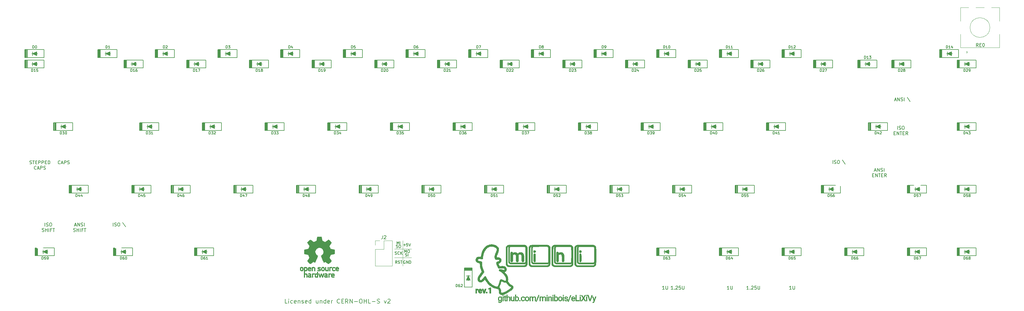
<source format=gto>
G04 #@! TF.GenerationSoftware,KiCad,Pcbnew,(5.1.4)-1*
G04 #@! TF.CreationDate,2021-08-18T21:55:45+02:00*
G04 #@! TF.ProjectId,mini-eLiXiVy,6d696e69-2d65-44c6-9958-6956792e6b69,1a*
G04 #@! TF.SameCoordinates,Original*
G04 #@! TF.FileFunction,Legend,Top*
G04 #@! TF.FilePolarity,Positive*
%FSLAX46Y46*%
G04 Gerber Fmt 4.6, Leading zero omitted, Abs format (unit mm)*
G04 Created by KiCad (PCBNEW (5.1.4)-1) date 2021-08-18 21:55:45*
%MOMM*%
%LPD*%
G04 APERTURE LIST*
%ADD10C,0.150000*%
%ADD11C,0.200000*%
%ADD12C,0.010000*%
%ADD13C,0.120000*%
%ADD14C,0.080000*%
%ADD15C,0.100000*%
%ADD16C,2.000000*%
%ADD17C,3.200000*%
%ADD18R,2.000000X2.000000*%
%ADD19O,1.700000X1.700000*%
%ADD20R,1.700000X1.700000*%
%ADD21R,1.200000X1.200000*%
%ADD22R,1.600000X1.600000*%
%ADD23C,1.600000*%
%ADD24C,2.250000*%
%ADD25C,3.987800*%
%ADD26C,1.750000*%
%ADD27C,3.048000*%
%ADD28O,1.000000X1.600000*%
%ADD29O,1.000000X2.100000*%
%ADD30C,0.650000*%
%ADD31C,4.400000*%
G04 APERTURE END LIST*
D10*
X44485714Y-85052380D02*
X44485714Y-84052380D01*
X44914285Y-85004761D02*
X45057142Y-85052380D01*
X45295238Y-85052380D01*
X45390476Y-85004761D01*
X45438095Y-84957142D01*
X45485714Y-84861904D01*
X45485714Y-84766666D01*
X45438095Y-84671428D01*
X45390476Y-84623809D01*
X45295238Y-84576190D01*
X45104761Y-84528571D01*
X45009523Y-84480952D01*
X44961904Y-84433333D01*
X44914285Y-84338095D01*
X44914285Y-84242857D01*
X44961904Y-84147619D01*
X45009523Y-84100000D01*
X45104761Y-84052380D01*
X45342857Y-84052380D01*
X45485714Y-84100000D01*
X46104761Y-84052380D02*
X46295238Y-84052380D01*
X46390476Y-84100000D01*
X46485714Y-84195238D01*
X46533333Y-84385714D01*
X46533333Y-84719047D01*
X46485714Y-84909523D01*
X46390476Y-85004761D01*
X46295238Y-85052380D01*
X46104761Y-85052380D01*
X46009523Y-85004761D01*
X45914285Y-84909523D01*
X45866666Y-84719047D01*
X45866666Y-84385714D01*
X45914285Y-84195238D01*
X46009523Y-84100000D01*
X46104761Y-84052380D01*
X47390476Y-83957142D02*
X48247619Y-85242857D01*
X28384001Y-66047142D02*
X28336382Y-66094761D01*
X28193525Y-66142380D01*
X28098287Y-66142380D01*
X27955430Y-66094761D01*
X27860192Y-65999523D01*
X27812573Y-65904285D01*
X27764954Y-65713809D01*
X27764954Y-65570952D01*
X27812573Y-65380476D01*
X27860192Y-65285238D01*
X27955430Y-65190000D01*
X28098287Y-65142380D01*
X28193525Y-65142380D01*
X28336382Y-65190000D01*
X28384001Y-65237619D01*
X28764954Y-65856666D02*
X29241144Y-65856666D01*
X28669716Y-66142380D02*
X29003049Y-65142380D01*
X29336382Y-66142380D01*
X29669716Y-66142380D02*
X29669716Y-65142380D01*
X30050668Y-65142380D01*
X30145906Y-65190000D01*
X30193525Y-65237619D01*
X30241144Y-65332857D01*
X30241144Y-65475714D01*
X30193525Y-65570952D01*
X30145906Y-65618571D01*
X30050668Y-65666190D01*
X29669716Y-65666190D01*
X30622097Y-66094761D02*
X30764954Y-66142380D01*
X31003049Y-66142380D01*
X31098287Y-66094761D01*
X31145906Y-66047142D01*
X31193525Y-65951904D01*
X31193525Y-65856666D01*
X31145906Y-65761428D01*
X31098287Y-65713809D01*
X31003049Y-65666190D01*
X30812573Y-65618571D01*
X30717335Y-65570952D01*
X30669716Y-65523333D01*
X30622097Y-65428095D01*
X30622097Y-65332857D01*
X30669716Y-65237619D01*
X30717335Y-65190000D01*
X30812573Y-65142380D01*
X31050668Y-65142380D01*
X31193525Y-65190000D01*
X237635268Y-104305670D02*
X237063840Y-104305670D01*
X237349554Y-104305670D02*
X237349554Y-103305670D01*
X237254316Y-103448528D01*
X237159078Y-103543766D01*
X237063840Y-103591385D01*
X238063840Y-104210432D02*
X238111459Y-104258051D01*
X238063840Y-104305670D01*
X238016220Y-104258051D01*
X238063840Y-104210432D01*
X238063840Y-104305670D01*
X238492411Y-103400909D02*
X238540030Y-103353290D01*
X238635268Y-103305670D01*
X238873363Y-103305670D01*
X238968601Y-103353290D01*
X239016220Y-103400909D01*
X239063840Y-103496147D01*
X239063840Y-103591385D01*
X239016220Y-103734242D01*
X238444792Y-104305670D01*
X239063840Y-104305670D01*
X239968601Y-103305670D02*
X239492411Y-103305670D01*
X239444792Y-103781861D01*
X239492411Y-103734242D01*
X239587649Y-103686623D01*
X239825744Y-103686623D01*
X239920982Y-103734242D01*
X239968601Y-103781861D01*
X240016220Y-103877099D01*
X240016220Y-104115194D01*
X239968601Y-104210432D01*
X239920982Y-104258051D01*
X239825744Y-104305670D01*
X239587649Y-104305670D01*
X239492411Y-104258051D01*
X239444792Y-104210432D01*
X240444792Y-103305670D02*
X240444792Y-104115194D01*
X240492411Y-104210432D01*
X240540030Y-104258051D01*
X240635268Y-104305670D01*
X240825744Y-104305670D01*
X240920982Y-104258051D01*
X240968601Y-104210432D01*
X241016220Y-104115194D01*
X241016220Y-103305670D01*
X231713744Y-104305670D02*
X231142316Y-104305670D01*
X231428030Y-104305670D02*
X231428030Y-103305670D01*
X231332792Y-103448528D01*
X231237554Y-103543766D01*
X231142316Y-103591385D01*
X232142316Y-103305670D02*
X232142316Y-104115194D01*
X232189935Y-104210432D01*
X232237554Y-104258051D01*
X232332792Y-104305670D01*
X232523268Y-104305670D01*
X232618506Y-104258051D01*
X232666125Y-104210432D01*
X232713744Y-104115194D01*
X232713744Y-103305670D01*
X275903809Y-68141666D02*
X276380000Y-68141666D01*
X275808571Y-68427380D02*
X276141904Y-67427380D01*
X276475238Y-68427380D01*
X276808571Y-68427380D02*
X276808571Y-67427380D01*
X277380000Y-68427380D01*
X277380000Y-67427380D01*
X277808571Y-68379761D02*
X277951428Y-68427380D01*
X278189523Y-68427380D01*
X278284761Y-68379761D01*
X278332380Y-68332142D01*
X278380000Y-68236904D01*
X278380000Y-68141666D01*
X278332380Y-68046428D01*
X278284761Y-67998809D01*
X278189523Y-67951190D01*
X277999047Y-67903571D01*
X277903809Y-67855952D01*
X277856190Y-67808333D01*
X277808571Y-67713095D01*
X277808571Y-67617857D01*
X277856190Y-67522619D01*
X277903809Y-67475000D01*
X277999047Y-67427380D01*
X278237142Y-67427380D01*
X278380000Y-67475000D01*
X278808571Y-68427380D02*
X278808571Y-67427380D01*
X275308571Y-69553571D02*
X275641904Y-69553571D01*
X275784761Y-70077380D02*
X275308571Y-70077380D01*
X275308571Y-69077380D01*
X275784761Y-69077380D01*
X276213333Y-70077380D02*
X276213333Y-69077380D01*
X276784761Y-70077380D01*
X276784761Y-69077380D01*
X277118095Y-69077380D02*
X277689523Y-69077380D01*
X277403809Y-70077380D02*
X277403809Y-69077380D01*
X278022857Y-69553571D02*
X278356190Y-69553571D01*
X278499047Y-70077380D02*
X278022857Y-70077380D01*
X278022857Y-69077380D01*
X278499047Y-69077380D01*
X279499047Y-70077380D02*
X279165714Y-69601190D01*
X278927619Y-70077380D02*
X278927619Y-69077380D01*
X279308571Y-69077380D01*
X279403809Y-69125000D01*
X279451428Y-69172619D01*
X279499047Y-69267857D01*
X279499047Y-69410714D01*
X279451428Y-69505952D01*
X279403809Y-69553571D01*
X279308571Y-69601190D01*
X278927619Y-69601190D01*
X263215714Y-66032380D02*
X263215714Y-65032380D01*
X263644285Y-65984761D02*
X263787142Y-66032380D01*
X264025238Y-66032380D01*
X264120476Y-65984761D01*
X264168095Y-65937142D01*
X264215714Y-65841904D01*
X264215714Y-65746666D01*
X264168095Y-65651428D01*
X264120476Y-65603809D01*
X264025238Y-65556190D01*
X263834761Y-65508571D01*
X263739523Y-65460952D01*
X263691904Y-65413333D01*
X263644285Y-65318095D01*
X263644285Y-65222857D01*
X263691904Y-65127619D01*
X263739523Y-65080000D01*
X263834761Y-65032380D01*
X264072857Y-65032380D01*
X264215714Y-65080000D01*
X264834761Y-65032380D02*
X265025238Y-65032380D01*
X265120476Y-65080000D01*
X265215714Y-65175238D01*
X265263333Y-65365714D01*
X265263333Y-65699047D01*
X265215714Y-65889523D01*
X265120476Y-65984761D01*
X265025238Y-66032380D01*
X264834761Y-66032380D01*
X264739523Y-65984761D01*
X264644285Y-65889523D01*
X264596666Y-65699047D01*
X264596666Y-65365714D01*
X264644285Y-65175238D01*
X264739523Y-65080000D01*
X264834761Y-65032380D01*
X266120476Y-64937142D02*
X266977619Y-66222857D01*
X214648268Y-104305670D02*
X214076840Y-104305670D01*
X214362554Y-104305670D02*
X214362554Y-103305670D01*
X214267316Y-103448528D01*
X214172078Y-103543766D01*
X214076840Y-103591385D01*
X215076840Y-104210432D02*
X215124459Y-104258051D01*
X215076840Y-104305670D01*
X215029220Y-104258051D01*
X215076840Y-104210432D01*
X215076840Y-104305670D01*
X215505411Y-103400909D02*
X215553030Y-103353290D01*
X215648268Y-103305670D01*
X215886363Y-103305670D01*
X215981601Y-103353290D01*
X216029220Y-103400909D01*
X216076840Y-103496147D01*
X216076840Y-103591385D01*
X216029220Y-103734242D01*
X215457792Y-104305670D01*
X216076840Y-104305670D01*
X216981601Y-103305670D02*
X216505411Y-103305670D01*
X216457792Y-103781861D01*
X216505411Y-103734242D01*
X216600649Y-103686623D01*
X216838744Y-103686623D01*
X216933982Y-103734242D01*
X216981601Y-103781861D01*
X217029220Y-103877099D01*
X217029220Y-104115194D01*
X216981601Y-104210432D01*
X216933982Y-104258051D01*
X216838744Y-104305670D01*
X216600649Y-104305670D01*
X216505411Y-104258051D01*
X216457792Y-104210432D01*
X217457792Y-103305670D02*
X217457792Y-104115194D01*
X217505411Y-104210432D01*
X217553030Y-104258051D01*
X217648268Y-104305670D01*
X217838744Y-104305670D01*
X217933982Y-104258051D01*
X217981601Y-104210432D01*
X218029220Y-104115194D01*
X218029220Y-103305670D01*
X282890000Y-55627380D02*
X282890000Y-54627380D01*
X283318571Y-55579761D02*
X283461428Y-55627380D01*
X283699523Y-55627380D01*
X283794761Y-55579761D01*
X283842380Y-55532142D01*
X283890000Y-55436904D01*
X283890000Y-55341666D01*
X283842380Y-55246428D01*
X283794761Y-55198809D01*
X283699523Y-55151190D01*
X283509047Y-55103571D01*
X283413809Y-55055952D01*
X283366190Y-55008333D01*
X283318571Y-54913095D01*
X283318571Y-54817857D01*
X283366190Y-54722619D01*
X283413809Y-54675000D01*
X283509047Y-54627380D01*
X283747142Y-54627380D01*
X283890000Y-54675000D01*
X284509047Y-54627380D02*
X284699523Y-54627380D01*
X284794761Y-54675000D01*
X284890000Y-54770238D01*
X284937619Y-54960714D01*
X284937619Y-55294047D01*
X284890000Y-55484523D01*
X284794761Y-55579761D01*
X284699523Y-55627380D01*
X284509047Y-55627380D01*
X284413809Y-55579761D01*
X284318571Y-55484523D01*
X284270952Y-55294047D01*
X284270952Y-54960714D01*
X284318571Y-54770238D01*
X284413809Y-54675000D01*
X284509047Y-54627380D01*
X281818571Y-56753571D02*
X282151904Y-56753571D01*
X282294761Y-57277380D02*
X281818571Y-57277380D01*
X281818571Y-56277380D01*
X282294761Y-56277380D01*
X282723333Y-57277380D02*
X282723333Y-56277380D01*
X283294761Y-57277380D01*
X283294761Y-56277380D01*
X283628095Y-56277380D02*
X284199523Y-56277380D01*
X283913809Y-57277380D02*
X283913809Y-56277380D01*
X284532857Y-56753571D02*
X284866190Y-56753571D01*
X285009047Y-57277380D02*
X284532857Y-57277380D01*
X284532857Y-56277380D01*
X285009047Y-56277380D01*
X286009047Y-57277380D02*
X285675714Y-56801190D01*
X285437619Y-57277380D02*
X285437619Y-56277380D01*
X285818571Y-56277380D01*
X285913809Y-56325000D01*
X285961428Y-56372619D01*
X286009047Y-56467857D01*
X286009047Y-56610714D01*
X285961428Y-56705952D01*
X285913809Y-56753571D01*
X285818571Y-56801190D01*
X285437619Y-56801190D01*
X282029523Y-46666666D02*
X282505714Y-46666666D01*
X281934285Y-46952380D02*
X282267619Y-45952380D01*
X282600952Y-46952380D01*
X282934285Y-46952380D02*
X282934285Y-45952380D01*
X283505714Y-46952380D01*
X283505714Y-45952380D01*
X283934285Y-46904761D02*
X284077142Y-46952380D01*
X284315238Y-46952380D01*
X284410476Y-46904761D01*
X284458095Y-46857142D01*
X284505714Y-46761904D01*
X284505714Y-46666666D01*
X284458095Y-46571428D01*
X284410476Y-46523809D01*
X284315238Y-46476190D01*
X284124761Y-46428571D01*
X284029523Y-46380952D01*
X283981904Y-46333333D01*
X283934285Y-46238095D01*
X283934285Y-46142857D01*
X283981904Y-46047619D01*
X284029523Y-46000000D01*
X284124761Y-45952380D01*
X284362857Y-45952380D01*
X284505714Y-46000000D01*
X284934285Y-46952380D02*
X284934285Y-45952380D01*
X285839047Y-45857142D02*
X286696190Y-47142857D01*
X212028744Y-104305670D02*
X211457316Y-104305670D01*
X211743030Y-104305670D02*
X211743030Y-103305670D01*
X211647792Y-103448528D01*
X211552554Y-103543766D01*
X211457316Y-103591385D01*
X212457316Y-103305670D02*
X212457316Y-104115194D01*
X212504935Y-104210432D01*
X212552554Y-104258051D01*
X212647792Y-104305670D01*
X212838268Y-104305670D01*
X212933506Y-104258051D01*
X212981125Y-104210432D01*
X213028744Y-104115194D01*
X213028744Y-103305670D01*
X250636744Y-104305670D02*
X250065316Y-104305670D01*
X250351030Y-104305670D02*
X250351030Y-103305670D01*
X250255792Y-103448528D01*
X250160554Y-103543766D01*
X250065316Y-103591385D01*
X251065316Y-103305670D02*
X251065316Y-104115194D01*
X251112935Y-104210432D01*
X251160554Y-104258051D01*
X251255792Y-104305670D01*
X251446268Y-104305670D01*
X251541506Y-104258051D01*
X251589125Y-104210432D01*
X251636744Y-104115194D01*
X251636744Y-103305670D01*
X32816649Y-84797456D02*
X33292840Y-84797456D01*
X32721411Y-85083170D02*
X33054744Y-84083170D01*
X33388078Y-85083170D01*
X33721411Y-85083170D02*
X33721411Y-84083170D01*
X34292840Y-85083170D01*
X34292840Y-84083170D01*
X34721411Y-85035551D02*
X34864268Y-85083170D01*
X35102363Y-85083170D01*
X35197601Y-85035551D01*
X35245220Y-84987932D01*
X35292840Y-84892694D01*
X35292840Y-84797456D01*
X35245220Y-84702218D01*
X35197601Y-84654599D01*
X35102363Y-84606980D01*
X34911887Y-84559361D01*
X34816649Y-84511742D01*
X34769030Y-84464123D01*
X34721411Y-84368885D01*
X34721411Y-84273647D01*
X34769030Y-84178409D01*
X34816649Y-84130790D01*
X34911887Y-84083170D01*
X35149982Y-84083170D01*
X35292840Y-84130790D01*
X35721411Y-85083170D02*
X35721411Y-84083170D01*
X32435697Y-86685551D02*
X32578554Y-86733170D01*
X32816649Y-86733170D01*
X32911887Y-86685551D01*
X32959506Y-86637932D01*
X33007125Y-86542694D01*
X33007125Y-86447456D01*
X32959506Y-86352218D01*
X32911887Y-86304599D01*
X32816649Y-86256980D01*
X32626173Y-86209361D01*
X32530935Y-86161742D01*
X32483316Y-86114123D01*
X32435697Y-86018885D01*
X32435697Y-85923647D01*
X32483316Y-85828409D01*
X32530935Y-85780790D01*
X32626173Y-85733170D01*
X32864268Y-85733170D01*
X33007125Y-85780790D01*
X33435697Y-86733170D02*
X33435697Y-85733170D01*
X33435697Y-86209361D02*
X34007125Y-86209361D01*
X34007125Y-86733170D02*
X34007125Y-85733170D01*
X34483316Y-86733170D02*
X34483316Y-85733170D01*
X35292840Y-86209361D02*
X34959506Y-86209361D01*
X34959506Y-86733170D02*
X34959506Y-85733170D01*
X35435697Y-85733170D01*
X35673792Y-85733170D02*
X36245220Y-85733170D01*
X35959506Y-86733170D02*
X35959506Y-85733170D01*
X19143411Y-66098551D02*
X19286268Y-66146170D01*
X19524363Y-66146170D01*
X19619601Y-66098551D01*
X19667220Y-66050932D01*
X19714840Y-65955694D01*
X19714840Y-65860456D01*
X19667220Y-65765218D01*
X19619601Y-65717599D01*
X19524363Y-65669980D01*
X19333887Y-65622361D01*
X19238649Y-65574742D01*
X19191030Y-65527123D01*
X19143411Y-65431885D01*
X19143411Y-65336647D01*
X19191030Y-65241409D01*
X19238649Y-65193790D01*
X19333887Y-65146170D01*
X19571982Y-65146170D01*
X19714840Y-65193790D01*
X20000554Y-65146170D02*
X20571982Y-65146170D01*
X20286268Y-66146170D02*
X20286268Y-65146170D01*
X20905316Y-65622361D02*
X21238649Y-65622361D01*
X21381506Y-66146170D02*
X20905316Y-66146170D01*
X20905316Y-65146170D01*
X21381506Y-65146170D01*
X21810078Y-66146170D02*
X21810078Y-65146170D01*
X22191030Y-65146170D01*
X22286268Y-65193790D01*
X22333887Y-65241409D01*
X22381506Y-65336647D01*
X22381506Y-65479504D01*
X22333887Y-65574742D01*
X22286268Y-65622361D01*
X22191030Y-65669980D01*
X21810078Y-65669980D01*
X22810078Y-66146170D02*
X22810078Y-65146170D01*
X23191030Y-65146170D01*
X23286268Y-65193790D01*
X23333887Y-65241409D01*
X23381506Y-65336647D01*
X23381506Y-65479504D01*
X23333887Y-65574742D01*
X23286268Y-65622361D01*
X23191030Y-65669980D01*
X22810078Y-65669980D01*
X23810078Y-65622361D02*
X24143411Y-65622361D01*
X24286268Y-66146170D02*
X23810078Y-66146170D01*
X23810078Y-65146170D01*
X24286268Y-65146170D01*
X24714840Y-66146170D02*
X24714840Y-65146170D01*
X24952935Y-65146170D01*
X25095792Y-65193790D01*
X25191030Y-65289028D01*
X25238649Y-65384266D01*
X25286268Y-65574742D01*
X25286268Y-65717599D01*
X25238649Y-65908075D01*
X25191030Y-66003313D01*
X25095792Y-66098551D01*
X24952935Y-66146170D01*
X24714840Y-66146170D01*
X21119601Y-67700932D02*
X21071982Y-67748551D01*
X20929125Y-67796170D01*
X20833887Y-67796170D01*
X20691030Y-67748551D01*
X20595792Y-67653313D01*
X20548173Y-67558075D01*
X20500554Y-67367599D01*
X20500554Y-67224742D01*
X20548173Y-67034266D01*
X20595792Y-66939028D01*
X20691030Y-66843790D01*
X20833887Y-66796170D01*
X20929125Y-66796170D01*
X21071982Y-66843790D01*
X21119601Y-66891409D01*
X21500554Y-67510456D02*
X21976744Y-67510456D01*
X21405316Y-67796170D02*
X21738649Y-66796170D01*
X22071982Y-67796170D01*
X22405316Y-67796170D02*
X22405316Y-66796170D01*
X22786268Y-66796170D01*
X22881506Y-66843790D01*
X22929125Y-66891409D01*
X22976744Y-66986647D01*
X22976744Y-67129504D01*
X22929125Y-67224742D01*
X22881506Y-67272361D01*
X22786268Y-67319980D01*
X22405316Y-67319980D01*
X23357697Y-67748551D02*
X23500554Y-67796170D01*
X23738649Y-67796170D01*
X23833887Y-67748551D01*
X23881506Y-67700932D01*
X23929125Y-67605694D01*
X23929125Y-67510456D01*
X23881506Y-67415218D01*
X23833887Y-67367599D01*
X23738649Y-67319980D01*
X23548173Y-67272361D01*
X23452935Y-67224742D01*
X23405316Y-67177123D01*
X23357697Y-67081885D01*
X23357697Y-66986647D01*
X23405316Y-66891409D01*
X23452935Y-66843790D01*
X23548173Y-66796170D01*
X23786268Y-66796170D01*
X23929125Y-66843790D01*
X23767840Y-85083170D02*
X23767840Y-84083170D01*
X24196411Y-85035551D02*
X24339268Y-85083170D01*
X24577363Y-85083170D01*
X24672601Y-85035551D01*
X24720220Y-84987932D01*
X24767840Y-84892694D01*
X24767840Y-84797456D01*
X24720220Y-84702218D01*
X24672601Y-84654599D01*
X24577363Y-84606980D01*
X24386887Y-84559361D01*
X24291649Y-84511742D01*
X24244030Y-84464123D01*
X24196411Y-84368885D01*
X24196411Y-84273647D01*
X24244030Y-84178409D01*
X24291649Y-84130790D01*
X24386887Y-84083170D01*
X24624982Y-84083170D01*
X24767840Y-84130790D01*
X25386887Y-84083170D02*
X25577363Y-84083170D01*
X25672601Y-84130790D01*
X25767840Y-84226028D01*
X25815459Y-84416504D01*
X25815459Y-84749837D01*
X25767840Y-84940313D01*
X25672601Y-85035551D01*
X25577363Y-85083170D01*
X25386887Y-85083170D01*
X25291649Y-85035551D01*
X25196411Y-84940313D01*
X25148792Y-84749837D01*
X25148792Y-84416504D01*
X25196411Y-84226028D01*
X25291649Y-84130790D01*
X25386887Y-84083170D01*
X22910697Y-86685551D02*
X23053554Y-86733170D01*
X23291649Y-86733170D01*
X23386887Y-86685551D01*
X23434506Y-86637932D01*
X23482125Y-86542694D01*
X23482125Y-86447456D01*
X23434506Y-86352218D01*
X23386887Y-86304599D01*
X23291649Y-86256980D01*
X23101173Y-86209361D01*
X23005935Y-86161742D01*
X22958316Y-86114123D01*
X22910697Y-86018885D01*
X22910697Y-85923647D01*
X22958316Y-85828409D01*
X23005935Y-85780790D01*
X23101173Y-85733170D01*
X23339268Y-85733170D01*
X23482125Y-85780790D01*
X23910697Y-86733170D02*
X23910697Y-85733170D01*
X23910697Y-86209361D02*
X24482125Y-86209361D01*
X24482125Y-86733170D02*
X24482125Y-85733170D01*
X24958316Y-86733170D02*
X24958316Y-85733170D01*
X25767840Y-86209361D02*
X25434506Y-86209361D01*
X25434506Y-86733170D02*
X25434506Y-85733170D01*
X25910697Y-85733170D01*
X26148792Y-85733170D02*
X26720220Y-85733170D01*
X26434506Y-86733170D02*
X26434506Y-85733170D01*
D11*
X97422023Y-108538095D02*
X96802976Y-108538095D01*
X96802976Y-107238095D01*
X97855357Y-108538095D02*
X97855357Y-107671428D01*
X97855357Y-107238095D02*
X97793452Y-107300000D01*
X97855357Y-107361904D01*
X97917261Y-107300000D01*
X97855357Y-107238095D01*
X97855357Y-107361904D01*
X99031547Y-108476190D02*
X98907738Y-108538095D01*
X98660119Y-108538095D01*
X98536309Y-108476190D01*
X98474404Y-108414285D01*
X98412500Y-108290476D01*
X98412500Y-107919047D01*
X98474404Y-107795238D01*
X98536309Y-107733333D01*
X98660119Y-107671428D01*
X98907738Y-107671428D01*
X99031547Y-107733333D01*
X100083928Y-108476190D02*
X99960119Y-108538095D01*
X99712500Y-108538095D01*
X99588690Y-108476190D01*
X99526785Y-108352380D01*
X99526785Y-107857142D01*
X99588690Y-107733333D01*
X99712500Y-107671428D01*
X99960119Y-107671428D01*
X100083928Y-107733333D01*
X100145833Y-107857142D01*
X100145833Y-107980952D01*
X99526785Y-108104761D01*
X100702976Y-107671428D02*
X100702976Y-108538095D01*
X100702976Y-107795238D02*
X100764880Y-107733333D01*
X100888690Y-107671428D01*
X101074404Y-107671428D01*
X101198214Y-107733333D01*
X101260119Y-107857142D01*
X101260119Y-108538095D01*
X101817261Y-108476190D02*
X101941071Y-108538095D01*
X102188690Y-108538095D01*
X102312500Y-108476190D01*
X102374404Y-108352380D01*
X102374404Y-108290476D01*
X102312500Y-108166666D01*
X102188690Y-108104761D01*
X102002976Y-108104761D01*
X101879166Y-108042857D01*
X101817261Y-107919047D01*
X101817261Y-107857142D01*
X101879166Y-107733333D01*
X102002976Y-107671428D01*
X102188690Y-107671428D01*
X102312500Y-107733333D01*
X103426785Y-108476190D02*
X103302976Y-108538095D01*
X103055357Y-108538095D01*
X102931547Y-108476190D01*
X102869642Y-108352380D01*
X102869642Y-107857142D01*
X102931547Y-107733333D01*
X103055357Y-107671428D01*
X103302976Y-107671428D01*
X103426785Y-107733333D01*
X103488690Y-107857142D01*
X103488690Y-107980952D01*
X102869642Y-108104761D01*
X104602976Y-108538095D02*
X104602976Y-107238095D01*
X104602976Y-108476190D02*
X104479166Y-108538095D01*
X104231547Y-108538095D01*
X104107738Y-108476190D01*
X104045833Y-108414285D01*
X103983928Y-108290476D01*
X103983928Y-107919047D01*
X104045833Y-107795238D01*
X104107738Y-107733333D01*
X104231547Y-107671428D01*
X104479166Y-107671428D01*
X104602976Y-107733333D01*
X106769642Y-107671428D02*
X106769642Y-108538095D01*
X106212500Y-107671428D02*
X106212500Y-108352380D01*
X106274404Y-108476190D01*
X106398214Y-108538095D01*
X106583928Y-108538095D01*
X106707738Y-108476190D01*
X106769642Y-108414285D01*
X107388690Y-107671428D02*
X107388690Y-108538095D01*
X107388690Y-107795238D02*
X107450595Y-107733333D01*
X107574404Y-107671428D01*
X107760119Y-107671428D01*
X107883928Y-107733333D01*
X107945833Y-107857142D01*
X107945833Y-108538095D01*
X109122023Y-108538095D02*
X109122023Y-107238095D01*
X109122023Y-108476190D02*
X108998214Y-108538095D01*
X108750595Y-108538095D01*
X108626785Y-108476190D01*
X108564880Y-108414285D01*
X108502976Y-108290476D01*
X108502976Y-107919047D01*
X108564880Y-107795238D01*
X108626785Y-107733333D01*
X108750595Y-107671428D01*
X108998214Y-107671428D01*
X109122023Y-107733333D01*
X110236309Y-108476190D02*
X110112500Y-108538095D01*
X109864880Y-108538095D01*
X109741071Y-108476190D01*
X109679166Y-108352380D01*
X109679166Y-107857142D01*
X109741071Y-107733333D01*
X109864880Y-107671428D01*
X110112500Y-107671428D01*
X110236309Y-107733333D01*
X110298214Y-107857142D01*
X110298214Y-107980952D01*
X109679166Y-108104761D01*
X110855357Y-108538095D02*
X110855357Y-107671428D01*
X110855357Y-107919047D02*
X110917261Y-107795238D01*
X110979166Y-107733333D01*
X111102976Y-107671428D01*
X111226785Y-107671428D01*
X113393452Y-108414285D02*
X113331547Y-108476190D01*
X113145833Y-108538095D01*
X113022023Y-108538095D01*
X112836309Y-108476190D01*
X112712500Y-108352380D01*
X112650595Y-108228571D01*
X112588690Y-107980952D01*
X112588690Y-107795238D01*
X112650595Y-107547619D01*
X112712500Y-107423809D01*
X112836309Y-107300000D01*
X113022023Y-107238095D01*
X113145833Y-107238095D01*
X113331547Y-107300000D01*
X113393452Y-107361904D01*
X113950595Y-107857142D02*
X114383928Y-107857142D01*
X114569642Y-108538095D02*
X113950595Y-108538095D01*
X113950595Y-107238095D01*
X114569642Y-107238095D01*
X115869642Y-108538095D02*
X115436309Y-107919047D01*
X115126785Y-108538095D02*
X115126785Y-107238095D01*
X115622023Y-107238095D01*
X115745833Y-107300000D01*
X115807738Y-107361904D01*
X115869642Y-107485714D01*
X115869642Y-107671428D01*
X115807738Y-107795238D01*
X115745833Y-107857142D01*
X115622023Y-107919047D01*
X115126785Y-107919047D01*
X116426785Y-108538095D02*
X116426785Y-107238095D01*
X117169642Y-108538095D01*
X117169642Y-107238095D01*
X117788690Y-108042857D02*
X118779166Y-108042857D01*
X119645833Y-107238095D02*
X119893452Y-107238095D01*
X120017261Y-107300000D01*
X120141071Y-107423809D01*
X120202976Y-107671428D01*
X120202976Y-108104761D01*
X120141071Y-108352380D01*
X120017261Y-108476190D01*
X119893452Y-108538095D01*
X119645833Y-108538095D01*
X119522023Y-108476190D01*
X119398214Y-108352380D01*
X119336309Y-108104761D01*
X119336309Y-107671428D01*
X119398214Y-107423809D01*
X119522023Y-107300000D01*
X119645833Y-107238095D01*
X120760119Y-108538095D02*
X120760119Y-107238095D01*
X120760119Y-107857142D02*
X121502976Y-107857142D01*
X121502976Y-108538095D02*
X121502976Y-107238095D01*
X122741071Y-108538095D02*
X122122023Y-108538095D01*
X122122023Y-107238095D01*
X123174404Y-108042857D02*
X124164880Y-108042857D01*
X124722023Y-108476190D02*
X124907738Y-108538095D01*
X125217261Y-108538095D01*
X125341071Y-108476190D01*
X125402976Y-108414285D01*
X125464880Y-108290476D01*
X125464880Y-108166666D01*
X125402976Y-108042857D01*
X125341071Y-107980952D01*
X125217261Y-107919047D01*
X124969642Y-107857142D01*
X124845833Y-107795238D01*
X124783928Y-107733333D01*
X124722023Y-107609523D01*
X124722023Y-107485714D01*
X124783928Y-107361904D01*
X124845833Y-107300000D01*
X124969642Y-107238095D01*
X125279166Y-107238095D01*
X125464880Y-107300000D01*
X126888690Y-107671428D02*
X127198214Y-108538095D01*
X127507738Y-107671428D01*
X127941071Y-107361904D02*
X128002976Y-107300000D01*
X128126785Y-107238095D01*
X128436309Y-107238095D01*
X128560119Y-107300000D01*
X128622023Y-107361904D01*
X128683928Y-107485714D01*
X128683928Y-107609523D01*
X128622023Y-107795238D01*
X127879166Y-108538095D01*
X128683928Y-108538095D01*
D12*
G36*
X191197301Y-106491926D02*
G01*
X191237813Y-106499940D01*
X191246785Y-106514647D01*
X191246367Y-106515958D01*
X191237482Y-106541242D01*
X191216244Y-106602024D01*
X191184215Y-106693820D01*
X191142958Y-106812148D01*
X191094037Y-106952524D01*
X191039014Y-107110465D01*
X190979452Y-107281489D01*
X190965495Y-107321573D01*
X190903281Y-107498351D01*
X190843096Y-107665791D01*
X190786827Y-107818896D01*
X190736365Y-107952668D01*
X190693597Y-108062112D01*
X190660415Y-108142231D01*
X190638706Y-108188028D01*
X190636543Y-108191648D01*
X190555243Y-108283106D01*
X190485135Y-108327950D01*
X190400251Y-108357255D01*
X190308096Y-108371029D01*
X190226764Y-108367293D01*
X190198375Y-108359315D01*
X190181255Y-108331512D01*
X190172585Y-108270636D01*
X190171917Y-108243143D01*
X190173537Y-108181123D01*
X190181237Y-108152214D01*
X190199277Y-108147235D01*
X190214582Y-108151189D01*
X190276864Y-108153190D01*
X190351001Y-108131420D01*
X190419058Y-108092186D01*
X190442382Y-108071094D01*
X190475773Y-108023649D01*
X190511421Y-107955799D01*
X190527493Y-107918250D01*
X190568745Y-107812417D01*
X190331015Y-107156250D01*
X190093284Y-106500083D01*
X190220409Y-106493700D01*
X190290525Y-106492926D01*
X190342817Y-106497424D01*
X190362915Y-106504283D01*
X190373721Y-106528470D01*
X190395595Y-106586996D01*
X190426463Y-106673958D01*
X190464247Y-106783454D01*
X190506871Y-106909583D01*
X190531309Y-106982951D01*
X190575016Y-107113919D01*
X190614299Y-107229888D01*
X190647243Y-107325345D01*
X190671931Y-107394777D01*
X190686447Y-107432671D01*
X190689445Y-107438034D01*
X190696847Y-107416795D01*
X190714833Y-107360798D01*
X190741607Y-107275765D01*
X190775374Y-107167421D01*
X190814338Y-107041490D01*
X190839283Y-106960458D01*
X190983996Y-106489500D01*
X191119971Y-106489500D01*
X191197301Y-106491926D01*
X191197301Y-106491926D01*
G37*
X191197301Y-106491926D02*
X191237813Y-106499940D01*
X191246785Y-106514647D01*
X191246367Y-106515958D01*
X191237482Y-106541242D01*
X191216244Y-106602024D01*
X191184215Y-106693820D01*
X191142958Y-106812148D01*
X191094037Y-106952524D01*
X191039014Y-107110465D01*
X190979452Y-107281489D01*
X190965495Y-107321573D01*
X190903281Y-107498351D01*
X190843096Y-107665791D01*
X190786827Y-107818896D01*
X190736365Y-107952668D01*
X190693597Y-108062112D01*
X190660415Y-108142231D01*
X190638706Y-108188028D01*
X190636543Y-108191648D01*
X190555243Y-108283106D01*
X190485135Y-108327950D01*
X190400251Y-108357255D01*
X190308096Y-108371029D01*
X190226764Y-108367293D01*
X190198375Y-108359315D01*
X190181255Y-108331512D01*
X190172585Y-108270636D01*
X190171917Y-108243143D01*
X190173537Y-108181123D01*
X190181237Y-108152214D01*
X190199277Y-108147235D01*
X190214582Y-108151189D01*
X190276864Y-108153190D01*
X190351001Y-108131420D01*
X190419058Y-108092186D01*
X190442382Y-108071094D01*
X190475773Y-108023649D01*
X190511421Y-107955799D01*
X190527493Y-107918250D01*
X190568745Y-107812417D01*
X190331015Y-107156250D01*
X190093284Y-106500083D01*
X190220409Y-106493700D01*
X190290525Y-106492926D01*
X190342817Y-106497424D01*
X190362915Y-106504283D01*
X190373721Y-106528470D01*
X190395595Y-106586996D01*
X190426463Y-106673958D01*
X190464247Y-106783454D01*
X190506871Y-106909583D01*
X190531309Y-106982951D01*
X190575016Y-107113919D01*
X190614299Y-107229888D01*
X190647243Y-107325345D01*
X190671931Y-107394777D01*
X190686447Y-107432671D01*
X190689445Y-107438034D01*
X190696847Y-107416795D01*
X190714833Y-107360798D01*
X190741607Y-107275765D01*
X190775374Y-107167421D01*
X190814338Y-107041490D01*
X190839283Y-106960458D01*
X190983996Y-106489500D01*
X191119971Y-106489500D01*
X191197301Y-106491926D01*
G36*
X162090091Y-106467838D02*
G01*
X162219268Y-106509394D01*
X162279047Y-106543079D01*
X162358917Y-106595934D01*
X162358917Y-106542717D01*
X162361865Y-106512340D01*
X162377590Y-106496465D01*
X162416413Y-106490413D01*
X162476342Y-106489500D01*
X162593768Y-106489500D01*
X162587467Y-107235625D01*
X162585703Y-107433553D01*
X162583904Y-107593754D01*
X162581781Y-107720830D01*
X162579047Y-107819387D01*
X162575413Y-107894028D01*
X162570590Y-107949359D01*
X162564290Y-107989982D01*
X162556223Y-108020504D01*
X162546103Y-108045527D01*
X162535397Y-108066417D01*
X162454895Y-108180246D01*
X162353372Y-108269319D01*
X162255635Y-108319516D01*
X162146083Y-108343684D01*
X162016303Y-108350571D01*
X161884533Y-108340565D01*
X161769016Y-108314055D01*
X161754633Y-108308839D01*
X161676654Y-108269749D01*
X161602973Y-108218432D01*
X161577577Y-108195301D01*
X161507387Y-108122884D01*
X161565248Y-108047025D01*
X161603021Y-108001401D01*
X161631158Y-107974358D01*
X161637802Y-107971167D01*
X161660280Y-107985115D01*
X161698904Y-108020052D01*
X161714077Y-108035443D01*
X161799532Y-108097813D01*
X161906954Y-108137750D01*
X162019817Y-108150437D01*
X162083057Y-108143012D01*
X162187750Y-108099312D01*
X162268688Y-108024425D01*
X162320473Y-107925313D01*
X162337750Y-107814586D01*
X162337750Y-107741313D01*
X162237733Y-107797214D01*
X162124808Y-107839989D01*
X161996338Y-107856433D01*
X161868101Y-107846220D01*
X161755873Y-107809026D01*
X161752423Y-107807228D01*
X161636356Y-107722576D01*
X161548097Y-107606576D01*
X161488022Y-107460129D01*
X161456511Y-107284134D01*
X161454584Y-107177417D01*
X161703333Y-107177417D01*
X161717126Y-107333367D01*
X161757113Y-107460067D01*
X161822250Y-107555581D01*
X161911491Y-107617976D01*
X161948692Y-107631771D01*
X162008040Y-107647548D01*
X162051572Y-107649859D01*
X162103554Y-107638852D01*
X162124851Y-107632853D01*
X162186456Y-107604385D01*
X162251046Y-107558937D01*
X162267586Y-107544035D01*
X162337750Y-107476029D01*
X162337750Y-106832552D01*
X162263279Y-106767165D01*
X162187439Y-106711927D01*
X162111035Y-106685329D01*
X162017657Y-106682618D01*
X161982676Y-106685887D01*
X161906571Y-106702521D01*
X161847928Y-106739452D01*
X161816149Y-106771166D01*
X161763260Y-106842346D01*
X161728605Y-106925024D01*
X161709521Y-107028785D01*
X161703346Y-107163215D01*
X161703333Y-107177417D01*
X161454584Y-107177417D01*
X161453113Y-107095994D01*
X161466115Y-106945129D01*
X161492059Y-106824831D01*
X161534403Y-106724412D01*
X161596605Y-106633180D01*
X161606815Y-106620863D01*
X161704109Y-106536862D01*
X161823257Y-106482643D01*
X161955002Y-106459278D01*
X162090091Y-106467838D01*
X162090091Y-106467838D01*
G37*
X162090091Y-106467838D02*
X162219268Y-106509394D01*
X162279047Y-106543079D01*
X162358917Y-106595934D01*
X162358917Y-106542717D01*
X162361865Y-106512340D01*
X162377590Y-106496465D01*
X162416413Y-106490413D01*
X162476342Y-106489500D01*
X162593768Y-106489500D01*
X162587467Y-107235625D01*
X162585703Y-107433553D01*
X162583904Y-107593754D01*
X162581781Y-107720830D01*
X162579047Y-107819387D01*
X162575413Y-107894028D01*
X162570590Y-107949359D01*
X162564290Y-107989982D01*
X162556223Y-108020504D01*
X162546103Y-108045527D01*
X162535397Y-108066417D01*
X162454895Y-108180246D01*
X162353372Y-108269319D01*
X162255635Y-108319516D01*
X162146083Y-108343684D01*
X162016303Y-108350571D01*
X161884533Y-108340565D01*
X161769016Y-108314055D01*
X161754633Y-108308839D01*
X161676654Y-108269749D01*
X161602973Y-108218432D01*
X161577577Y-108195301D01*
X161507387Y-108122884D01*
X161565248Y-108047025D01*
X161603021Y-108001401D01*
X161631158Y-107974358D01*
X161637802Y-107971167D01*
X161660280Y-107985115D01*
X161698904Y-108020052D01*
X161714077Y-108035443D01*
X161799532Y-108097813D01*
X161906954Y-108137750D01*
X162019817Y-108150437D01*
X162083057Y-108143012D01*
X162187750Y-108099312D01*
X162268688Y-108024425D01*
X162320473Y-107925313D01*
X162337750Y-107814586D01*
X162337750Y-107741313D01*
X162237733Y-107797214D01*
X162124808Y-107839989D01*
X161996338Y-107856433D01*
X161868101Y-107846220D01*
X161755873Y-107809026D01*
X161752423Y-107807228D01*
X161636356Y-107722576D01*
X161548097Y-107606576D01*
X161488022Y-107460129D01*
X161456511Y-107284134D01*
X161454584Y-107177417D01*
X161703333Y-107177417D01*
X161717126Y-107333367D01*
X161757113Y-107460067D01*
X161822250Y-107555581D01*
X161911491Y-107617976D01*
X161948692Y-107631771D01*
X162008040Y-107647548D01*
X162051572Y-107649859D01*
X162103554Y-107638852D01*
X162124851Y-107632853D01*
X162186456Y-107604385D01*
X162251046Y-107558937D01*
X162267586Y-107544035D01*
X162337750Y-107476029D01*
X162337750Y-106832552D01*
X162263279Y-106767165D01*
X162187439Y-106711927D01*
X162111035Y-106685329D01*
X162017657Y-106682618D01*
X161982676Y-106685887D01*
X161906571Y-106702521D01*
X161847928Y-106739452D01*
X161816149Y-106771166D01*
X161763260Y-106842346D01*
X161728605Y-106925024D01*
X161709521Y-107028785D01*
X161703346Y-107163215D01*
X161703333Y-107177417D01*
X161454584Y-107177417D01*
X161453113Y-107095994D01*
X161466115Y-106945129D01*
X161492059Y-106824831D01*
X161534403Y-106724412D01*
X161596605Y-106633180D01*
X161606815Y-106620863D01*
X161704109Y-106536862D01*
X161823257Y-106482643D01*
X161955002Y-106459278D01*
X162090091Y-106467838D01*
G36*
X173909990Y-106026927D02*
G01*
X173947954Y-106034673D01*
X173954722Y-106041957D01*
X173945955Y-106064763D01*
X173923518Y-106123215D01*
X173888901Y-106213433D01*
X173843590Y-106331538D01*
X173789076Y-106473648D01*
X173726846Y-106635885D01*
X173658389Y-106814366D01*
X173585194Y-107005214D01*
X173577250Y-107025927D01*
X173206834Y-107991774D01*
X173093945Y-107992053D01*
X173032847Y-107988948D01*
X172994883Y-107980655D01*
X172988111Y-107972823D01*
X172996890Y-107949738D01*
X173019356Y-107891023D01*
X173054018Y-107800568D01*
X173099385Y-107682262D01*
X173153965Y-107539993D01*
X173216266Y-107377650D01*
X173284797Y-107199122D01*
X173358065Y-107008299D01*
X173365584Y-106988720D01*
X173736000Y-106024127D01*
X173848889Y-106023980D01*
X173909990Y-106026927D01*
X173909990Y-106026927D01*
G37*
X173909990Y-106026927D02*
X173947954Y-106034673D01*
X173954722Y-106041957D01*
X173945955Y-106064763D01*
X173923518Y-106123215D01*
X173888901Y-106213433D01*
X173843590Y-106331538D01*
X173789076Y-106473648D01*
X173726846Y-106635885D01*
X173658389Y-106814366D01*
X173585194Y-107005214D01*
X173577250Y-107025927D01*
X173206834Y-107991774D01*
X173093945Y-107992053D01*
X173032847Y-107988948D01*
X172994883Y-107980655D01*
X172988111Y-107972823D01*
X172996890Y-107949738D01*
X173019356Y-107891023D01*
X173054018Y-107800568D01*
X173099385Y-107682262D01*
X173153965Y-107539993D01*
X173216266Y-107377650D01*
X173284797Y-107199122D01*
X173358065Y-107008299D01*
X173365584Y-106988720D01*
X173736000Y-106024127D01*
X173848889Y-106023980D01*
X173909990Y-106026927D01*
G36*
X183641023Y-106030274D02*
G01*
X183647870Y-106044666D01*
X183643563Y-106059674D01*
X183633254Y-106086643D01*
X183609323Y-106149105D01*
X183573314Y-106243030D01*
X183526773Y-106364388D01*
X183471245Y-106509149D01*
X183408277Y-106673284D01*
X183339413Y-106852764D01*
X183266200Y-107043557D01*
X183265598Y-107045125D01*
X182902105Y-107992333D01*
X182679511Y-107992333D01*
X182721276Y-107881208D01*
X182737661Y-107838085D01*
X182767459Y-107760158D01*
X182808863Y-107652125D01*
X182860072Y-107518687D01*
X182919280Y-107364542D01*
X182984684Y-107194391D01*
X183054479Y-107012933D01*
X183097074Y-106902250D01*
X183431106Y-106034417D01*
X183544570Y-106027924D01*
X183609498Y-106025627D01*
X183641023Y-106030274D01*
X183641023Y-106030274D01*
G37*
X183641023Y-106030274D02*
X183647870Y-106044666D01*
X183643563Y-106059674D01*
X183633254Y-106086643D01*
X183609323Y-106149105D01*
X183573314Y-106243030D01*
X183526773Y-106364388D01*
X183471245Y-106509149D01*
X183408277Y-106673284D01*
X183339413Y-106852764D01*
X183266200Y-107043557D01*
X183265598Y-107045125D01*
X182902105Y-107992333D01*
X182679511Y-107992333D01*
X182721276Y-107881208D01*
X182737661Y-107838085D01*
X182767459Y-107760158D01*
X182808863Y-107652125D01*
X182860072Y-107518687D01*
X182919280Y-107364542D01*
X182984684Y-107194391D01*
X183054479Y-107012933D01*
X183097074Y-106902250D01*
X183431106Y-106034417D01*
X183544570Y-106027924D01*
X183609498Y-106025627D01*
X183641023Y-106030274D01*
G36*
X163650084Y-106489500D02*
G01*
X163904084Y-106489500D01*
X163904084Y-106680000D01*
X163650084Y-106680000D01*
X163650084Y-107120454D01*
X163650459Y-107282521D01*
X163652563Y-107407098D01*
X163657862Y-107499029D01*
X163667823Y-107563157D01*
X163683912Y-107604325D01*
X163707596Y-107627376D01*
X163740341Y-107637153D01*
X163783613Y-107638499D01*
X163806692Y-107637654D01*
X163904084Y-107633416D01*
X163904084Y-107736022D01*
X163902573Y-107797687D01*
X163892312Y-107829551D01*
X163864705Y-107844145D01*
X163824709Y-107851747D01*
X163732969Y-107862325D01*
X163659064Y-107857836D01*
X163601105Y-107843816D01*
X163530006Y-107812702D01*
X163478309Y-107762504D01*
X163435527Y-107685417D01*
X163422561Y-107652100D01*
X163412804Y-107612703D01*
X163405809Y-107560988D01*
X163401129Y-107490715D01*
X163398320Y-107395645D01*
X163396934Y-107269538D01*
X163396548Y-107140375D01*
X163396084Y-106680000D01*
X163163250Y-106680000D01*
X163163250Y-106489500D01*
X163396084Y-106489500D01*
X163396084Y-106150833D01*
X163650084Y-106150833D01*
X163650084Y-106489500D01*
X163650084Y-106489500D01*
G37*
X163650084Y-106489500D02*
X163904084Y-106489500D01*
X163904084Y-106680000D01*
X163650084Y-106680000D01*
X163650084Y-107120454D01*
X163650459Y-107282521D01*
X163652563Y-107407098D01*
X163657862Y-107499029D01*
X163667823Y-107563157D01*
X163683912Y-107604325D01*
X163707596Y-107627376D01*
X163740341Y-107637153D01*
X163783613Y-107638499D01*
X163806692Y-107637654D01*
X163904084Y-107633416D01*
X163904084Y-107736022D01*
X163902573Y-107797687D01*
X163892312Y-107829551D01*
X163864705Y-107844145D01*
X163824709Y-107851747D01*
X163732969Y-107862325D01*
X163659064Y-107857836D01*
X163601105Y-107843816D01*
X163530006Y-107812702D01*
X163478309Y-107762504D01*
X163435527Y-107685417D01*
X163422561Y-107652100D01*
X163412804Y-107612703D01*
X163405809Y-107560988D01*
X163401129Y-107490715D01*
X163398320Y-107395645D01*
X163396934Y-107269538D01*
X163396548Y-107140375D01*
X163396084Y-106680000D01*
X163163250Y-106680000D01*
X163163250Y-106489500D01*
X163396084Y-106489500D01*
X163396084Y-106150833D01*
X163650084Y-106150833D01*
X163650084Y-106489500D01*
G36*
X165576562Y-106981625D02*
G01*
X165577530Y-107161567D01*
X165580280Y-107302323D01*
X165584966Y-107407006D01*
X165591740Y-107478733D01*
X165600755Y-107520617D01*
X165603315Y-107526667D01*
X165657068Y-107591098D01*
X165734526Y-107629474D01*
X165826223Y-107642043D01*
X165922691Y-107629050D01*
X166014465Y-107590741D01*
X166092078Y-107527364D01*
X166103548Y-107513652D01*
X166117769Y-107493475D01*
X166128568Y-107470032D01*
X166136412Y-107437588D01*
X166141771Y-107390408D01*
X166145115Y-107322757D01*
X166146913Y-107228900D01*
X166147634Y-107103102D01*
X166147750Y-106973479D01*
X166147750Y-106489500D01*
X166380584Y-106489500D01*
X166380584Y-107844167D01*
X166264167Y-107844167D01*
X166197466Y-107842758D01*
X166162733Y-107835456D01*
X166149623Y-107817649D01*
X166147750Y-107792263D01*
X166147750Y-107740360D01*
X166047209Y-107792251D01*
X165949436Y-107828849D01*
X165834058Y-107851555D01*
X165719560Y-107857952D01*
X165629167Y-107846913D01*
X165510251Y-107796009D01*
X165417260Y-107714486D01*
X165355335Y-107607276D01*
X165344348Y-107573634D01*
X165337980Y-107529639D01*
X165332364Y-107450168D01*
X165327758Y-107342077D01*
X165324423Y-107212219D01*
X165322617Y-107067451D01*
X165322368Y-106992208D01*
X165322250Y-106489500D01*
X165576250Y-106489500D01*
X165576562Y-106981625D01*
X165576562Y-106981625D01*
G37*
X165576562Y-106981625D02*
X165577530Y-107161567D01*
X165580280Y-107302323D01*
X165584966Y-107407006D01*
X165591740Y-107478733D01*
X165600755Y-107520617D01*
X165603315Y-107526667D01*
X165657068Y-107591098D01*
X165734526Y-107629474D01*
X165826223Y-107642043D01*
X165922691Y-107629050D01*
X166014465Y-107590741D01*
X166092078Y-107527364D01*
X166103548Y-107513652D01*
X166117769Y-107493475D01*
X166128568Y-107470032D01*
X166136412Y-107437588D01*
X166141771Y-107390408D01*
X166145115Y-107322757D01*
X166146913Y-107228900D01*
X166147634Y-107103102D01*
X166147750Y-106973479D01*
X166147750Y-106489500D01*
X166380584Y-106489500D01*
X166380584Y-107844167D01*
X166264167Y-107844167D01*
X166197466Y-107842758D01*
X166162733Y-107835456D01*
X166149623Y-107817649D01*
X166147750Y-107792263D01*
X166147750Y-107740360D01*
X166047209Y-107792251D01*
X165949436Y-107828849D01*
X165834058Y-107851555D01*
X165719560Y-107857952D01*
X165629167Y-107846913D01*
X165510251Y-107796009D01*
X165417260Y-107714486D01*
X165355335Y-107607276D01*
X165344348Y-107573634D01*
X165337980Y-107529639D01*
X165332364Y-107450168D01*
X165327758Y-107342077D01*
X165324423Y-107212219D01*
X165322617Y-107067451D01*
X165322368Y-106992208D01*
X165322250Y-106489500D01*
X165576250Y-106489500D01*
X165576562Y-106981625D01*
G36*
X166867417Y-106246083D02*
G01*
X166868113Y-106358519D01*
X166870034Y-106454351D01*
X166872930Y-106526380D01*
X166876549Y-106567409D01*
X166878857Y-106574167D01*
X166902035Y-106562867D01*
X166943175Y-106535336D01*
X166947649Y-106532079D01*
X167042469Y-106485634D01*
X167158790Y-106462975D01*
X167283306Y-106463794D01*
X167402709Y-106487783D01*
X167503692Y-106534634D01*
X167518654Y-106545294D01*
X167609064Y-106636811D01*
X167682928Y-106755671D01*
X167731741Y-106887652D01*
X167736878Y-106910090D01*
X167751123Y-107019021D01*
X167754764Y-107145811D01*
X167748634Y-107276945D01*
X167733567Y-107398905D01*
X167710395Y-107498176D01*
X167698711Y-107529257D01*
X167618604Y-107665424D01*
X167515900Y-107767185D01*
X167393876Y-107832858D01*
X167255807Y-107860763D01*
X167104969Y-107849220D01*
X167084070Y-107844611D01*
X167022797Y-107822282D01*
X166952620Y-107786118D01*
X166930612Y-107772394D01*
X166846250Y-107716566D01*
X166846250Y-107780366D01*
X166844318Y-107816839D01*
X166831576Y-107835823D01*
X166797602Y-107843029D01*
X166731978Y-107844166D01*
X166729834Y-107844167D01*
X166613417Y-107844167D01*
X166613417Y-107158368D01*
X166867417Y-107158368D01*
X166867417Y-107461693D01*
X166931354Y-107534514D01*
X167018654Y-107604169D01*
X167121666Y-107638111D01*
X167231389Y-107634999D01*
X167336380Y-107594921D01*
X167410109Y-107528698D01*
X167461677Y-107428193D01*
X167491482Y-107292457D01*
X167498440Y-107209188D01*
X167498812Y-107062504D01*
X167482664Y-106947175D01*
X167447667Y-106854672D01*
X167391495Y-106776467D01*
X167375873Y-106760142D01*
X167323088Y-106712055D01*
X167277658Y-106688273D01*
X167219945Y-106680494D01*
X167186356Y-106680000D01*
X167065009Y-106695146D01*
X166969291Y-106741912D01*
X166911619Y-106798848D01*
X166894069Y-106824673D01*
X166881864Y-106855093D01*
X166874050Y-106897864D01*
X166869675Y-106960742D01*
X166867783Y-107051485D01*
X166867417Y-107158368D01*
X166613417Y-107158368D01*
X166613417Y-105918000D01*
X166867417Y-105918000D01*
X166867417Y-106246083D01*
X166867417Y-106246083D01*
G37*
X166867417Y-106246083D02*
X166868113Y-106358519D01*
X166870034Y-106454351D01*
X166872930Y-106526380D01*
X166876549Y-106567409D01*
X166878857Y-106574167D01*
X166902035Y-106562867D01*
X166943175Y-106535336D01*
X166947649Y-106532079D01*
X167042469Y-106485634D01*
X167158790Y-106462975D01*
X167283306Y-106463794D01*
X167402709Y-106487783D01*
X167503692Y-106534634D01*
X167518654Y-106545294D01*
X167609064Y-106636811D01*
X167682928Y-106755671D01*
X167731741Y-106887652D01*
X167736878Y-106910090D01*
X167751123Y-107019021D01*
X167754764Y-107145811D01*
X167748634Y-107276945D01*
X167733567Y-107398905D01*
X167710395Y-107498176D01*
X167698711Y-107529257D01*
X167618604Y-107665424D01*
X167515900Y-107767185D01*
X167393876Y-107832858D01*
X167255807Y-107860763D01*
X167104969Y-107849220D01*
X167084070Y-107844611D01*
X167022797Y-107822282D01*
X166952620Y-107786118D01*
X166930612Y-107772394D01*
X166846250Y-107716566D01*
X166846250Y-107780366D01*
X166844318Y-107816839D01*
X166831576Y-107835823D01*
X166797602Y-107843029D01*
X166731978Y-107844166D01*
X166729834Y-107844167D01*
X166613417Y-107844167D01*
X166613417Y-107158368D01*
X166867417Y-107158368D01*
X166867417Y-107461693D01*
X166931354Y-107534514D01*
X167018654Y-107604169D01*
X167121666Y-107638111D01*
X167231389Y-107634999D01*
X167336380Y-107594921D01*
X167410109Y-107528698D01*
X167461677Y-107428193D01*
X167491482Y-107292457D01*
X167498440Y-107209188D01*
X167498812Y-107062504D01*
X167482664Y-106947175D01*
X167447667Y-106854672D01*
X167391495Y-106776467D01*
X167375873Y-106760142D01*
X167323088Y-106712055D01*
X167277658Y-106688273D01*
X167219945Y-106680494D01*
X167186356Y-106680000D01*
X167065009Y-106695146D01*
X166969291Y-106741912D01*
X166911619Y-106798848D01*
X166894069Y-106824673D01*
X166881864Y-106855093D01*
X166874050Y-106897864D01*
X166869675Y-106960742D01*
X166867783Y-107051485D01*
X166867417Y-107158368D01*
X166613417Y-107158368D01*
X166613417Y-105918000D01*
X166867417Y-105918000D01*
X166867417Y-106246083D01*
G36*
X169111772Y-106464867D02*
G01*
X169182116Y-106476451D01*
X169249531Y-106501518D01*
X169293371Y-106523095D01*
X169410295Y-106602694D01*
X169494644Y-106701620D01*
X169542563Y-106814845D01*
X169550135Y-106857983D01*
X169561089Y-106955167D01*
X169444565Y-106955167D01*
X169377603Y-106953840D01*
X169341340Y-106945946D01*
X169324149Y-106925609D01*
X169314945Y-106889682D01*
X169280023Y-106810728D01*
X169215182Y-106739916D01*
X169132729Y-106688412D01*
X169072944Y-106670125D01*
X168967160Y-106672470D01*
X168865654Y-106710976D01*
X168779444Y-106780011D01*
X168734207Y-106843284D01*
X168692786Y-106952542D01*
X168672231Y-107081695D01*
X168671971Y-107218253D01*
X168691434Y-107349725D01*
X168730049Y-107463620D01*
X168765296Y-107522504D01*
X168849644Y-107602645D01*
X168949015Y-107643850D01*
X169060313Y-107645439D01*
X169170689Y-107611278D01*
X169240437Y-107569496D01*
X169284451Y-107513166D01*
X169297689Y-107484958D01*
X169320544Y-107435524D01*
X169344547Y-107410344D01*
X169383877Y-107401198D01*
X169444459Y-107399882D01*
X169509093Y-107401028D01*
X169542055Y-107408685D01*
X169553998Y-107428691D01*
X169555584Y-107460774D01*
X169543780Y-107512646D01*
X169513352Y-107580080D01*
X169486792Y-107624340D01*
X169396878Y-107722196D01*
X169279236Y-107796266D01*
X169143248Y-107843132D01*
X168998298Y-107859377D01*
X168876077Y-107846775D01*
X168758165Y-107804330D01*
X168646758Y-107733036D01*
X168557360Y-107643501D01*
X168537420Y-107615095D01*
X168485591Y-107521293D01*
X168451854Y-107426599D01*
X168433101Y-107318209D01*
X168426223Y-107183320D01*
X168426010Y-107156250D01*
X168435182Y-106988176D01*
X168465607Y-106849919D01*
X168519897Y-106733286D01*
X168590113Y-106641348D01*
X168690245Y-106551528D01*
X168799699Y-106494876D01*
X168928838Y-106467071D01*
X169018937Y-106462441D01*
X169111772Y-106464867D01*
X169111772Y-106464867D01*
G37*
X169111772Y-106464867D02*
X169182116Y-106476451D01*
X169249531Y-106501518D01*
X169293371Y-106523095D01*
X169410295Y-106602694D01*
X169494644Y-106701620D01*
X169542563Y-106814845D01*
X169550135Y-106857983D01*
X169561089Y-106955167D01*
X169444565Y-106955167D01*
X169377603Y-106953840D01*
X169341340Y-106945946D01*
X169324149Y-106925609D01*
X169314945Y-106889682D01*
X169280023Y-106810728D01*
X169215182Y-106739916D01*
X169132729Y-106688412D01*
X169072944Y-106670125D01*
X168967160Y-106672470D01*
X168865654Y-106710976D01*
X168779444Y-106780011D01*
X168734207Y-106843284D01*
X168692786Y-106952542D01*
X168672231Y-107081695D01*
X168671971Y-107218253D01*
X168691434Y-107349725D01*
X168730049Y-107463620D01*
X168765296Y-107522504D01*
X168849644Y-107602645D01*
X168949015Y-107643850D01*
X169060313Y-107645439D01*
X169170689Y-107611278D01*
X169240437Y-107569496D01*
X169284451Y-107513166D01*
X169297689Y-107484958D01*
X169320544Y-107435524D01*
X169344547Y-107410344D01*
X169383877Y-107401198D01*
X169444459Y-107399882D01*
X169509093Y-107401028D01*
X169542055Y-107408685D01*
X169553998Y-107428691D01*
X169555584Y-107460774D01*
X169543780Y-107512646D01*
X169513352Y-107580080D01*
X169486792Y-107624340D01*
X169396878Y-107722196D01*
X169279236Y-107796266D01*
X169143248Y-107843132D01*
X168998298Y-107859377D01*
X168876077Y-107846775D01*
X168758165Y-107804330D01*
X168646758Y-107733036D01*
X168557360Y-107643501D01*
X168537420Y-107615095D01*
X168485591Y-107521293D01*
X168451854Y-107426599D01*
X168433101Y-107318209D01*
X168426223Y-107183320D01*
X168426010Y-107156250D01*
X168435182Y-106988176D01*
X168465607Y-106849919D01*
X168519897Y-106733286D01*
X168590113Y-106641348D01*
X168690245Y-106551528D01*
X168799699Y-106494876D01*
X168928838Y-106467071D01*
X169018937Y-106462441D01*
X169111772Y-106464867D01*
G36*
X170384027Y-106470689D02*
G01*
X170488256Y-106497241D01*
X170581170Y-106548048D01*
X170663158Y-106615371D01*
X170743683Y-106701419D01*
X170800008Y-106792946D01*
X170835464Y-106899239D01*
X170853382Y-107029582D01*
X170857327Y-107156695D01*
X170856549Y-107261812D01*
X170852685Y-107336996D01*
X170843445Y-107394641D01*
X170826541Y-107447141D01*
X170799684Y-107506887D01*
X170788398Y-107530000D01*
X170705443Y-107661951D01*
X170602432Y-107758109D01*
X170475602Y-107820984D01*
X170321189Y-107853088D01*
X170301579Y-107854914D01*
X170204721Y-107855349D01*
X170109186Y-107843711D01*
X170080355Y-107836909D01*
X169936048Y-107776254D01*
X169819298Y-107684385D01*
X169731190Y-107563127D01*
X169672809Y-107414302D01*
X169645243Y-107239735D01*
X169644781Y-107114611D01*
X169898348Y-107114611D01*
X169902768Y-107283767D01*
X169935578Y-107421845D01*
X169996996Y-107529365D01*
X170087240Y-107606845D01*
X170109719Y-107619269D01*
X170203237Y-107645854D01*
X170308212Y-107643034D01*
X170407180Y-107612316D01*
X170444329Y-107590348D01*
X170523748Y-107508310D01*
X170578965Y-107394383D01*
X170608486Y-107252404D01*
X170613245Y-107156250D01*
X170603263Y-107012514D01*
X170571839Y-106898484D01*
X170516017Y-106805779D01*
X170473711Y-106760721D01*
X170379495Y-106691577D01*
X170285128Y-106663295D01*
X170184245Y-106674860D01*
X170112300Y-106703200D01*
X170021491Y-106765339D01*
X169956865Y-106853117D01*
X169916385Y-106970446D01*
X169898348Y-107114611D01*
X169644781Y-107114611D01*
X169644746Y-107105413D01*
X169664974Y-106938356D01*
X169708674Y-106801032D01*
X169778835Y-106686125D01*
X169845009Y-106615371D01*
X169939721Y-106539368D01*
X170033343Y-106492239D01*
X170140274Y-106468623D01*
X170254084Y-106463030D01*
X170384027Y-106470689D01*
X170384027Y-106470689D01*
G37*
X170384027Y-106470689D02*
X170488256Y-106497241D01*
X170581170Y-106548048D01*
X170663158Y-106615371D01*
X170743683Y-106701419D01*
X170800008Y-106792946D01*
X170835464Y-106899239D01*
X170853382Y-107029582D01*
X170857327Y-107156695D01*
X170856549Y-107261812D01*
X170852685Y-107336996D01*
X170843445Y-107394641D01*
X170826541Y-107447141D01*
X170799684Y-107506887D01*
X170788398Y-107530000D01*
X170705443Y-107661951D01*
X170602432Y-107758109D01*
X170475602Y-107820984D01*
X170321189Y-107853088D01*
X170301579Y-107854914D01*
X170204721Y-107855349D01*
X170109186Y-107843711D01*
X170080355Y-107836909D01*
X169936048Y-107776254D01*
X169819298Y-107684385D01*
X169731190Y-107563127D01*
X169672809Y-107414302D01*
X169645243Y-107239735D01*
X169644781Y-107114611D01*
X169898348Y-107114611D01*
X169902768Y-107283767D01*
X169935578Y-107421845D01*
X169996996Y-107529365D01*
X170087240Y-107606845D01*
X170109719Y-107619269D01*
X170203237Y-107645854D01*
X170308212Y-107643034D01*
X170407180Y-107612316D01*
X170444329Y-107590348D01*
X170523748Y-107508310D01*
X170578965Y-107394383D01*
X170608486Y-107252404D01*
X170613245Y-107156250D01*
X170603263Y-107012514D01*
X170571839Y-106898484D01*
X170516017Y-106805779D01*
X170473711Y-106760721D01*
X170379495Y-106691577D01*
X170285128Y-106663295D01*
X170184245Y-106674860D01*
X170112300Y-106703200D01*
X170021491Y-106765339D01*
X169956865Y-106853117D01*
X169916385Y-106970446D01*
X169898348Y-107114611D01*
X169644781Y-107114611D01*
X169644746Y-107105413D01*
X169664974Y-106938356D01*
X169708674Y-106801032D01*
X169778835Y-106686125D01*
X169845009Y-106615371D01*
X169939721Y-106539368D01*
X170033343Y-106492239D01*
X170140274Y-106468623D01*
X170254084Y-106463030D01*
X170384027Y-106470689D01*
G36*
X178741917Y-106599096D02*
G01*
X178806040Y-106545140D01*
X178898820Y-106492632D01*
X179018693Y-106464652D01*
X179157380Y-106462465D01*
X179257109Y-106476140D01*
X179341513Y-106510622D01*
X179427993Y-106576331D01*
X179506587Y-106663906D01*
X179567334Y-106763987D01*
X179570311Y-106770444D01*
X179591414Y-106821620D01*
X179605652Y-106871414D01*
X179614332Y-106929923D01*
X179618766Y-107007245D01*
X179620262Y-107113480D01*
X179620334Y-107156250D01*
X179619499Y-107274331D01*
X179616146Y-107360048D01*
X179609004Y-107423351D01*
X179596800Y-107474189D01*
X179578261Y-107522514D01*
X179571624Y-107537250D01*
X179507498Y-107646901D01*
X179426347Y-107741850D01*
X179339369Y-107809255D01*
X179329823Y-107814491D01*
X179251333Y-107840593D01*
X179150130Y-107854191D01*
X179044243Y-107854282D01*
X178951699Y-107839861D01*
X178939608Y-107836229D01*
X178865785Y-107805878D01*
X178796681Y-107767986D01*
X178786150Y-107760853D01*
X178720750Y-107714284D01*
X178720750Y-107779225D01*
X178718903Y-107816349D01*
X178706413Y-107835672D01*
X178672860Y-107843007D01*
X178607821Y-107844166D01*
X178604334Y-107844167D01*
X178487917Y-107844167D01*
X178487917Y-107158770D01*
X178741917Y-107158770D01*
X178742153Y-107277900D01*
X178743688Y-107362541D01*
X178747761Y-107420538D01*
X178755612Y-107459736D01*
X178768479Y-107487979D01*
X178787602Y-107513113D01*
X178800125Y-107527219D01*
X178892192Y-107600574D01*
X178998242Y-107636352D01*
X179110560Y-107633328D01*
X179216102Y-107593361D01*
X179280936Y-107540353D01*
X179327275Y-107462976D01*
X179357049Y-107356193D01*
X179372184Y-107214965D01*
X179373639Y-107181747D01*
X179376034Y-107081691D01*
X179373571Y-107010984D01*
X179364357Y-106956746D01*
X179346500Y-106906096D01*
X179326964Y-106864080D01*
X179265337Y-106767531D01*
X179190248Y-106708368D01*
X179095094Y-106682207D01*
X179049808Y-106680000D01*
X178929908Y-106697558D01*
X178833090Y-106750450D01*
X178786119Y-106798848D01*
X178768579Y-106824654D01*
X178756378Y-106855050D01*
X178748563Y-106897784D01*
X178744184Y-106960607D01*
X178742287Y-107051268D01*
X178741917Y-107158770D01*
X178487917Y-107158770D01*
X178487917Y-105918000D01*
X178741917Y-105918000D01*
X178741917Y-106599096D01*
X178741917Y-106599096D01*
G37*
X178741917Y-106599096D02*
X178806040Y-106545140D01*
X178898820Y-106492632D01*
X179018693Y-106464652D01*
X179157380Y-106462465D01*
X179257109Y-106476140D01*
X179341513Y-106510622D01*
X179427993Y-106576331D01*
X179506587Y-106663906D01*
X179567334Y-106763987D01*
X179570311Y-106770444D01*
X179591414Y-106821620D01*
X179605652Y-106871414D01*
X179614332Y-106929923D01*
X179618766Y-107007245D01*
X179620262Y-107113480D01*
X179620334Y-107156250D01*
X179619499Y-107274331D01*
X179616146Y-107360048D01*
X179609004Y-107423351D01*
X179596800Y-107474189D01*
X179578261Y-107522514D01*
X179571624Y-107537250D01*
X179507498Y-107646901D01*
X179426347Y-107741850D01*
X179339369Y-107809255D01*
X179329823Y-107814491D01*
X179251333Y-107840593D01*
X179150130Y-107854191D01*
X179044243Y-107854282D01*
X178951699Y-107839861D01*
X178939608Y-107836229D01*
X178865785Y-107805878D01*
X178796681Y-107767986D01*
X178786150Y-107760853D01*
X178720750Y-107714284D01*
X178720750Y-107779225D01*
X178718903Y-107816349D01*
X178706413Y-107835672D01*
X178672860Y-107843007D01*
X178607821Y-107844166D01*
X178604334Y-107844167D01*
X178487917Y-107844167D01*
X178487917Y-107158770D01*
X178741917Y-107158770D01*
X178742153Y-107277900D01*
X178743688Y-107362541D01*
X178747761Y-107420538D01*
X178755612Y-107459736D01*
X178768479Y-107487979D01*
X178787602Y-107513113D01*
X178800125Y-107527219D01*
X178892192Y-107600574D01*
X178998242Y-107636352D01*
X179110560Y-107633328D01*
X179216102Y-107593361D01*
X179280936Y-107540353D01*
X179327275Y-107462976D01*
X179357049Y-107356193D01*
X179372184Y-107214965D01*
X179373639Y-107181747D01*
X179376034Y-107081691D01*
X179373571Y-107010984D01*
X179364357Y-106956746D01*
X179346500Y-106906096D01*
X179326964Y-106864080D01*
X179265337Y-106767531D01*
X179190248Y-106708368D01*
X179095094Y-106682207D01*
X179049808Y-106680000D01*
X178929908Y-106697558D01*
X178833090Y-106750450D01*
X178786119Y-106798848D01*
X178768579Y-106824654D01*
X178756378Y-106855050D01*
X178748563Y-106897784D01*
X178744184Y-106960607D01*
X178742287Y-107051268D01*
X178741917Y-107158770D01*
X178487917Y-107158770D01*
X178487917Y-105918000D01*
X178741917Y-105918000D01*
X178741917Y-106599096D01*
G36*
X180574408Y-106495571D02*
G01*
X180702612Y-106559882D01*
X180778103Y-106622097D01*
X180853828Y-106710516D01*
X180906466Y-106805506D01*
X180939669Y-106917118D01*
X180957089Y-107055406D01*
X180960600Y-107124500D01*
X180958424Y-107288883D01*
X180937582Y-107423483D01*
X180895543Y-107537655D01*
X180829771Y-107640756D01*
X180816248Y-107657613D01*
X180723530Y-107740153D01*
X180603279Y-107803523D01*
X180467304Y-107844184D01*
X180327413Y-107858593D01*
X180196437Y-107843467D01*
X180055504Y-107786876D01*
X179933994Y-107694472D01*
X179836162Y-107569965D01*
X179796582Y-107494917D01*
X179772784Y-107434418D01*
X179758077Y-107371926D01*
X179750467Y-107294424D01*
X179747957Y-107188894D01*
X179747913Y-107177417D01*
X179749632Y-107135960D01*
X179993238Y-107135960D01*
X179995459Y-107221124D01*
X180019298Y-107361533D01*
X180068643Y-107478367D01*
X180139321Y-107568175D01*
X180227155Y-107627505D01*
X180327971Y-107652905D01*
X180437594Y-107640924D01*
X180483555Y-107624644D01*
X180582793Y-107560310D01*
X180655071Y-107463607D01*
X180700153Y-107334998D01*
X180717799Y-107174950D01*
X180717947Y-107166833D01*
X180705941Y-107004676D01*
X180664762Y-106873173D01*
X180594417Y-106772339D01*
X180494914Y-106702187D01*
X180483402Y-106696878D01*
X180373076Y-106666934D01*
X180269076Y-106678400D01*
X180169239Y-106731664D01*
X180136290Y-106758975D01*
X180058325Y-106856676D01*
X180010751Y-106981976D01*
X179993238Y-107135960D01*
X179749632Y-107135960D01*
X179754580Y-107016652D01*
X179777480Y-106886534D01*
X179819493Y-106777540D01*
X179883496Y-106680143D01*
X179906428Y-106652882D01*
X180015998Y-106558547D01*
X180145867Y-106495356D01*
X180287749Y-106463601D01*
X180433358Y-106463575D01*
X180574408Y-106495571D01*
X180574408Y-106495571D01*
G37*
X180574408Y-106495571D02*
X180702612Y-106559882D01*
X180778103Y-106622097D01*
X180853828Y-106710516D01*
X180906466Y-106805506D01*
X180939669Y-106917118D01*
X180957089Y-107055406D01*
X180960600Y-107124500D01*
X180958424Y-107288883D01*
X180937582Y-107423483D01*
X180895543Y-107537655D01*
X180829771Y-107640756D01*
X180816248Y-107657613D01*
X180723530Y-107740153D01*
X180603279Y-107803523D01*
X180467304Y-107844184D01*
X180327413Y-107858593D01*
X180196437Y-107843467D01*
X180055504Y-107786876D01*
X179933994Y-107694472D01*
X179836162Y-107569965D01*
X179796582Y-107494917D01*
X179772784Y-107434418D01*
X179758077Y-107371926D01*
X179750467Y-107294424D01*
X179747957Y-107188894D01*
X179747913Y-107177417D01*
X179749632Y-107135960D01*
X179993238Y-107135960D01*
X179995459Y-107221124D01*
X180019298Y-107361533D01*
X180068643Y-107478367D01*
X180139321Y-107568175D01*
X180227155Y-107627505D01*
X180327971Y-107652905D01*
X180437594Y-107640924D01*
X180483555Y-107624644D01*
X180582793Y-107560310D01*
X180655071Y-107463607D01*
X180700153Y-107334998D01*
X180717799Y-107174950D01*
X180717947Y-107166833D01*
X180705941Y-107004676D01*
X180664762Y-106873173D01*
X180594417Y-106772339D01*
X180494914Y-106702187D01*
X180483402Y-106696878D01*
X180373076Y-106666934D01*
X180269076Y-106678400D01*
X180169239Y-106731664D01*
X180136290Y-106758975D01*
X180058325Y-106856676D01*
X180010751Y-106981976D01*
X179993238Y-107135960D01*
X179749632Y-107135960D01*
X179754580Y-107016652D01*
X179777480Y-106886534D01*
X179819493Y-106777540D01*
X179883496Y-106680143D01*
X179906428Y-106652882D01*
X180015998Y-106558547D01*
X180145867Y-106495356D01*
X180287749Y-106463601D01*
X180433358Y-106463575D01*
X180574408Y-106495571D01*
G36*
X182252550Y-106467937D02*
G01*
X182397135Y-106511229D01*
X182512133Y-106581028D01*
X182595034Y-106675146D01*
X182643326Y-106791396D01*
X182647745Y-106812292D01*
X182662461Y-106891667D01*
X182533106Y-106891667D01*
X182459602Y-106889563D01*
X182419671Y-106881747D01*
X182404693Y-106865963D01*
X182403750Y-106857800D01*
X182386281Y-106813216D01*
X182341636Y-106761788D01*
X182281459Y-106713561D01*
X182217392Y-106678579D01*
X182184377Y-106668560D01*
X182096325Y-106666786D01*
X182013274Y-106690408D01*
X181943754Y-106733475D01*
X181896295Y-106790035D01*
X181879427Y-106854139D01*
X181882746Y-106878973D01*
X181900420Y-106920437D01*
X181934568Y-106954732D01*
X181991703Y-106985467D01*
X182078338Y-107016255D01*
X182184770Y-107046424D01*
X182347835Y-107096535D01*
X182472271Y-107151406D01*
X182561756Y-107214262D01*
X182619967Y-107288326D01*
X182650580Y-107376822D01*
X182657671Y-107461005D01*
X182645718Y-107574420D01*
X182616164Y-107647528D01*
X182540056Y-107733832D01*
X182433870Y-107799892D01*
X182305984Y-107843163D01*
X182164776Y-107861102D01*
X182018623Y-107851164D01*
X181974796Y-107842303D01*
X181830950Y-107790482D01*
X181717148Y-107710639D01*
X181635275Y-107604361D01*
X181602340Y-107528800D01*
X181582160Y-107460414D01*
X181583468Y-107421736D01*
X181612615Y-107404377D01*
X181675953Y-107399949D01*
X181699959Y-107399882D01*
X181768929Y-107401200D01*
X181808671Y-107409459D01*
X181832291Y-107431583D01*
X181852895Y-107474494D01*
X181856237Y-107482441D01*
X181908894Y-107566267D01*
X181986113Y-107619732D01*
X182092771Y-107645958D01*
X182114658Y-107647967D01*
X182218158Y-107642776D01*
X182303154Y-107614656D01*
X182366276Y-107569464D01*
X182404153Y-107513057D01*
X182413416Y-107451291D01*
X182390694Y-107390022D01*
X182332616Y-107335106D01*
X182304061Y-107318845D01*
X182241124Y-107292872D01*
X182156122Y-107264815D01*
X182075667Y-107242845D01*
X181914109Y-107193497D01*
X181791537Y-107131978D01*
X181705873Y-107056411D01*
X181655039Y-106964919D01*
X181636959Y-106855623D01*
X181636866Y-106846257D01*
X181656373Y-106733975D01*
X181711176Y-106636143D01*
X181795697Y-106556186D01*
X181904359Y-106497531D01*
X182031584Y-106463608D01*
X182171794Y-106457842D01*
X182252550Y-106467937D01*
X182252550Y-106467937D01*
G37*
X182252550Y-106467937D02*
X182397135Y-106511229D01*
X182512133Y-106581028D01*
X182595034Y-106675146D01*
X182643326Y-106791396D01*
X182647745Y-106812292D01*
X182662461Y-106891667D01*
X182533106Y-106891667D01*
X182459602Y-106889563D01*
X182419671Y-106881747D01*
X182404693Y-106865963D01*
X182403750Y-106857800D01*
X182386281Y-106813216D01*
X182341636Y-106761788D01*
X182281459Y-106713561D01*
X182217392Y-106678579D01*
X182184377Y-106668560D01*
X182096325Y-106666786D01*
X182013274Y-106690408D01*
X181943754Y-106733475D01*
X181896295Y-106790035D01*
X181879427Y-106854139D01*
X181882746Y-106878973D01*
X181900420Y-106920437D01*
X181934568Y-106954732D01*
X181991703Y-106985467D01*
X182078338Y-107016255D01*
X182184770Y-107046424D01*
X182347835Y-107096535D01*
X182472271Y-107151406D01*
X182561756Y-107214262D01*
X182619967Y-107288326D01*
X182650580Y-107376822D01*
X182657671Y-107461005D01*
X182645718Y-107574420D01*
X182616164Y-107647528D01*
X182540056Y-107733832D01*
X182433870Y-107799892D01*
X182305984Y-107843163D01*
X182164776Y-107861102D01*
X182018623Y-107851164D01*
X181974796Y-107842303D01*
X181830950Y-107790482D01*
X181717148Y-107710639D01*
X181635275Y-107604361D01*
X181602340Y-107528800D01*
X181582160Y-107460414D01*
X181583468Y-107421736D01*
X181612615Y-107404377D01*
X181675953Y-107399949D01*
X181699959Y-107399882D01*
X181768929Y-107401200D01*
X181808671Y-107409459D01*
X181832291Y-107431583D01*
X181852895Y-107474494D01*
X181856237Y-107482441D01*
X181908894Y-107566267D01*
X181986113Y-107619732D01*
X182092771Y-107645958D01*
X182114658Y-107647967D01*
X182218158Y-107642776D01*
X182303154Y-107614656D01*
X182366276Y-107569464D01*
X182404153Y-107513057D01*
X182413416Y-107451291D01*
X182390694Y-107390022D01*
X182332616Y-107335106D01*
X182304061Y-107318845D01*
X182241124Y-107292872D01*
X182156122Y-107264815D01*
X182075667Y-107242845D01*
X181914109Y-107193497D01*
X181791537Y-107131978D01*
X181705873Y-107056411D01*
X181655039Y-106964919D01*
X181636959Y-106855623D01*
X181636866Y-106846257D01*
X181656373Y-106733975D01*
X181711176Y-106636143D01*
X181795697Y-106556186D01*
X181904359Y-106497531D01*
X182031584Y-106463608D01*
X182171794Y-106457842D01*
X182252550Y-106467937D01*
G36*
X184475333Y-106481257D02*
G01*
X184605310Y-106533105D01*
X184709967Y-106617621D01*
X184787960Y-106733254D01*
X184837948Y-106878450D01*
X184858588Y-107051658D01*
X184859084Y-107085531D01*
X184859084Y-107230333D01*
X183964673Y-107230333D01*
X183978888Y-107320292D01*
X184015885Y-107433593D01*
X184083897Y-107530281D01*
X184174994Y-107603289D01*
X184281243Y-107645549D01*
X184352475Y-107653202D01*
X184438477Y-107638956D01*
X184530603Y-107602960D01*
X184609095Y-107553857D01*
X184634822Y-107529656D01*
X184675898Y-107493902D01*
X184715746Y-107489299D01*
X184765638Y-107516590D01*
X184795309Y-107540267D01*
X184861783Y-107596201D01*
X184781058Y-107680456D01*
X184715703Y-107738320D01*
X184642384Y-107788618D01*
X184610931Y-107805183D01*
X184504082Y-107838317D01*
X184377454Y-107854947D01*
X184250827Y-107853644D01*
X184159537Y-107837816D01*
X184010503Y-107776263D01*
X183891282Y-107684934D01*
X183802410Y-107564628D01*
X183744424Y-107416149D01*
X183717862Y-107240297D01*
X183716084Y-107175804D01*
X183729956Y-107018667D01*
X183973039Y-107018667D01*
X184621750Y-107018667D01*
X184602133Y-106928708D01*
X184560654Y-106817370D01*
X184493718Y-106733317D01*
X184406775Y-106680963D01*
X184305276Y-106664726D01*
X184278833Y-106666758D01*
X184174502Y-106699869D01*
X184087629Y-106769686D01*
X184021346Y-106873081D01*
X183991704Y-106953582D01*
X183973039Y-107018667D01*
X183729956Y-107018667D01*
X183732476Y-106990132D01*
X183780595Y-106826714D01*
X183858849Y-106688581D01*
X183965648Y-106578765D01*
X184061061Y-106518052D01*
X184135491Y-106485934D01*
X184209334Y-106469188D01*
X184302123Y-106463729D01*
X184321377Y-106463629D01*
X184475333Y-106481257D01*
X184475333Y-106481257D01*
G37*
X184475333Y-106481257D02*
X184605310Y-106533105D01*
X184709967Y-106617621D01*
X184787960Y-106733254D01*
X184837948Y-106878450D01*
X184858588Y-107051658D01*
X184859084Y-107085531D01*
X184859084Y-107230333D01*
X183964673Y-107230333D01*
X183978888Y-107320292D01*
X184015885Y-107433593D01*
X184083897Y-107530281D01*
X184174994Y-107603289D01*
X184281243Y-107645549D01*
X184352475Y-107653202D01*
X184438477Y-107638956D01*
X184530603Y-107602960D01*
X184609095Y-107553857D01*
X184634822Y-107529656D01*
X184675898Y-107493902D01*
X184715746Y-107489299D01*
X184765638Y-107516590D01*
X184795309Y-107540267D01*
X184861783Y-107596201D01*
X184781058Y-107680456D01*
X184715703Y-107738320D01*
X184642384Y-107788618D01*
X184610931Y-107805183D01*
X184504082Y-107838317D01*
X184377454Y-107854947D01*
X184250827Y-107853644D01*
X184159537Y-107837816D01*
X184010503Y-107776263D01*
X183891282Y-107684934D01*
X183802410Y-107564628D01*
X183744424Y-107416149D01*
X183717862Y-107240297D01*
X183716084Y-107175804D01*
X183729956Y-107018667D01*
X183973039Y-107018667D01*
X184621750Y-107018667D01*
X184602133Y-106928708D01*
X184560654Y-106817370D01*
X184493718Y-106733317D01*
X184406775Y-106680963D01*
X184305276Y-106664726D01*
X184278833Y-106666758D01*
X184174502Y-106699869D01*
X184087629Y-106769686D01*
X184021346Y-106873081D01*
X183991704Y-106953582D01*
X183973039Y-107018667D01*
X183729956Y-107018667D01*
X183732476Y-106990132D01*
X183780595Y-106826714D01*
X183858849Y-106688581D01*
X183965648Y-106578765D01*
X184061061Y-106518052D01*
X184135491Y-106485934D01*
X184209334Y-106469188D01*
X184302123Y-106463729D01*
X184321377Y-106463629D01*
X184475333Y-106481257D01*
G36*
X163078584Y-107844167D02*
G01*
X162824584Y-107844167D01*
X162824584Y-106489500D01*
X163078584Y-106489500D01*
X163078584Y-107844167D01*
X163078584Y-107844167D01*
G37*
X163078584Y-107844167D02*
X162824584Y-107844167D01*
X162824584Y-106489500D01*
X163078584Y-106489500D01*
X163078584Y-107844167D01*
G36*
X164285084Y-106623879D02*
G01*
X164332709Y-106580332D01*
X164432507Y-106510053D01*
X164546886Y-106472208D01*
X164665760Y-106462865D01*
X164795776Y-106471949D01*
X164894897Y-106500648D01*
X164971812Y-106553579D01*
X165035214Y-106635358D01*
X165054628Y-106669417D01*
X165068558Y-106697770D01*
X165079430Y-106728298D01*
X165087709Y-106766618D01*
X165093862Y-106818346D01*
X165098353Y-106889102D01*
X165101650Y-106984502D01*
X165104218Y-107110164D01*
X165106524Y-107271706D01*
X165106873Y-107299125D01*
X165113745Y-107844167D01*
X164856584Y-107844167D01*
X164856584Y-107355240D01*
X164856088Y-107190512D01*
X164854385Y-107062622D01*
X164851154Y-106966083D01*
X164846071Y-106895409D01*
X164838816Y-106845115D01*
X164829065Y-106809713D01*
X164823813Y-106797257D01*
X164773001Y-106729240D01*
X164696941Y-106690984D01*
X164600536Y-106680000D01*
X164488806Y-106698666D01*
X164391835Y-106755860D01*
X164340521Y-106807864D01*
X164285084Y-106873748D01*
X164285084Y-107844167D01*
X164031084Y-107844167D01*
X164031084Y-105918000D01*
X164285084Y-105918000D01*
X164285084Y-106623879D01*
X164285084Y-106623879D01*
G37*
X164285084Y-106623879D02*
X164332709Y-106580332D01*
X164432507Y-106510053D01*
X164546886Y-106472208D01*
X164665760Y-106462865D01*
X164795776Y-106471949D01*
X164894897Y-106500648D01*
X164971812Y-106553579D01*
X165035214Y-106635358D01*
X165054628Y-106669417D01*
X165068558Y-106697770D01*
X165079430Y-106728298D01*
X165087709Y-106766618D01*
X165093862Y-106818346D01*
X165098353Y-106889102D01*
X165101650Y-106984502D01*
X165104218Y-107110164D01*
X165106524Y-107271706D01*
X165106873Y-107299125D01*
X165113745Y-107844167D01*
X164856584Y-107844167D01*
X164856584Y-107355240D01*
X164856088Y-107190512D01*
X164854385Y-107062622D01*
X164851154Y-106966083D01*
X164846071Y-106895409D01*
X164838816Y-106845115D01*
X164829065Y-106809713D01*
X164823813Y-106797257D01*
X164773001Y-106729240D01*
X164696941Y-106690984D01*
X164600536Y-106680000D01*
X164488806Y-106698666D01*
X164391835Y-106755860D01*
X164340521Y-106807864D01*
X164285084Y-106873748D01*
X164285084Y-107844167D01*
X164031084Y-107844167D01*
X164031084Y-105918000D01*
X164285084Y-105918000D01*
X164285084Y-106623879D01*
G36*
X168156259Y-107575303D02*
G01*
X168194463Y-107602817D01*
X168218164Y-107663121D01*
X168218574Y-107733234D01*
X168196753Y-107793432D01*
X168183375Y-107809136D01*
X168127050Y-107836953D01*
X168056723Y-107842873D01*
X167991509Y-107827211D01*
X167960781Y-107805458D01*
X167930762Y-107744610D01*
X167930032Y-107673797D01*
X167957836Y-107611734D01*
X167969063Y-107599863D01*
X168024531Y-107571079D01*
X168092724Y-107562968D01*
X168156259Y-107575303D01*
X168156259Y-107575303D01*
G37*
X168156259Y-107575303D02*
X168194463Y-107602817D01*
X168218164Y-107663121D01*
X168218574Y-107733234D01*
X168196753Y-107793432D01*
X168183375Y-107809136D01*
X168127050Y-107836953D01*
X168056723Y-107842873D01*
X167991509Y-107827211D01*
X167960781Y-107805458D01*
X167930762Y-107744610D01*
X167930032Y-107673797D01*
X167957836Y-107611734D01*
X167969063Y-107599863D01*
X168024531Y-107571079D01*
X168092724Y-107562968D01*
X168156259Y-107575303D01*
G36*
X171734161Y-106464600D02*
G01*
X171757486Y-106468441D01*
X171848217Y-106489535D01*
X171911697Y-106516574D01*
X171962968Y-106557417D01*
X171994546Y-106592315D01*
X172029675Y-106630222D01*
X172050640Y-106637727D01*
X172068001Y-106618907D01*
X172097797Y-106590176D01*
X172152081Y-106552277D01*
X172200558Y-106523760D01*
X172272002Y-106489353D01*
X172338043Y-106470910D01*
X172418128Y-106463955D01*
X172462760Y-106463380D01*
X172585217Y-106469649D01*
X172678512Y-106491029D01*
X172754237Y-106531164D01*
X172799873Y-106569367D01*
X172834967Y-106608149D01*
X172862744Y-106653470D01*
X172884014Y-106710477D01*
X172899586Y-106784316D01*
X172910269Y-106880133D01*
X172916873Y-107003076D01*
X172920207Y-107158289D01*
X172921084Y-107340008D01*
X172921084Y-107844167D01*
X172667084Y-107844167D01*
X172667084Y-107345699D01*
X172666436Y-107168869D01*
X172663892Y-107029458D01*
X172658550Y-106922564D01*
X172649506Y-106843283D01*
X172635859Y-106786714D01*
X172616706Y-106747953D01*
X172591144Y-106722098D01*
X172558271Y-106704246D01*
X172548275Y-106700257D01*
X172465949Y-106682825D01*
X172371126Y-106682638D01*
X172283679Y-106698637D01*
X172241275Y-106716579D01*
X172192763Y-106759171D01*
X172147762Y-106820493D01*
X172137467Y-106839679D01*
X172123510Y-106872033D01*
X172113020Y-106907816D01*
X172105512Y-106953351D01*
X172100501Y-107014966D01*
X172097500Y-107098984D01*
X172096025Y-107211730D01*
X172095589Y-107359531D01*
X172095584Y-107385183D01*
X172095584Y-107844167D01*
X171841584Y-107844167D01*
X171841584Y-107344724D01*
X171841219Y-107182153D01*
X171839892Y-107056383D01*
X171837255Y-106961889D01*
X171832959Y-106893142D01*
X171826656Y-106844616D01*
X171817997Y-106810784D01*
X171806633Y-106786118D01*
X171806335Y-106785611D01*
X171752881Y-106724316D01*
X171677334Y-106690268D01*
X171574953Y-106680000D01*
X171456101Y-106698074D01*
X171359315Y-106752103D01*
X171314286Y-106798848D01*
X171300202Y-106818802D01*
X171289471Y-106841979D01*
X171281641Y-106874038D01*
X171276255Y-106920638D01*
X171272861Y-106987437D01*
X171271004Y-107080096D01*
X171270230Y-107204274D01*
X171270084Y-107349604D01*
X171270084Y-107844167D01*
X171037250Y-107844167D01*
X171037250Y-106489500D01*
X171153667Y-106489500D01*
X171220334Y-106490863D01*
X171255046Y-106498112D01*
X171268167Y-106515982D01*
X171270084Y-106542717D01*
X171270084Y-106595934D01*
X171349953Y-106543079D01*
X171464869Y-106489183D01*
X171598416Y-106462020D01*
X171734161Y-106464600D01*
X171734161Y-106464600D01*
G37*
X171734161Y-106464600D02*
X171757486Y-106468441D01*
X171848217Y-106489535D01*
X171911697Y-106516574D01*
X171962968Y-106557417D01*
X171994546Y-106592315D01*
X172029675Y-106630222D01*
X172050640Y-106637727D01*
X172068001Y-106618907D01*
X172097797Y-106590176D01*
X172152081Y-106552277D01*
X172200558Y-106523760D01*
X172272002Y-106489353D01*
X172338043Y-106470910D01*
X172418128Y-106463955D01*
X172462760Y-106463380D01*
X172585217Y-106469649D01*
X172678512Y-106491029D01*
X172754237Y-106531164D01*
X172799873Y-106569367D01*
X172834967Y-106608149D01*
X172862744Y-106653470D01*
X172884014Y-106710477D01*
X172899586Y-106784316D01*
X172910269Y-106880133D01*
X172916873Y-107003076D01*
X172920207Y-107158289D01*
X172921084Y-107340008D01*
X172921084Y-107844167D01*
X172667084Y-107844167D01*
X172667084Y-107345699D01*
X172666436Y-107168869D01*
X172663892Y-107029458D01*
X172658550Y-106922564D01*
X172649506Y-106843283D01*
X172635859Y-106786714D01*
X172616706Y-106747953D01*
X172591144Y-106722098D01*
X172558271Y-106704246D01*
X172548275Y-106700257D01*
X172465949Y-106682825D01*
X172371126Y-106682638D01*
X172283679Y-106698637D01*
X172241275Y-106716579D01*
X172192763Y-106759171D01*
X172147762Y-106820493D01*
X172137467Y-106839679D01*
X172123510Y-106872033D01*
X172113020Y-106907816D01*
X172105512Y-106953351D01*
X172100501Y-107014966D01*
X172097500Y-107098984D01*
X172096025Y-107211730D01*
X172095589Y-107359531D01*
X172095584Y-107385183D01*
X172095584Y-107844167D01*
X171841584Y-107844167D01*
X171841584Y-107344724D01*
X171841219Y-107182153D01*
X171839892Y-107056383D01*
X171837255Y-106961889D01*
X171832959Y-106893142D01*
X171826656Y-106844616D01*
X171817997Y-106810784D01*
X171806633Y-106786118D01*
X171806335Y-106785611D01*
X171752881Y-106724316D01*
X171677334Y-106690268D01*
X171574953Y-106680000D01*
X171456101Y-106698074D01*
X171359315Y-106752103D01*
X171314286Y-106798848D01*
X171300202Y-106818802D01*
X171289471Y-106841979D01*
X171281641Y-106874038D01*
X171276255Y-106920638D01*
X171272861Y-106987437D01*
X171271004Y-107080096D01*
X171270230Y-107204274D01*
X171270084Y-107349604D01*
X171270084Y-107844167D01*
X171037250Y-107844167D01*
X171037250Y-106489500D01*
X171153667Y-106489500D01*
X171220334Y-106490863D01*
X171255046Y-106498112D01*
X171268167Y-106515982D01*
X171270084Y-106542717D01*
X171270084Y-106595934D01*
X171349953Y-106543079D01*
X171464869Y-106489183D01*
X171598416Y-106462020D01*
X171734161Y-106464600D01*
G36*
X175695071Y-106483551D02*
G01*
X175805467Y-106540955D01*
X175890002Y-106630383D01*
X175911354Y-106665907D01*
X175925798Y-106694953D01*
X175937057Y-106725276D01*
X175945616Y-106762523D01*
X175951954Y-106812343D01*
X175956555Y-106880385D01*
X175959900Y-106972296D01*
X175962470Y-107093725D01*
X175964748Y-107250321D01*
X175965373Y-107299125D01*
X175972245Y-107844167D01*
X175715084Y-107844167D01*
X175715084Y-107355240D01*
X175714348Y-107178206D01*
X175711540Y-107038512D01*
X175705753Y-106931184D01*
X175696082Y-106851246D01*
X175681623Y-106793720D01*
X175661469Y-106753632D01*
X175634718Y-106726006D01*
X175600462Y-106705865D01*
X175596651Y-106704099D01*
X175515295Y-106683513D01*
X175418810Y-106682162D01*
X175327483Y-106699035D01*
X175279473Y-106719913D01*
X175238562Y-106748098D01*
X175206725Y-106780372D01*
X175182842Y-106822141D01*
X175165796Y-106878812D01*
X175154465Y-106955790D01*
X175147733Y-107058479D01*
X175144480Y-107192287D01*
X175143587Y-107362618D01*
X175143584Y-107376407D01*
X175143584Y-107844167D01*
X174891687Y-107844167D01*
X174885344Y-107323812D01*
X174879000Y-106803458D01*
X174807321Y-106739447D01*
X174764982Y-106704729D01*
X174727114Y-106686570D01*
X174678493Y-106680944D01*
X174603892Y-106683828D01*
X174598242Y-106684185D01*
X174520635Y-106691174D01*
X174469828Y-106704188D01*
X174430291Y-106729672D01*
X174389463Y-106770823D01*
X174318084Y-106848711D01*
X174318084Y-107844167D01*
X174064084Y-107844167D01*
X174064084Y-106489500D01*
X174191084Y-106489500D01*
X174261462Y-106490611D01*
X174299459Y-106496721D01*
X174315018Y-106511998D01*
X174318080Y-106540607D01*
X174318084Y-106542717D01*
X174318084Y-106595934D01*
X174397953Y-106543079D01*
X174514621Y-106488469D01*
X174649985Y-106461742D01*
X174788660Y-106465665D01*
X174808969Y-106469102D01*
X174917947Y-106499067D01*
X174996046Y-106544420D01*
X175051560Y-106607871D01*
X175079053Y-106642236D01*
X175097274Y-106641643D01*
X175103858Y-106632254D01*
X175149239Y-106582752D01*
X175223246Y-106534263D01*
X175312622Y-106493956D01*
X175404111Y-106469000D01*
X175406425Y-106468617D01*
X175561246Y-106459121D01*
X175695071Y-106483551D01*
X175695071Y-106483551D01*
G37*
X175695071Y-106483551D02*
X175805467Y-106540955D01*
X175890002Y-106630383D01*
X175911354Y-106665907D01*
X175925798Y-106694953D01*
X175937057Y-106725276D01*
X175945616Y-106762523D01*
X175951954Y-106812343D01*
X175956555Y-106880385D01*
X175959900Y-106972296D01*
X175962470Y-107093725D01*
X175964748Y-107250321D01*
X175965373Y-107299125D01*
X175972245Y-107844167D01*
X175715084Y-107844167D01*
X175715084Y-107355240D01*
X175714348Y-107178206D01*
X175711540Y-107038512D01*
X175705753Y-106931184D01*
X175696082Y-106851246D01*
X175681623Y-106793720D01*
X175661469Y-106753632D01*
X175634718Y-106726006D01*
X175600462Y-106705865D01*
X175596651Y-106704099D01*
X175515295Y-106683513D01*
X175418810Y-106682162D01*
X175327483Y-106699035D01*
X175279473Y-106719913D01*
X175238562Y-106748098D01*
X175206725Y-106780372D01*
X175182842Y-106822141D01*
X175165796Y-106878812D01*
X175154465Y-106955790D01*
X175147733Y-107058479D01*
X175144480Y-107192287D01*
X175143587Y-107362618D01*
X175143584Y-107376407D01*
X175143584Y-107844167D01*
X174891687Y-107844167D01*
X174885344Y-107323812D01*
X174879000Y-106803458D01*
X174807321Y-106739447D01*
X174764982Y-106704729D01*
X174727114Y-106686570D01*
X174678493Y-106680944D01*
X174603892Y-106683828D01*
X174598242Y-106684185D01*
X174520635Y-106691174D01*
X174469828Y-106704188D01*
X174430291Y-106729672D01*
X174389463Y-106770823D01*
X174318084Y-106848711D01*
X174318084Y-107844167D01*
X174064084Y-107844167D01*
X174064084Y-106489500D01*
X174191084Y-106489500D01*
X174261462Y-106490611D01*
X174299459Y-106496721D01*
X174315018Y-106511998D01*
X174318080Y-106540607D01*
X174318084Y-106542717D01*
X174318084Y-106595934D01*
X174397953Y-106543079D01*
X174514621Y-106488469D01*
X174649985Y-106461742D01*
X174788660Y-106465665D01*
X174808969Y-106469102D01*
X174917947Y-106499067D01*
X174996046Y-106544420D01*
X175051560Y-106607871D01*
X175079053Y-106642236D01*
X175097274Y-106641643D01*
X175103858Y-106632254D01*
X175149239Y-106582752D01*
X175223246Y-106534263D01*
X175312622Y-106493956D01*
X175404111Y-106469000D01*
X175406425Y-106468617D01*
X175561246Y-106459121D01*
X175695071Y-106483551D01*
G36*
X176455917Y-107844167D02*
G01*
X176201917Y-107844167D01*
X176201917Y-106489500D01*
X176455917Y-106489500D01*
X176455917Y-107844167D01*
X176455917Y-107844167D01*
G37*
X176455917Y-107844167D02*
X176201917Y-107844167D01*
X176201917Y-106489500D01*
X176455917Y-106489500D01*
X176455917Y-107844167D01*
G36*
X177434875Y-106469082D02*
G01*
X177540774Y-106498650D01*
X177617892Y-106546939D01*
X177678725Y-106623276D01*
X177704750Y-106670517D01*
X177721036Y-106704090D01*
X177733674Y-106736304D01*
X177743215Y-106773015D01*
X177750209Y-106820079D01*
X177755207Y-106883351D01*
X177758759Y-106968688D01*
X177761415Y-107081945D01*
X177763726Y-107228979D01*
X177764827Y-107309708D01*
X177771987Y-107844167D01*
X177516976Y-107844167D01*
X177510321Y-107323812D01*
X177503667Y-106803458D01*
X177434541Y-106741729D01*
X177372602Y-106697909D01*
X177305704Y-106681212D01*
X177271878Y-106680000D01*
X177172993Y-106688024D01*
X177096416Y-106716981D01*
X177024367Y-106774201D01*
X177011063Y-106787498D01*
X176942750Y-106857370D01*
X176942750Y-107844167D01*
X176688750Y-107844167D01*
X176688750Y-106489500D01*
X176805167Y-106489500D01*
X176871841Y-106490873D01*
X176906558Y-106498134D01*
X176919676Y-106515989D01*
X176921584Y-106542417D01*
X176928679Y-106582785D01*
X176952894Y-106591756D01*
X176998622Y-106569335D01*
X177035985Y-106542519D01*
X177132821Y-106491683D01*
X177252724Y-106463913D01*
X177381716Y-106461782D01*
X177434875Y-106469082D01*
X177434875Y-106469082D01*
G37*
X177434875Y-106469082D02*
X177540774Y-106498650D01*
X177617892Y-106546939D01*
X177678725Y-106623276D01*
X177704750Y-106670517D01*
X177721036Y-106704090D01*
X177733674Y-106736304D01*
X177743215Y-106773015D01*
X177750209Y-106820079D01*
X177755207Y-106883351D01*
X177758759Y-106968688D01*
X177761415Y-107081945D01*
X177763726Y-107228979D01*
X177764827Y-107309708D01*
X177771987Y-107844167D01*
X177516976Y-107844167D01*
X177510321Y-107323812D01*
X177503667Y-106803458D01*
X177434541Y-106741729D01*
X177372602Y-106697909D01*
X177305704Y-106681212D01*
X177271878Y-106680000D01*
X177172993Y-106688024D01*
X177096416Y-106716981D01*
X177024367Y-106774201D01*
X177011063Y-106787498D01*
X176942750Y-106857370D01*
X176942750Y-107844167D01*
X176688750Y-107844167D01*
X176688750Y-106489500D01*
X176805167Y-106489500D01*
X176871841Y-106490873D01*
X176906558Y-106498134D01*
X176919676Y-106515989D01*
X176921584Y-106542417D01*
X176928679Y-106582785D01*
X176952894Y-106591756D01*
X176998622Y-106569335D01*
X177035985Y-106542519D01*
X177132821Y-106491683D01*
X177252724Y-106463913D01*
X177381716Y-106461782D01*
X177434875Y-106469082D01*
G36*
X178255084Y-107844167D02*
G01*
X178001084Y-107844167D01*
X178001084Y-106489500D01*
X178255084Y-106489500D01*
X178255084Y-107844167D01*
X178255084Y-107844167D01*
G37*
X178255084Y-107844167D02*
X178001084Y-107844167D01*
X178001084Y-106489500D01*
X178255084Y-106489500D01*
X178255084Y-107844167D01*
G36*
X181408917Y-107844167D02*
G01*
X181154917Y-107844167D01*
X181154917Y-106489500D01*
X181408917Y-106489500D01*
X181408917Y-107844167D01*
X181408917Y-107844167D01*
G37*
X181408917Y-107844167D02*
X181154917Y-107844167D01*
X181154917Y-106489500D01*
X181408917Y-106489500D01*
X181408917Y-107844167D01*
G36*
X185303584Y-107611333D02*
G01*
X186150250Y-107611333D01*
X186150250Y-107844167D01*
X185049584Y-107844167D01*
X185049584Y-106023833D01*
X185303584Y-106023833D01*
X185303584Y-107611333D01*
X185303584Y-107611333D01*
G37*
X185303584Y-107611333D02*
X186150250Y-107611333D01*
X186150250Y-107844167D01*
X185049584Y-107844167D01*
X185049584Y-106023833D01*
X185303584Y-106023833D01*
X185303584Y-107611333D01*
G36*
X186531250Y-107844167D02*
G01*
X186277250Y-107844167D01*
X186277250Y-106489500D01*
X186531250Y-106489500D01*
X186531250Y-107844167D01*
X186531250Y-107844167D01*
G37*
X186531250Y-107844167D02*
X186277250Y-107844167D01*
X186277250Y-106489500D01*
X186531250Y-106489500D01*
X186531250Y-107844167D01*
G36*
X188044822Y-106024957D02*
G01*
X188088914Y-106028597D01*
X188105940Y-106037693D01*
X188103528Y-106054475D01*
X188099042Y-106063440D01*
X188081677Y-106092552D01*
X188045173Y-106151435D01*
X187993223Y-106234214D01*
X187929520Y-106335011D01*
X187857757Y-106447951D01*
X187833117Y-106486600D01*
X187760124Y-106601567D01*
X187694662Y-106705756D01*
X187640265Y-106793449D01*
X187600472Y-106858928D01*
X187578820Y-106896475D01*
X187576209Y-106901891D01*
X187583766Y-106929405D01*
X187613273Y-106988411D01*
X187662749Y-107075479D01*
X187730215Y-107187178D01*
X187813692Y-107320080D01*
X187851973Y-107379727D01*
X187930676Y-107502007D01*
X188001176Y-107612216D01*
X188060392Y-107705479D01*
X188105240Y-107776922D01*
X188132636Y-107821668D01*
X188139917Y-107834995D01*
X188120506Y-107839408D01*
X188069290Y-107842568D01*
X187996791Y-107843867D01*
X187986459Y-107843867D01*
X187833000Y-107843568D01*
X187621334Y-107505267D01*
X187554547Y-107399380D01*
X187495292Y-107307053D01*
X187447219Y-107233846D01*
X187413980Y-107185316D01*
X187399228Y-107167021D01*
X187399084Y-107166997D01*
X187384931Y-107183986D01*
X187351919Y-107231228D01*
X187303767Y-107303166D01*
X187244193Y-107394243D01*
X187176917Y-107498903D01*
X187176023Y-107500305D01*
X186963546Y-107833583D01*
X186810898Y-107839802D01*
X186736691Y-107841490D01*
X186682404Y-107840179D01*
X186658565Y-107836166D01*
X186658250Y-107835502D01*
X186669232Y-107815557D01*
X186700126Y-107764961D01*
X186747855Y-107688609D01*
X186809341Y-107591397D01*
X186881508Y-107478220D01*
X186945737Y-107378117D01*
X187024037Y-107254765D01*
X187093400Y-107142321D01*
X187150846Y-107045881D01*
X187193393Y-106970542D01*
X187218058Y-106921402D01*
X187222909Y-106904370D01*
X187208987Y-106879509D01*
X187175538Y-106824376D01*
X187125894Y-106744325D01*
X187063393Y-106644712D01*
X186991367Y-106530894D01*
X186946006Y-106459639D01*
X186870692Y-106341187D01*
X186803624Y-106234930D01*
X186747971Y-106145948D01*
X186706899Y-106079325D01*
X186683575Y-106040144D01*
X186679417Y-106031884D01*
X186698795Y-106027855D01*
X186749905Y-106026418D01*
X186822208Y-106027826D01*
X186831800Y-106028198D01*
X186984183Y-106034417D01*
X187186342Y-106356841D01*
X187251618Y-106460066D01*
X187309307Y-106549617D01*
X187355653Y-106619799D01*
X187386902Y-106664921D01*
X187399084Y-106679405D01*
X187412992Y-106662310D01*
X187445193Y-106614725D01*
X187492002Y-106542343D01*
X187549735Y-106450857D01*
X187610750Y-106352398D01*
X187811834Y-106025250D01*
X187966037Y-106024541D01*
X188044822Y-106024957D01*
X188044822Y-106024957D01*
G37*
X188044822Y-106024957D02*
X188088914Y-106028597D01*
X188105940Y-106037693D01*
X188103528Y-106054475D01*
X188099042Y-106063440D01*
X188081677Y-106092552D01*
X188045173Y-106151435D01*
X187993223Y-106234214D01*
X187929520Y-106335011D01*
X187857757Y-106447951D01*
X187833117Y-106486600D01*
X187760124Y-106601567D01*
X187694662Y-106705756D01*
X187640265Y-106793449D01*
X187600472Y-106858928D01*
X187578820Y-106896475D01*
X187576209Y-106901891D01*
X187583766Y-106929405D01*
X187613273Y-106988411D01*
X187662749Y-107075479D01*
X187730215Y-107187178D01*
X187813692Y-107320080D01*
X187851973Y-107379727D01*
X187930676Y-107502007D01*
X188001176Y-107612216D01*
X188060392Y-107705479D01*
X188105240Y-107776922D01*
X188132636Y-107821668D01*
X188139917Y-107834995D01*
X188120506Y-107839408D01*
X188069290Y-107842568D01*
X187996791Y-107843867D01*
X187986459Y-107843867D01*
X187833000Y-107843568D01*
X187621334Y-107505267D01*
X187554547Y-107399380D01*
X187495292Y-107307053D01*
X187447219Y-107233846D01*
X187413980Y-107185316D01*
X187399228Y-107167021D01*
X187399084Y-107166997D01*
X187384931Y-107183986D01*
X187351919Y-107231228D01*
X187303767Y-107303166D01*
X187244193Y-107394243D01*
X187176917Y-107498903D01*
X187176023Y-107500305D01*
X186963546Y-107833583D01*
X186810898Y-107839802D01*
X186736691Y-107841490D01*
X186682404Y-107840179D01*
X186658565Y-107836166D01*
X186658250Y-107835502D01*
X186669232Y-107815557D01*
X186700126Y-107764961D01*
X186747855Y-107688609D01*
X186809341Y-107591397D01*
X186881508Y-107478220D01*
X186945737Y-107378117D01*
X187024037Y-107254765D01*
X187093400Y-107142321D01*
X187150846Y-107045881D01*
X187193393Y-106970542D01*
X187218058Y-106921402D01*
X187222909Y-106904370D01*
X187208987Y-106879509D01*
X187175538Y-106824376D01*
X187125894Y-106744325D01*
X187063393Y-106644712D01*
X186991367Y-106530894D01*
X186946006Y-106459639D01*
X186870692Y-106341187D01*
X186803624Y-106234930D01*
X186747971Y-106145948D01*
X186706899Y-106079325D01*
X186683575Y-106040144D01*
X186679417Y-106031884D01*
X186698795Y-106027855D01*
X186749905Y-106026418D01*
X186822208Y-106027826D01*
X186831800Y-106028198D01*
X186984183Y-106034417D01*
X187186342Y-106356841D01*
X187251618Y-106460066D01*
X187309307Y-106549617D01*
X187355653Y-106619799D01*
X187386902Y-106664921D01*
X187399084Y-106679405D01*
X187412992Y-106662310D01*
X187445193Y-106614725D01*
X187492002Y-106542343D01*
X187549735Y-106450857D01*
X187610750Y-106352398D01*
X187811834Y-106025250D01*
X187966037Y-106024541D01*
X188044822Y-106024957D01*
G36*
X188520917Y-107844167D02*
G01*
X188266917Y-107844167D01*
X188266917Y-106489500D01*
X188520917Y-106489500D01*
X188520917Y-107844167D01*
X188520917Y-107844167D01*
G37*
X188520917Y-107844167D02*
X188266917Y-107844167D01*
X188266917Y-106489500D01*
X188520917Y-106489500D01*
X188520917Y-107844167D01*
G36*
X189134045Y-106723072D02*
G01*
X189190443Y-106886463D01*
X189242967Y-107036825D01*
X189289954Y-107169535D01*
X189329741Y-107279970D01*
X189360664Y-107363506D01*
X189381061Y-107415521D01*
X189388889Y-107431502D01*
X189398994Y-107414407D01*
X189421082Y-107361685D01*
X189453500Y-107277789D01*
X189494590Y-107167167D01*
X189542698Y-107034269D01*
X189596167Y-106883547D01*
X189647082Y-106737556D01*
X189890401Y-106034417D01*
X190033818Y-106028097D01*
X190112181Y-106026515D01*
X190155011Y-106031112D01*
X190168791Y-106042914D01*
X190167841Y-106049264D01*
X190158752Y-106074297D01*
X190136518Y-106134888D01*
X190102670Y-106226885D01*
X190058735Y-106346137D01*
X190006246Y-106488493D01*
X189946731Y-106649802D01*
X189881720Y-106825913D01*
X189832032Y-106960458D01*
X189505617Y-107844167D01*
X189393743Y-107844167D01*
X189326286Y-107841683D01*
X189288792Y-107831239D01*
X189269032Y-107808346D01*
X189264035Y-107796542D01*
X189252965Y-107766746D01*
X189228879Y-107701757D01*
X189193447Y-107606087D01*
X189148339Y-107484247D01*
X189095226Y-107340749D01*
X189035777Y-107180105D01*
X188971664Y-107006825D01*
X188948636Y-106944583D01*
X188883092Y-106767459D01*
X188821452Y-106600971D01*
X188765417Y-106449706D01*
X188716688Y-106318253D01*
X188676966Y-106211201D01*
X188647952Y-106133137D01*
X188631348Y-106088649D01*
X188628852Y-106082042D01*
X188606631Y-106023833D01*
X188894075Y-106023833D01*
X189134045Y-106723072D01*
X189134045Y-106723072D01*
G37*
X189134045Y-106723072D02*
X189190443Y-106886463D01*
X189242967Y-107036825D01*
X189289954Y-107169535D01*
X189329741Y-107279970D01*
X189360664Y-107363506D01*
X189381061Y-107415521D01*
X189388889Y-107431502D01*
X189398994Y-107414407D01*
X189421082Y-107361685D01*
X189453500Y-107277789D01*
X189494590Y-107167167D01*
X189542698Y-107034269D01*
X189596167Y-106883547D01*
X189647082Y-106737556D01*
X189890401Y-106034417D01*
X190033818Y-106028097D01*
X190112181Y-106026515D01*
X190155011Y-106031112D01*
X190168791Y-106042914D01*
X190167841Y-106049264D01*
X190158752Y-106074297D01*
X190136518Y-106134888D01*
X190102670Y-106226885D01*
X190058735Y-106346137D01*
X190006246Y-106488493D01*
X189946731Y-106649802D01*
X189881720Y-106825913D01*
X189832032Y-106960458D01*
X189505617Y-107844167D01*
X189393743Y-107844167D01*
X189326286Y-107841683D01*
X189288792Y-107831239D01*
X189269032Y-107808346D01*
X189264035Y-107796542D01*
X189252965Y-107766746D01*
X189228879Y-107701757D01*
X189193447Y-107606087D01*
X189148339Y-107484247D01*
X189095226Y-107340749D01*
X189035777Y-107180105D01*
X188971664Y-107006825D01*
X188948636Y-106944583D01*
X188883092Y-106767459D01*
X188821452Y-106600971D01*
X188765417Y-106449706D01*
X188716688Y-106318253D01*
X188676966Y-106211201D01*
X188647952Y-106133137D01*
X188631348Y-106088649D01*
X188628852Y-106082042D01*
X188606631Y-106023833D01*
X188894075Y-106023833D01*
X189134045Y-106723072D01*
G36*
X163029128Y-106018106D02*
G01*
X163079954Y-106063348D01*
X163099570Y-106136781D01*
X163099750Y-106146008D01*
X163081476Y-106209765D01*
X163034133Y-106255310D01*
X162968941Y-106277430D01*
X162897121Y-106270909D01*
X162863279Y-106255897D01*
X162826568Y-106212681D01*
X162811363Y-106149079D01*
X162820228Y-106082559D01*
X162833784Y-106054723D01*
X162870436Y-106017321D01*
X162924146Y-106003434D01*
X162948791Y-106002667D01*
X163029128Y-106018106D01*
X163029128Y-106018106D01*
G37*
X163029128Y-106018106D02*
X163079954Y-106063348D01*
X163099570Y-106136781D01*
X163099750Y-106146008D01*
X163081476Y-106209765D01*
X163034133Y-106255310D01*
X162968941Y-106277430D01*
X162897121Y-106270909D01*
X162863279Y-106255897D01*
X162826568Y-106212681D01*
X162811363Y-106149079D01*
X162820228Y-106082559D01*
X162833784Y-106054723D01*
X162870436Y-106017321D01*
X162924146Y-106003434D01*
X162948791Y-106002667D01*
X163029128Y-106018106D01*
G36*
X176395143Y-106011642D02*
G01*
X176442053Y-106041375D01*
X176473818Y-106103025D01*
X176471382Y-106168591D01*
X176440096Y-106226891D01*
X176385310Y-106266744D01*
X176328917Y-106277833D01*
X176266766Y-106263480D01*
X176223084Y-106235500D01*
X176186152Y-106172092D01*
X176188571Y-106100286D01*
X176213700Y-106049710D01*
X176261469Y-106014237D01*
X176327825Y-106001333D01*
X176395143Y-106011642D01*
X176395143Y-106011642D01*
G37*
X176395143Y-106011642D02*
X176442053Y-106041375D01*
X176473818Y-106103025D01*
X176471382Y-106168591D01*
X176440096Y-106226891D01*
X176385310Y-106266744D01*
X176328917Y-106277833D01*
X176266766Y-106263480D01*
X176223084Y-106235500D01*
X176186152Y-106172092D01*
X176188571Y-106100286D01*
X176213700Y-106049710D01*
X176261469Y-106014237D01*
X176327825Y-106001333D01*
X176395143Y-106011642D01*
G36*
X178209408Y-106020975D02*
G01*
X178243300Y-106049710D01*
X178271852Y-106120504D01*
X178264542Y-106188367D01*
X178226560Y-106243025D01*
X178163096Y-106274202D01*
X178128084Y-106277833D01*
X178065933Y-106263480D01*
X178022250Y-106235500D01*
X177987987Y-106176521D01*
X177983065Y-106108700D01*
X178007798Y-106049224D01*
X178018625Y-106037697D01*
X178076401Y-106008291D01*
X178145791Y-106003027D01*
X178209408Y-106020975D01*
X178209408Y-106020975D01*
G37*
X178209408Y-106020975D02*
X178243300Y-106049710D01*
X178271852Y-106120504D01*
X178264542Y-106188367D01*
X178226560Y-106243025D01*
X178163096Y-106274202D01*
X178128084Y-106277833D01*
X178065933Y-106263480D01*
X178022250Y-106235500D01*
X177987987Y-106176521D01*
X177983065Y-106108700D01*
X178007798Y-106049224D01*
X178018625Y-106037697D01*
X178076401Y-106008291D01*
X178145791Y-106003027D01*
X178209408Y-106020975D01*
G36*
X181363242Y-106020975D02*
G01*
X181397133Y-106049710D01*
X181425686Y-106120504D01*
X181418376Y-106188367D01*
X181380394Y-106243025D01*
X181316929Y-106274202D01*
X181281917Y-106277833D01*
X181219766Y-106263480D01*
X181176084Y-106235500D01*
X181141820Y-106176521D01*
X181136898Y-106108700D01*
X181161631Y-106049224D01*
X181172459Y-106037697D01*
X181230234Y-106008291D01*
X181299624Y-106003027D01*
X181363242Y-106020975D01*
X181363242Y-106020975D01*
G37*
X181363242Y-106020975D02*
X181397133Y-106049710D01*
X181425686Y-106120504D01*
X181418376Y-106188367D01*
X181380394Y-106243025D01*
X181316929Y-106274202D01*
X181281917Y-106277833D01*
X181219766Y-106263480D01*
X181176084Y-106235500D01*
X181141820Y-106176521D01*
X181136898Y-106108700D01*
X181161631Y-106049224D01*
X181172459Y-106037697D01*
X181230234Y-106008291D01*
X181299624Y-106003027D01*
X181363242Y-106020975D01*
G36*
X186470476Y-106011642D02*
G01*
X186517386Y-106041375D01*
X186549151Y-106103025D01*
X186546715Y-106168591D01*
X186515430Y-106226891D01*
X186460644Y-106266744D01*
X186404250Y-106277833D01*
X186342099Y-106263480D01*
X186298417Y-106235500D01*
X186261485Y-106172092D01*
X186263904Y-106100286D01*
X186289034Y-106049710D01*
X186336803Y-106014237D01*
X186403159Y-106001333D01*
X186470476Y-106011642D01*
X186470476Y-106011642D01*
G37*
X186470476Y-106011642D02*
X186517386Y-106041375D01*
X186549151Y-106103025D01*
X186546715Y-106168591D01*
X186515430Y-106226891D01*
X186460644Y-106266744D01*
X186404250Y-106277833D01*
X186342099Y-106263480D01*
X186298417Y-106235500D01*
X186261485Y-106172092D01*
X186263904Y-106100286D01*
X186289034Y-106049710D01*
X186336803Y-106014237D01*
X186403159Y-106001333D01*
X186470476Y-106011642D01*
G36*
X188475242Y-106020975D02*
G01*
X188509133Y-106049710D01*
X188537686Y-106120504D01*
X188530376Y-106188367D01*
X188492394Y-106243025D01*
X188428929Y-106274202D01*
X188393917Y-106277833D01*
X188331766Y-106263480D01*
X188288084Y-106235500D01*
X188253820Y-106176521D01*
X188248898Y-106108700D01*
X188273631Y-106049224D01*
X188284459Y-106037697D01*
X188342234Y-106008291D01*
X188411624Y-106003027D01*
X188475242Y-106020975D01*
X188475242Y-106020975D01*
G37*
X188475242Y-106020975D02*
X188509133Y-106049710D01*
X188537686Y-106120504D01*
X188530376Y-106188367D01*
X188492394Y-106243025D01*
X188428929Y-106274202D01*
X188393917Y-106277833D01*
X188331766Y-106263480D01*
X188288084Y-106235500D01*
X188253820Y-106176521D01*
X188248898Y-106108700D01*
X188273631Y-106049224D01*
X188284459Y-106037697D01*
X188342234Y-106008291D01*
X188411624Y-106003027D01*
X188475242Y-106020975D01*
G36*
X159624761Y-90608084D02*
G01*
X159851170Y-90625689D01*
X160023988Y-90653703D01*
X160323887Y-90731335D01*
X160600062Y-90831164D01*
X160850007Y-90951401D01*
X161071219Y-91090255D01*
X161261191Y-91245938D01*
X161417420Y-91416661D01*
X161537400Y-91600634D01*
X161617293Y-91791722D01*
X161655188Y-91944738D01*
X161673888Y-92101107D01*
X161672635Y-92265468D01*
X161650671Y-92442462D01*
X161607238Y-92636727D01*
X161541576Y-92852904D01*
X161452928Y-93095631D01*
X161371249Y-93297062D01*
X161279122Y-93519468D01*
X161203794Y-93708070D01*
X161143858Y-93867285D01*
X161097908Y-94001528D01*
X161064539Y-94115215D01*
X161042346Y-94212763D01*
X161029922Y-94298587D01*
X161025862Y-94377104D01*
X161025854Y-94382167D01*
X161025966Y-94452000D01*
X161030083Y-94502033D01*
X161044237Y-94535525D01*
X161074461Y-94555740D01*
X161126787Y-94565938D01*
X161207245Y-94569381D01*
X161321869Y-94569332D01*
X161371543Y-94569091D01*
X161550055Y-94572110D01*
X161695520Y-94584011D01*
X161816644Y-94606706D01*
X161922136Y-94642106D01*
X162020702Y-94692122D01*
X162068355Y-94722044D01*
X162198081Y-94832350D01*
X162301958Y-94970261D01*
X162378049Y-95128450D01*
X162424416Y-95299590D01*
X162439123Y-95476353D01*
X162420231Y-95651410D01*
X162365804Y-95817435D01*
X162360792Y-95828154D01*
X162276757Y-95961889D01*
X162157325Y-96091141D01*
X162009419Y-96210453D01*
X161839963Y-96314367D01*
X161655882Y-96397426D01*
X161623786Y-96409026D01*
X161555405Y-96432844D01*
X161602619Y-96564972D01*
X161630020Y-96633514D01*
X161671793Y-96728139D01*
X161722708Y-96837408D01*
X161777537Y-96949880D01*
X161789482Y-96973674D01*
X161844371Y-97081408D01*
X161884780Y-97156817D01*
X161914863Y-97205586D01*
X161938775Y-97233403D01*
X161960672Y-97245952D01*
X161984707Y-97248920D01*
X161990565Y-97248855D01*
X162033118Y-97246520D01*
X162108533Y-97241044D01*
X162207514Y-97233152D01*
X162320765Y-97223568D01*
X162368293Y-97219396D01*
X162672406Y-97201726D01*
X162941888Y-97206096D01*
X163178472Y-97232868D01*
X163383886Y-97282404D01*
X163559863Y-97355064D01*
X163708134Y-97451211D01*
X163777976Y-97513710D01*
X163891024Y-97655509D01*
X163971444Y-97817851D01*
X164018897Y-97993904D01*
X164033046Y-98176837D01*
X164013555Y-98359819D01*
X163960086Y-98536018D01*
X163872301Y-98698602D01*
X163838731Y-98744329D01*
X163774190Y-98806283D01*
X163683440Y-98868428D01*
X163581653Y-98922043D01*
X163484006Y-98958407D01*
X163454153Y-98965346D01*
X163374639Y-98980097D01*
X163558554Y-99173360D01*
X163810071Y-99461309D01*
X164021139Y-99754873D01*
X164193569Y-100057198D01*
X164329174Y-100371426D01*
X164422721Y-100672787D01*
X164459814Y-100857380D01*
X164484016Y-101064196D01*
X164494662Y-101278394D01*
X164491087Y-101485138D01*
X164472623Y-101669588D01*
X164468577Y-101694135D01*
X164435465Y-101883521D01*
X164674578Y-102180969D01*
X164800195Y-102336398D01*
X164904628Y-102462774D01*
X164992649Y-102564484D01*
X165069029Y-102645919D01*
X165138542Y-102711465D01*
X165205959Y-102765511D01*
X165276053Y-102812447D01*
X165353596Y-102856659D01*
X165443360Y-102902537D01*
X165477446Y-102919263D01*
X165627793Y-102996356D01*
X165742917Y-103064254D01*
X165828068Y-103126187D01*
X165859413Y-103154333D01*
X165969556Y-103288762D01*
X166041316Y-103438038D01*
X166073828Y-103597405D01*
X166066232Y-103762109D01*
X166017663Y-103927395D01*
X166004842Y-103956123D01*
X165966157Y-104035463D01*
X165929959Y-104099967D01*
X165889334Y-104158924D01*
X165837366Y-104221619D01*
X165767142Y-104297341D01*
X165696908Y-104369724D01*
X165544705Y-104512034D01*
X165357966Y-104664693D01*
X165142132Y-104824126D01*
X164902645Y-104986758D01*
X164644948Y-105149014D01*
X164374481Y-105307320D01*
X164096687Y-105458101D01*
X163855676Y-105579221D01*
X163561971Y-105712228D01*
X163294412Y-105814371D01*
X163050721Y-105886155D01*
X162828622Y-105928087D01*
X162625836Y-105940675D01*
X162440086Y-105924424D01*
X162369500Y-105909829D01*
X162196719Y-105846747D01*
X162042585Y-105748314D01*
X161913259Y-105619401D01*
X161820340Y-105475815D01*
X161769120Y-105355319D01*
X161733672Y-105223266D01*
X161712353Y-105070646D01*
X161703521Y-104888452D01*
X161703063Y-104832528D01*
X161701473Y-104701124D01*
X161694916Y-104601665D01*
X161680191Y-104523800D01*
X161654095Y-104457178D01*
X161613427Y-104391446D01*
X161554985Y-104316255D01*
X161536422Y-104293804D01*
X161496240Y-104245909D01*
X161461781Y-104209184D01*
X161426424Y-104180940D01*
X161383546Y-104158491D01*
X161326526Y-104139149D01*
X161248743Y-104120228D01*
X161143574Y-104099040D01*
X161004398Y-104072898D01*
X160981560Y-104068641D01*
X160573035Y-103971041D01*
X160174476Y-103832937D01*
X159787408Y-103655310D01*
X159761824Y-103640524D01*
X161937504Y-103640524D01*
X162038092Y-103747387D01*
X162184360Y-103923795D01*
X162302485Y-104115753D01*
X162343040Y-104197581D01*
X162367360Y-104251342D01*
X162385191Y-104298530D01*
X162397865Y-104347570D01*
X162406716Y-104406886D01*
X162413076Y-104484902D01*
X162418279Y-104590041D01*
X162422523Y-104699857D01*
X162429764Y-104857378D01*
X162439238Y-104977768D01*
X162452259Y-105066220D01*
X162470143Y-105127927D01*
X162494207Y-105168082D01*
X162525767Y-105191877D01*
X162549417Y-105200620D01*
X162593270Y-105211445D01*
X162632218Y-105215570D01*
X162678502Y-105212348D01*
X162744364Y-105201131D01*
X162816890Y-105186481D01*
X163014625Y-105134991D01*
X163230909Y-105057933D01*
X163468843Y-104954001D01*
X163731529Y-104821891D01*
X163894777Y-104732777D01*
X164134905Y-104594202D01*
X164369852Y-104450694D01*
X164590071Y-104308341D01*
X164786015Y-104173232D01*
X164877750Y-104105896D01*
X164968813Y-104033988D01*
X165060508Y-103955888D01*
X165146894Y-103877322D01*
X165222033Y-103804014D01*
X165279985Y-103741690D01*
X165314810Y-103696075D01*
X165322250Y-103677442D01*
X165318890Y-103667990D01*
X165305510Y-103655948D01*
X165277159Y-103638718D01*
X165228889Y-103613700D01*
X165155748Y-103578296D01*
X165052787Y-103529908D01*
X164951834Y-103482982D01*
X164885217Y-103449007D01*
X164822758Y-103409051D01*
X164756597Y-103356855D01*
X164678872Y-103286160D01*
X164581722Y-103190708D01*
X164570258Y-103179179D01*
X164477173Y-103081654D01*
X164368522Y-102961796D01*
X164254313Y-102831006D01*
X164144556Y-102700685D01*
X164075858Y-102616000D01*
X163814867Y-102287917D01*
X163547267Y-102274558D01*
X163416592Y-102265825D01*
X163304502Y-102252028D01*
X163200812Y-102230297D01*
X163095339Y-102197766D01*
X162977896Y-102151567D01*
X162838301Y-102088830D01*
X162765409Y-102054376D01*
X162652329Y-102002662D01*
X162573072Y-101971552D01*
X162528634Y-101961402D01*
X162518970Y-101965912D01*
X162510840Y-101996820D01*
X162495225Y-102058087D01*
X162474849Y-102138985D01*
X162464066Y-102182083D01*
X162425855Y-102321050D01*
X162374018Y-102488944D01*
X162311961Y-102675934D01*
X162243089Y-102872190D01*
X162170808Y-103067884D01*
X162098523Y-103253184D01*
X162062625Y-103340824D01*
X161937504Y-103640524D01*
X159761824Y-103640524D01*
X159413361Y-103439140D01*
X159053860Y-103185407D01*
X158710433Y-102895090D01*
X158384606Y-102569170D01*
X158077907Y-102208628D01*
X158071980Y-102201072D01*
X157992008Y-102094614D01*
X157901815Y-101967413D01*
X157807726Y-101829067D01*
X157716072Y-101689177D01*
X157633181Y-101557340D01*
X157565381Y-101443158D01*
X157531592Y-101381393D01*
X157463310Y-101249695D01*
X157228238Y-101490468D01*
X157078198Y-101639385D01*
X156945254Y-101760016D01*
X156821701Y-101858381D01*
X156699829Y-101940500D01*
X156571932Y-102012392D01*
X156538084Y-102029487D01*
X156455903Y-102069364D01*
X156393801Y-102095115D01*
X156337842Y-102109829D01*
X156274093Y-102116593D01*
X156188619Y-102118492D01*
X156135917Y-102118583D01*
X156031326Y-102117483D01*
X155956440Y-102112736D01*
X155898656Y-102102167D01*
X155845372Y-102083604D01*
X155793415Y-102059531D01*
X155715847Y-102013086D01*
X155629592Y-101948867D01*
X155555844Y-101883159D01*
X155421437Y-101725341D01*
X155326947Y-101558583D01*
X155270518Y-101377981D01*
X155250293Y-101178629D01*
X155252513Y-101081417D01*
X155265405Y-100956625D01*
X155291080Y-100830920D01*
X155331343Y-100701023D01*
X155387998Y-100563656D01*
X155462848Y-100415540D01*
X155557698Y-100253395D01*
X155674350Y-100073943D01*
X155814610Y-99873906D01*
X155980280Y-99650004D01*
X156173165Y-99398958D01*
X156189906Y-99377500D01*
X156528785Y-98943583D01*
X156427202Y-98703128D01*
X156247107Y-98223517D01*
X156105521Y-97728004D01*
X156009518Y-97260833D01*
X155983436Y-97093250D01*
X155960719Y-96921263D01*
X155942537Y-96755755D01*
X155930056Y-96607612D01*
X155924446Y-96487718D01*
X155924250Y-96466341D01*
X155924250Y-96353668D01*
X155802542Y-96329341D01*
X155537569Y-96263634D01*
X155304239Y-96179219D01*
X155104251Y-96077118D01*
X154939303Y-95958354D01*
X154811095Y-95823949D01*
X154723877Y-95680540D01*
X154679649Y-95545514D01*
X154657224Y-95389792D01*
X154657453Y-95295858D01*
X155384169Y-95295858D01*
X155384352Y-95355365D01*
X155421694Y-95408104D01*
X155498405Y-95460501D01*
X155611525Y-95511421D01*
X155758096Y-95559730D01*
X155935160Y-95604293D01*
X156134379Y-95643060D01*
X156295238Y-95673792D01*
X156418647Y-95707401D01*
X156509440Y-95748823D01*
X156572451Y-95802994D01*
X156612513Y-95874847D01*
X156634460Y-95969318D01*
X156643126Y-96091342D01*
X156643989Y-96163365D01*
X156657048Y-96512905D01*
X156694781Y-96881862D01*
X156755355Y-97256645D01*
X156836939Y-97623665D01*
X156845233Y-97655789D01*
X156924053Y-97930464D01*
X157014162Y-98189522D01*
X157122214Y-98451090D01*
X157196749Y-98613246D01*
X157261391Y-98758522D01*
X157302796Y-98875752D01*
X157322106Y-98971497D01*
X157320462Y-99052319D01*
X157299007Y-99124778D01*
X157289310Y-99145034D01*
X157267892Y-99178117D01*
X157224133Y-99239271D01*
X157161900Y-99323323D01*
X157085061Y-99425098D01*
X156997483Y-99539423D01*
X156914300Y-99646691D01*
X156733866Y-99879434D01*
X156578667Y-100082910D01*
X156446656Y-100260221D01*
X156335784Y-100414468D01*
X156244004Y-100548755D01*
X156169269Y-100666182D01*
X156109530Y-100769852D01*
X156062739Y-100862866D01*
X156026850Y-100948327D01*
X155999814Y-101029337D01*
X155998459Y-101034016D01*
X155977951Y-101145666D01*
X155989624Y-101236942D01*
X156035614Y-101317291D01*
X156071083Y-101355305D01*
X156132270Y-101413926D01*
X156261188Y-101345213D01*
X156375381Y-101271399D01*
X156508086Y-101162370D01*
X156657369Y-101019982D01*
X156821301Y-100846091D01*
X156997949Y-100642551D01*
X157019480Y-100616739D01*
X157128393Y-100487154D01*
X157216296Y-100387360D01*
X157288112Y-100313687D01*
X157348760Y-100262464D01*
X157403163Y-100230020D01*
X157456242Y-100212685D01*
X157512917Y-100206787D01*
X157567418Y-100208015D01*
X157665436Y-100220750D01*
X157742575Y-100250582D01*
X157805829Y-100303522D01*
X157862196Y-100385583D01*
X157918673Y-100502779D01*
X157923452Y-100513961D01*
X158091500Y-100868419D01*
X158292746Y-101221971D01*
X158520191Y-101563972D01*
X158766837Y-101883779D01*
X158985887Y-102129726D01*
X159285364Y-102419151D01*
X159593146Y-102669293D01*
X159913406Y-102882999D01*
X160250314Y-103063118D01*
X160527948Y-103182359D01*
X160612631Y-103212818D01*
X160716612Y-103246695D01*
X160830608Y-103281364D01*
X160945332Y-103314203D01*
X161051498Y-103342585D01*
X161139821Y-103363886D01*
X161201015Y-103375481D01*
X161215917Y-103376817D01*
X161240026Y-103357464D01*
X161275235Y-103300293D01*
X161320038Y-103207896D01*
X161339189Y-103164268D01*
X161488910Y-102796819D01*
X161616951Y-102443674D01*
X161721383Y-102110561D01*
X161800282Y-101803209D01*
X161806632Y-101774393D01*
X161852031Y-101598474D01*
X161905432Y-101459333D01*
X161970200Y-101351669D01*
X162049701Y-101270182D01*
X162147300Y-101209570D01*
X162172543Y-101198076D01*
X162239535Y-101172964D01*
X162303066Y-101160007D01*
X162379762Y-101156926D01*
X162453494Y-101159599D01*
X162515596Y-101163696D01*
X162569060Y-101170502D01*
X162621598Y-101182651D01*
X162680924Y-101202777D01*
X162754750Y-101233514D01*
X162850790Y-101277496D01*
X162976757Y-101337357D01*
X162983672Y-101340668D01*
X163104641Y-101397338D01*
X163219769Y-101449003D01*
X163320815Y-101492133D01*
X163399537Y-101523200D01*
X163444367Y-101537901D01*
X163517028Y-101549509D01*
X163598306Y-101553020D01*
X163674339Y-101548924D01*
X163731266Y-101537715D01*
X163751300Y-101527006D01*
X163756818Y-101501196D01*
X163760740Y-101442241D01*
X163762660Y-101359313D01*
X163762403Y-101275815D01*
X163737352Y-100992677D01*
X163670558Y-100713990D01*
X163562432Y-100440306D01*
X163413382Y-100172177D01*
X163223821Y-99910155D01*
X162994157Y-99654792D01*
X162724801Y-99406641D01*
X162416164Y-99166254D01*
X162068655Y-98934182D01*
X161984113Y-98882545D01*
X161851653Y-98800737D01*
X161752535Y-98732762D01*
X161682359Y-98673276D01*
X161636727Y-98616937D01*
X161611238Y-98558403D01*
X161601493Y-98492332D01*
X161602704Y-98419424D01*
X161621985Y-98307233D01*
X161668485Y-98220048D01*
X161749054Y-98145763D01*
X161763134Y-98135913D01*
X161835033Y-98100449D01*
X161927401Y-98079675D01*
X162043656Y-98073730D01*
X162187220Y-98082752D01*
X162361512Y-98106880D01*
X162569951Y-98146253D01*
X162697584Y-98173829D01*
X162818652Y-98199208D01*
X162940686Y-98221853D01*
X163049948Y-98239386D01*
X163132700Y-98249435D01*
X163136792Y-98249769D01*
X163290250Y-98261777D01*
X163290250Y-98164296D01*
X163278884Y-98081032D01*
X163241121Y-98022121D01*
X163171467Y-97981800D01*
X163095969Y-97960500D01*
X162993758Y-97946457D01*
X162856631Y-97939612D01*
X162691360Y-97939818D01*
X162504722Y-97946923D01*
X162303490Y-97960779D01*
X162094437Y-97981238D01*
X162080061Y-97982870D01*
X161684789Y-98028161D01*
X161587830Y-97981224D01*
X161538541Y-97950334D01*
X161487840Y-97903030D01*
X161433300Y-97835630D01*
X161372494Y-97744452D01*
X161302994Y-97625813D01*
X161222373Y-97476031D01*
X161128202Y-97291424D01*
X161112923Y-97260833D01*
X161021643Y-97072182D01*
X160950735Y-96911734D01*
X160897766Y-96772023D01*
X160860305Y-96645586D01*
X160835919Y-96524958D01*
X160822175Y-96402676D01*
X160819554Y-96360564D01*
X160815484Y-96257463D01*
X160816790Y-96183834D01*
X160824877Y-96127004D01*
X160841150Y-96074300D01*
X160855050Y-96040261D01*
X160902301Y-95948167D01*
X160958627Y-95880107D01*
X161033409Y-95828742D01*
X161136025Y-95786735D01*
X161206462Y-95765317D01*
X161385946Y-95707418D01*
X161525903Y-95646166D01*
X161625806Y-95582032D01*
X161685128Y-95515488D01*
X161703341Y-95447006D01*
X161679918Y-95377059D01*
X161664363Y-95355450D01*
X161630631Y-95327519D01*
X161578840Y-95308416D01*
X161504231Y-95297783D01*
X161402043Y-95295257D01*
X161267518Y-95300479D01*
X161100420Y-95312706D01*
X160956531Y-95323330D01*
X160846988Y-95326698D01*
X160764188Y-95321250D01*
X160700528Y-95305427D01*
X160648406Y-95277670D01*
X160600219Y-95236421D01*
X160569364Y-95203806D01*
X160465442Y-95059046D01*
X160385692Y-94884025D01*
X160331958Y-94684446D01*
X160306081Y-94466013D01*
X160303937Y-94382167D01*
X160308036Y-94241499D01*
X160321835Y-94104020D01*
X160347027Y-93963455D01*
X160385304Y-93813530D01*
X160438357Y-93647972D01*
X160507878Y-93460504D01*
X160595560Y-93244855D01*
X160636917Y-93147383D01*
X160737932Y-92904845D01*
X160818152Y-92695343D01*
X160877858Y-92515202D01*
X160917334Y-92360746D01*
X160936862Y-92228299D01*
X160936724Y-92114184D01*
X160917202Y-92014726D01*
X160878580Y-91926250D01*
X160821140Y-91845078D01*
X160745164Y-91767534D01*
X160743087Y-91765663D01*
X160657570Y-91700885D01*
X160541807Y-91630257D01*
X160406410Y-91559008D01*
X160261991Y-91492366D01*
X160119162Y-91435560D01*
X159988534Y-91393819D01*
X159988250Y-91393743D01*
X159908155Y-91374078D01*
X159832666Y-91360533D01*
X159750861Y-91352095D01*
X159651817Y-91347748D01*
X159524611Y-91346476D01*
X159480250Y-91346540D01*
X159348951Y-91347640D01*
X159249270Y-91350812D01*
X159170499Y-91357276D01*
X159101932Y-91368250D01*
X159032861Y-91384956D01*
X158962711Y-91405504D01*
X158686053Y-91511924D01*
X158424914Y-91656029D01*
X158180665Y-91835603D01*
X157954675Y-92048434D01*
X157748314Y-92292306D01*
X157562950Y-92565006D01*
X157399954Y-92864320D01*
X157260696Y-93188033D01*
X157146544Y-93533932D01*
X157058868Y-93899802D01*
X156999038Y-94283429D01*
X156970909Y-94625669D01*
X156959387Y-94782580D01*
X156940973Y-94903758D01*
X156913866Y-94995496D01*
X156876266Y-95064088D01*
X156831934Y-95111258D01*
X156775906Y-95152352D01*
X156717993Y-95178980D01*
X156650352Y-95191808D01*
X156565141Y-95191505D01*
X156454520Y-95178736D01*
X156315958Y-95155153D01*
X156146561Y-95128670D01*
X155979670Y-95111407D01*
X155823532Y-95103614D01*
X155686396Y-95105540D01*
X155576507Y-95117434D01*
X155522084Y-95131157D01*
X155461378Y-95169093D01*
X155412548Y-95228645D01*
X155384169Y-95295858D01*
X154657453Y-95295858D01*
X154657616Y-95229552D01*
X154681841Y-95080975D01*
X154685434Y-95068003D01*
X154759455Y-94878733D01*
X154863671Y-94719107D01*
X154998025Y-94589158D01*
X155162460Y-94488919D01*
X155356917Y-94418423D01*
X155581340Y-94377701D01*
X155835670Y-94366788D01*
X155915643Y-94369233D01*
X156018183Y-94374846D01*
X156107202Y-94381424D01*
X156173044Y-94388140D01*
X156205798Y-94394066D01*
X156220392Y-94398613D01*
X156231812Y-94395813D01*
X156241426Y-94380161D01*
X156250601Y-94346149D01*
X156260705Y-94288271D01*
X156273107Y-94201022D01*
X156289173Y-94078894D01*
X156294721Y-94036112D01*
X156373468Y-93592789D01*
X156493626Y-93157526D01*
X156654821Y-92731563D01*
X156741889Y-92540667D01*
X156929221Y-92192077D01*
X157140453Y-91874179D01*
X157374037Y-91588295D01*
X157628423Y-91335747D01*
X157902061Y-91117857D01*
X158193402Y-90935948D01*
X158500898Y-90791343D01*
X158822998Y-90685363D01*
X158951084Y-90655031D01*
X159158882Y-90622774D01*
X159388720Y-90607119D01*
X159624761Y-90608084D01*
X159624761Y-90608084D01*
G37*
X159624761Y-90608084D02*
X159851170Y-90625689D01*
X160023988Y-90653703D01*
X160323887Y-90731335D01*
X160600062Y-90831164D01*
X160850007Y-90951401D01*
X161071219Y-91090255D01*
X161261191Y-91245938D01*
X161417420Y-91416661D01*
X161537400Y-91600634D01*
X161617293Y-91791722D01*
X161655188Y-91944738D01*
X161673888Y-92101107D01*
X161672635Y-92265468D01*
X161650671Y-92442462D01*
X161607238Y-92636727D01*
X161541576Y-92852904D01*
X161452928Y-93095631D01*
X161371249Y-93297062D01*
X161279122Y-93519468D01*
X161203794Y-93708070D01*
X161143858Y-93867285D01*
X161097908Y-94001528D01*
X161064539Y-94115215D01*
X161042346Y-94212763D01*
X161029922Y-94298587D01*
X161025862Y-94377104D01*
X161025854Y-94382167D01*
X161025966Y-94452000D01*
X161030083Y-94502033D01*
X161044237Y-94535525D01*
X161074461Y-94555740D01*
X161126787Y-94565938D01*
X161207245Y-94569381D01*
X161321869Y-94569332D01*
X161371543Y-94569091D01*
X161550055Y-94572110D01*
X161695520Y-94584011D01*
X161816644Y-94606706D01*
X161922136Y-94642106D01*
X162020702Y-94692122D01*
X162068355Y-94722044D01*
X162198081Y-94832350D01*
X162301958Y-94970261D01*
X162378049Y-95128450D01*
X162424416Y-95299590D01*
X162439123Y-95476353D01*
X162420231Y-95651410D01*
X162365804Y-95817435D01*
X162360792Y-95828154D01*
X162276757Y-95961889D01*
X162157325Y-96091141D01*
X162009419Y-96210453D01*
X161839963Y-96314367D01*
X161655882Y-96397426D01*
X161623786Y-96409026D01*
X161555405Y-96432844D01*
X161602619Y-96564972D01*
X161630020Y-96633514D01*
X161671793Y-96728139D01*
X161722708Y-96837408D01*
X161777537Y-96949880D01*
X161789482Y-96973674D01*
X161844371Y-97081408D01*
X161884780Y-97156817D01*
X161914863Y-97205586D01*
X161938775Y-97233403D01*
X161960672Y-97245952D01*
X161984707Y-97248920D01*
X161990565Y-97248855D01*
X162033118Y-97246520D01*
X162108533Y-97241044D01*
X162207514Y-97233152D01*
X162320765Y-97223568D01*
X162368293Y-97219396D01*
X162672406Y-97201726D01*
X162941888Y-97206096D01*
X163178472Y-97232868D01*
X163383886Y-97282404D01*
X163559863Y-97355064D01*
X163708134Y-97451211D01*
X163777976Y-97513710D01*
X163891024Y-97655509D01*
X163971444Y-97817851D01*
X164018897Y-97993904D01*
X164033046Y-98176837D01*
X164013555Y-98359819D01*
X163960086Y-98536018D01*
X163872301Y-98698602D01*
X163838731Y-98744329D01*
X163774190Y-98806283D01*
X163683440Y-98868428D01*
X163581653Y-98922043D01*
X163484006Y-98958407D01*
X163454153Y-98965346D01*
X163374639Y-98980097D01*
X163558554Y-99173360D01*
X163810071Y-99461309D01*
X164021139Y-99754873D01*
X164193569Y-100057198D01*
X164329174Y-100371426D01*
X164422721Y-100672787D01*
X164459814Y-100857380D01*
X164484016Y-101064196D01*
X164494662Y-101278394D01*
X164491087Y-101485138D01*
X164472623Y-101669588D01*
X164468577Y-101694135D01*
X164435465Y-101883521D01*
X164674578Y-102180969D01*
X164800195Y-102336398D01*
X164904628Y-102462774D01*
X164992649Y-102564484D01*
X165069029Y-102645919D01*
X165138542Y-102711465D01*
X165205959Y-102765511D01*
X165276053Y-102812447D01*
X165353596Y-102856659D01*
X165443360Y-102902537D01*
X165477446Y-102919263D01*
X165627793Y-102996356D01*
X165742917Y-103064254D01*
X165828068Y-103126187D01*
X165859413Y-103154333D01*
X165969556Y-103288762D01*
X166041316Y-103438038D01*
X166073828Y-103597405D01*
X166066232Y-103762109D01*
X166017663Y-103927395D01*
X166004842Y-103956123D01*
X165966157Y-104035463D01*
X165929959Y-104099967D01*
X165889334Y-104158924D01*
X165837366Y-104221619D01*
X165767142Y-104297341D01*
X165696908Y-104369724D01*
X165544705Y-104512034D01*
X165357966Y-104664693D01*
X165142132Y-104824126D01*
X164902645Y-104986758D01*
X164644948Y-105149014D01*
X164374481Y-105307320D01*
X164096687Y-105458101D01*
X163855676Y-105579221D01*
X163561971Y-105712228D01*
X163294412Y-105814371D01*
X163050721Y-105886155D01*
X162828622Y-105928087D01*
X162625836Y-105940675D01*
X162440086Y-105924424D01*
X162369500Y-105909829D01*
X162196719Y-105846747D01*
X162042585Y-105748314D01*
X161913259Y-105619401D01*
X161820340Y-105475815D01*
X161769120Y-105355319D01*
X161733672Y-105223266D01*
X161712353Y-105070646D01*
X161703521Y-104888452D01*
X161703063Y-104832528D01*
X161701473Y-104701124D01*
X161694916Y-104601665D01*
X161680191Y-104523800D01*
X161654095Y-104457178D01*
X161613427Y-104391446D01*
X161554985Y-104316255D01*
X161536422Y-104293804D01*
X161496240Y-104245909D01*
X161461781Y-104209184D01*
X161426424Y-104180940D01*
X161383546Y-104158491D01*
X161326526Y-104139149D01*
X161248743Y-104120228D01*
X161143574Y-104099040D01*
X161004398Y-104072898D01*
X160981560Y-104068641D01*
X160573035Y-103971041D01*
X160174476Y-103832937D01*
X159787408Y-103655310D01*
X159761824Y-103640524D01*
X161937504Y-103640524D01*
X162038092Y-103747387D01*
X162184360Y-103923795D01*
X162302485Y-104115753D01*
X162343040Y-104197581D01*
X162367360Y-104251342D01*
X162385191Y-104298530D01*
X162397865Y-104347570D01*
X162406716Y-104406886D01*
X162413076Y-104484902D01*
X162418279Y-104590041D01*
X162422523Y-104699857D01*
X162429764Y-104857378D01*
X162439238Y-104977768D01*
X162452259Y-105066220D01*
X162470143Y-105127927D01*
X162494207Y-105168082D01*
X162525767Y-105191877D01*
X162549417Y-105200620D01*
X162593270Y-105211445D01*
X162632218Y-105215570D01*
X162678502Y-105212348D01*
X162744364Y-105201131D01*
X162816890Y-105186481D01*
X163014625Y-105134991D01*
X163230909Y-105057933D01*
X163468843Y-104954001D01*
X163731529Y-104821891D01*
X163894777Y-104732777D01*
X164134905Y-104594202D01*
X164369852Y-104450694D01*
X164590071Y-104308341D01*
X164786015Y-104173232D01*
X164877750Y-104105896D01*
X164968813Y-104033988D01*
X165060508Y-103955888D01*
X165146894Y-103877322D01*
X165222033Y-103804014D01*
X165279985Y-103741690D01*
X165314810Y-103696075D01*
X165322250Y-103677442D01*
X165318890Y-103667990D01*
X165305510Y-103655948D01*
X165277159Y-103638718D01*
X165228889Y-103613700D01*
X165155748Y-103578296D01*
X165052787Y-103529908D01*
X164951834Y-103482982D01*
X164885217Y-103449007D01*
X164822758Y-103409051D01*
X164756597Y-103356855D01*
X164678872Y-103286160D01*
X164581722Y-103190708D01*
X164570258Y-103179179D01*
X164477173Y-103081654D01*
X164368522Y-102961796D01*
X164254313Y-102831006D01*
X164144556Y-102700685D01*
X164075858Y-102616000D01*
X163814867Y-102287917D01*
X163547267Y-102274558D01*
X163416592Y-102265825D01*
X163304502Y-102252028D01*
X163200812Y-102230297D01*
X163095339Y-102197766D01*
X162977896Y-102151567D01*
X162838301Y-102088830D01*
X162765409Y-102054376D01*
X162652329Y-102002662D01*
X162573072Y-101971552D01*
X162528634Y-101961402D01*
X162518970Y-101965912D01*
X162510840Y-101996820D01*
X162495225Y-102058087D01*
X162474849Y-102138985D01*
X162464066Y-102182083D01*
X162425855Y-102321050D01*
X162374018Y-102488944D01*
X162311961Y-102675934D01*
X162243089Y-102872190D01*
X162170808Y-103067884D01*
X162098523Y-103253184D01*
X162062625Y-103340824D01*
X161937504Y-103640524D01*
X159761824Y-103640524D01*
X159413361Y-103439140D01*
X159053860Y-103185407D01*
X158710433Y-102895090D01*
X158384606Y-102569170D01*
X158077907Y-102208628D01*
X158071980Y-102201072D01*
X157992008Y-102094614D01*
X157901815Y-101967413D01*
X157807726Y-101829067D01*
X157716072Y-101689177D01*
X157633181Y-101557340D01*
X157565381Y-101443158D01*
X157531592Y-101381393D01*
X157463310Y-101249695D01*
X157228238Y-101490468D01*
X157078198Y-101639385D01*
X156945254Y-101760016D01*
X156821701Y-101858381D01*
X156699829Y-101940500D01*
X156571932Y-102012392D01*
X156538084Y-102029487D01*
X156455903Y-102069364D01*
X156393801Y-102095115D01*
X156337842Y-102109829D01*
X156274093Y-102116593D01*
X156188619Y-102118492D01*
X156135917Y-102118583D01*
X156031326Y-102117483D01*
X155956440Y-102112736D01*
X155898656Y-102102167D01*
X155845372Y-102083604D01*
X155793415Y-102059531D01*
X155715847Y-102013086D01*
X155629592Y-101948867D01*
X155555844Y-101883159D01*
X155421437Y-101725341D01*
X155326947Y-101558583D01*
X155270518Y-101377981D01*
X155250293Y-101178629D01*
X155252513Y-101081417D01*
X155265405Y-100956625D01*
X155291080Y-100830920D01*
X155331343Y-100701023D01*
X155387998Y-100563656D01*
X155462848Y-100415540D01*
X155557698Y-100253395D01*
X155674350Y-100073943D01*
X155814610Y-99873906D01*
X155980280Y-99650004D01*
X156173165Y-99398958D01*
X156189906Y-99377500D01*
X156528785Y-98943583D01*
X156427202Y-98703128D01*
X156247107Y-98223517D01*
X156105521Y-97728004D01*
X156009518Y-97260833D01*
X155983436Y-97093250D01*
X155960719Y-96921263D01*
X155942537Y-96755755D01*
X155930056Y-96607612D01*
X155924446Y-96487718D01*
X155924250Y-96466341D01*
X155924250Y-96353668D01*
X155802542Y-96329341D01*
X155537569Y-96263634D01*
X155304239Y-96179219D01*
X155104251Y-96077118D01*
X154939303Y-95958354D01*
X154811095Y-95823949D01*
X154723877Y-95680540D01*
X154679649Y-95545514D01*
X154657224Y-95389792D01*
X154657453Y-95295858D01*
X155384169Y-95295858D01*
X155384352Y-95355365D01*
X155421694Y-95408104D01*
X155498405Y-95460501D01*
X155611525Y-95511421D01*
X155758096Y-95559730D01*
X155935160Y-95604293D01*
X156134379Y-95643060D01*
X156295238Y-95673792D01*
X156418647Y-95707401D01*
X156509440Y-95748823D01*
X156572451Y-95802994D01*
X156612513Y-95874847D01*
X156634460Y-95969318D01*
X156643126Y-96091342D01*
X156643989Y-96163365D01*
X156657048Y-96512905D01*
X156694781Y-96881862D01*
X156755355Y-97256645D01*
X156836939Y-97623665D01*
X156845233Y-97655789D01*
X156924053Y-97930464D01*
X157014162Y-98189522D01*
X157122214Y-98451090D01*
X157196749Y-98613246D01*
X157261391Y-98758522D01*
X157302796Y-98875752D01*
X157322106Y-98971497D01*
X157320462Y-99052319D01*
X157299007Y-99124778D01*
X157289310Y-99145034D01*
X157267892Y-99178117D01*
X157224133Y-99239271D01*
X157161900Y-99323323D01*
X157085061Y-99425098D01*
X156997483Y-99539423D01*
X156914300Y-99646691D01*
X156733866Y-99879434D01*
X156578667Y-100082910D01*
X156446656Y-100260221D01*
X156335784Y-100414468D01*
X156244004Y-100548755D01*
X156169269Y-100666182D01*
X156109530Y-100769852D01*
X156062739Y-100862866D01*
X156026850Y-100948327D01*
X155999814Y-101029337D01*
X155998459Y-101034016D01*
X155977951Y-101145666D01*
X155989624Y-101236942D01*
X156035614Y-101317291D01*
X156071083Y-101355305D01*
X156132270Y-101413926D01*
X156261188Y-101345213D01*
X156375381Y-101271399D01*
X156508086Y-101162370D01*
X156657369Y-101019982D01*
X156821301Y-100846091D01*
X156997949Y-100642551D01*
X157019480Y-100616739D01*
X157128393Y-100487154D01*
X157216296Y-100387360D01*
X157288112Y-100313687D01*
X157348760Y-100262464D01*
X157403163Y-100230020D01*
X157456242Y-100212685D01*
X157512917Y-100206787D01*
X157567418Y-100208015D01*
X157665436Y-100220750D01*
X157742575Y-100250582D01*
X157805829Y-100303522D01*
X157862196Y-100385583D01*
X157918673Y-100502779D01*
X157923452Y-100513961D01*
X158091500Y-100868419D01*
X158292746Y-101221971D01*
X158520191Y-101563972D01*
X158766837Y-101883779D01*
X158985887Y-102129726D01*
X159285364Y-102419151D01*
X159593146Y-102669293D01*
X159913406Y-102882999D01*
X160250314Y-103063118D01*
X160527948Y-103182359D01*
X160612631Y-103212818D01*
X160716612Y-103246695D01*
X160830608Y-103281364D01*
X160945332Y-103314203D01*
X161051498Y-103342585D01*
X161139821Y-103363886D01*
X161201015Y-103375481D01*
X161215917Y-103376817D01*
X161240026Y-103357464D01*
X161275235Y-103300293D01*
X161320038Y-103207896D01*
X161339189Y-103164268D01*
X161488910Y-102796819D01*
X161616951Y-102443674D01*
X161721383Y-102110561D01*
X161800282Y-101803209D01*
X161806632Y-101774393D01*
X161852031Y-101598474D01*
X161905432Y-101459333D01*
X161970200Y-101351669D01*
X162049701Y-101270182D01*
X162147300Y-101209570D01*
X162172543Y-101198076D01*
X162239535Y-101172964D01*
X162303066Y-101160007D01*
X162379762Y-101156926D01*
X162453494Y-101159599D01*
X162515596Y-101163696D01*
X162569060Y-101170502D01*
X162621598Y-101182651D01*
X162680924Y-101202777D01*
X162754750Y-101233514D01*
X162850790Y-101277496D01*
X162976757Y-101337357D01*
X162983672Y-101340668D01*
X163104641Y-101397338D01*
X163219769Y-101449003D01*
X163320815Y-101492133D01*
X163399537Y-101523200D01*
X163444367Y-101537901D01*
X163517028Y-101549509D01*
X163598306Y-101553020D01*
X163674339Y-101548924D01*
X163731266Y-101537715D01*
X163751300Y-101527006D01*
X163756818Y-101501196D01*
X163760740Y-101442241D01*
X163762660Y-101359313D01*
X163762403Y-101275815D01*
X163737352Y-100992677D01*
X163670558Y-100713990D01*
X163562432Y-100440306D01*
X163413382Y-100172177D01*
X163223821Y-99910155D01*
X162994157Y-99654792D01*
X162724801Y-99406641D01*
X162416164Y-99166254D01*
X162068655Y-98934182D01*
X161984113Y-98882545D01*
X161851653Y-98800737D01*
X161752535Y-98732762D01*
X161682359Y-98673276D01*
X161636727Y-98616937D01*
X161611238Y-98558403D01*
X161601493Y-98492332D01*
X161602704Y-98419424D01*
X161621985Y-98307233D01*
X161668485Y-98220048D01*
X161749054Y-98145763D01*
X161763134Y-98135913D01*
X161835033Y-98100449D01*
X161927401Y-98079675D01*
X162043656Y-98073730D01*
X162187220Y-98082752D01*
X162361512Y-98106880D01*
X162569951Y-98146253D01*
X162697584Y-98173829D01*
X162818652Y-98199208D01*
X162940686Y-98221853D01*
X163049948Y-98239386D01*
X163132700Y-98249435D01*
X163136792Y-98249769D01*
X163290250Y-98261777D01*
X163290250Y-98164296D01*
X163278884Y-98081032D01*
X163241121Y-98022121D01*
X163171467Y-97981800D01*
X163095969Y-97960500D01*
X162993758Y-97946457D01*
X162856631Y-97939612D01*
X162691360Y-97939818D01*
X162504722Y-97946923D01*
X162303490Y-97960779D01*
X162094437Y-97981238D01*
X162080061Y-97982870D01*
X161684789Y-98028161D01*
X161587830Y-97981224D01*
X161538541Y-97950334D01*
X161487840Y-97903030D01*
X161433300Y-97835630D01*
X161372494Y-97744452D01*
X161302994Y-97625813D01*
X161222373Y-97476031D01*
X161128202Y-97291424D01*
X161112923Y-97260833D01*
X161021643Y-97072182D01*
X160950735Y-96911734D01*
X160897766Y-96772023D01*
X160860305Y-96645586D01*
X160835919Y-96524958D01*
X160822175Y-96402676D01*
X160819554Y-96360564D01*
X160815484Y-96257463D01*
X160816790Y-96183834D01*
X160824877Y-96127004D01*
X160841150Y-96074300D01*
X160855050Y-96040261D01*
X160902301Y-95948167D01*
X160958627Y-95880107D01*
X161033409Y-95828742D01*
X161136025Y-95786735D01*
X161206462Y-95765317D01*
X161385946Y-95707418D01*
X161525903Y-95646166D01*
X161625806Y-95582032D01*
X161685128Y-95515488D01*
X161703341Y-95447006D01*
X161679918Y-95377059D01*
X161664363Y-95355450D01*
X161630631Y-95327519D01*
X161578840Y-95308416D01*
X161504231Y-95297783D01*
X161402043Y-95295257D01*
X161267518Y-95300479D01*
X161100420Y-95312706D01*
X160956531Y-95323330D01*
X160846988Y-95326698D01*
X160764188Y-95321250D01*
X160700528Y-95305427D01*
X160648406Y-95277670D01*
X160600219Y-95236421D01*
X160569364Y-95203806D01*
X160465442Y-95059046D01*
X160385692Y-94884025D01*
X160331958Y-94684446D01*
X160306081Y-94466013D01*
X160303937Y-94382167D01*
X160308036Y-94241499D01*
X160321835Y-94104020D01*
X160347027Y-93963455D01*
X160385304Y-93813530D01*
X160438357Y-93647972D01*
X160507878Y-93460504D01*
X160595560Y-93244855D01*
X160636917Y-93147383D01*
X160737932Y-92904845D01*
X160818152Y-92695343D01*
X160877858Y-92515202D01*
X160917334Y-92360746D01*
X160936862Y-92228299D01*
X160936724Y-92114184D01*
X160917202Y-92014726D01*
X160878580Y-91926250D01*
X160821140Y-91845078D01*
X160745164Y-91767534D01*
X160743087Y-91765663D01*
X160657570Y-91700885D01*
X160541807Y-91630257D01*
X160406410Y-91559008D01*
X160261991Y-91492366D01*
X160119162Y-91435560D01*
X159988534Y-91393819D01*
X159988250Y-91393743D01*
X159908155Y-91374078D01*
X159832666Y-91360533D01*
X159750861Y-91352095D01*
X159651817Y-91347748D01*
X159524611Y-91346476D01*
X159480250Y-91346540D01*
X159348951Y-91347640D01*
X159249270Y-91350812D01*
X159170499Y-91357276D01*
X159101932Y-91368250D01*
X159032861Y-91384956D01*
X158962711Y-91405504D01*
X158686053Y-91511924D01*
X158424914Y-91656029D01*
X158180665Y-91835603D01*
X157954675Y-92048434D01*
X157748314Y-92292306D01*
X157562950Y-92565006D01*
X157399954Y-92864320D01*
X157260696Y-93188033D01*
X157146544Y-93533932D01*
X157058868Y-93899802D01*
X156999038Y-94283429D01*
X156970909Y-94625669D01*
X156959387Y-94782580D01*
X156940973Y-94903758D01*
X156913866Y-94995496D01*
X156876266Y-95064088D01*
X156831934Y-95111258D01*
X156775906Y-95152352D01*
X156717993Y-95178980D01*
X156650352Y-95191808D01*
X156565141Y-95191505D01*
X156454520Y-95178736D01*
X156315958Y-95155153D01*
X156146561Y-95128670D01*
X155979670Y-95111407D01*
X155823532Y-95103614D01*
X155686396Y-95105540D01*
X155576507Y-95117434D01*
X155522084Y-95131157D01*
X155461378Y-95169093D01*
X155412548Y-95228645D01*
X155384169Y-95295858D01*
X154657453Y-95295858D01*
X154657616Y-95229552D01*
X154681841Y-95080975D01*
X154685434Y-95068003D01*
X154759455Y-94878733D01*
X154863671Y-94719107D01*
X154998025Y-94589158D01*
X155162460Y-94488919D01*
X155356917Y-94418423D01*
X155581340Y-94377701D01*
X155835670Y-94366788D01*
X155915643Y-94369233D01*
X156018183Y-94374846D01*
X156107202Y-94381424D01*
X156173044Y-94388140D01*
X156205798Y-94394066D01*
X156220392Y-94398613D01*
X156231812Y-94395813D01*
X156241426Y-94380161D01*
X156250601Y-94346149D01*
X156260705Y-94288271D01*
X156273107Y-94201022D01*
X156289173Y-94078894D01*
X156294721Y-94036112D01*
X156373468Y-93592789D01*
X156493626Y-93157526D01*
X156654821Y-92731563D01*
X156741889Y-92540667D01*
X156929221Y-92192077D01*
X157140453Y-91874179D01*
X157374037Y-91588295D01*
X157628423Y-91335747D01*
X157902061Y-91117857D01*
X158193402Y-90935948D01*
X158500898Y-90791343D01*
X158822998Y-90685363D01*
X158951084Y-90655031D01*
X159158882Y-90622774D01*
X159388720Y-90607119D01*
X159624761Y-90608084D01*
G36*
X156150661Y-104133032D02*
G01*
X156283013Y-104176921D01*
X156397505Y-104251763D01*
X156424544Y-104277602D01*
X156491814Y-104362609D01*
X156540150Y-104461910D01*
X156572726Y-104584346D01*
X156592713Y-104738759D01*
X156593525Y-104748542D01*
X156607670Y-104923167D01*
X156223627Y-104923167D01*
X156078422Y-104923574D01*
X155971500Y-104925817D01*
X155898807Y-104931426D01*
X155856295Y-104941932D01*
X155839912Y-104958866D01*
X155845608Y-104983759D01*
X155869331Y-105018142D01*
X155893776Y-105047823D01*
X155967747Y-105105146D01*
X156060134Y-105131468D01*
X156160299Y-105126579D01*
X156257604Y-105090268D01*
X156307030Y-105056004D01*
X156373556Y-105000026D01*
X156465590Y-105104471D01*
X156512979Y-105161682D01*
X156546490Y-105208672D01*
X156558437Y-105233834D01*
X156541765Y-105266707D01*
X156497029Y-105309608D01*
X156434633Y-105354885D01*
X156364975Y-105394885D01*
X156305921Y-105419643D01*
X156169798Y-105451741D01*
X156031865Y-105463200D01*
X155910549Y-105452494D01*
X155910359Y-105452454D01*
X155757984Y-105399729D01*
X155626204Y-105310153D01*
X155576791Y-105261028D01*
X155514132Y-105185030D01*
X155471540Y-105113107D01*
X155445411Y-105033987D01*
X155432138Y-104936399D01*
X155428116Y-104809071D01*
X155428085Y-104796167D01*
X155435206Y-104638884D01*
X155435739Y-104636059D01*
X155839475Y-104636059D01*
X155860457Y-104656933D01*
X155912576Y-104666550D01*
X156000924Y-104669125D01*
X156022146Y-104669167D01*
X156204709Y-104669167D01*
X156191228Y-104601764D01*
X156159227Y-104518752D01*
X156103860Y-104470524D01*
X156039117Y-104457500D01*
X155960622Y-104464441D01*
X155909449Y-104489829D01*
X155872210Y-104540508D01*
X155870551Y-104543680D01*
X155844537Y-104599713D01*
X155839475Y-104636059D01*
X155435739Y-104636059D01*
X155459033Y-104512644D01*
X155502841Y-104408344D01*
X155569903Y-104316882D01*
X155617721Y-104268903D01*
X155733979Y-104188032D01*
X155867390Y-104138493D01*
X156009202Y-104120191D01*
X156150661Y-104133032D01*
X156150661Y-104133032D01*
G37*
X156150661Y-104133032D02*
X156283013Y-104176921D01*
X156397505Y-104251763D01*
X156424544Y-104277602D01*
X156491814Y-104362609D01*
X156540150Y-104461910D01*
X156572726Y-104584346D01*
X156592713Y-104738759D01*
X156593525Y-104748542D01*
X156607670Y-104923167D01*
X156223627Y-104923167D01*
X156078422Y-104923574D01*
X155971500Y-104925817D01*
X155898807Y-104931426D01*
X155856295Y-104941932D01*
X155839912Y-104958866D01*
X155845608Y-104983759D01*
X155869331Y-105018142D01*
X155893776Y-105047823D01*
X155967747Y-105105146D01*
X156060134Y-105131468D01*
X156160299Y-105126579D01*
X156257604Y-105090268D01*
X156307030Y-105056004D01*
X156373556Y-105000026D01*
X156465590Y-105104471D01*
X156512979Y-105161682D01*
X156546490Y-105208672D01*
X156558437Y-105233834D01*
X156541765Y-105266707D01*
X156497029Y-105309608D01*
X156434633Y-105354885D01*
X156364975Y-105394885D01*
X156305921Y-105419643D01*
X156169798Y-105451741D01*
X156031865Y-105463200D01*
X155910549Y-105452494D01*
X155910359Y-105452454D01*
X155757984Y-105399729D01*
X155626204Y-105310153D01*
X155576791Y-105261028D01*
X155514132Y-105185030D01*
X155471540Y-105113107D01*
X155445411Y-105033987D01*
X155432138Y-104936399D01*
X155428116Y-104809071D01*
X155428085Y-104796167D01*
X155435206Y-104638884D01*
X155435739Y-104636059D01*
X155839475Y-104636059D01*
X155860457Y-104656933D01*
X155912576Y-104666550D01*
X156000924Y-104669125D01*
X156022146Y-104669167D01*
X156204709Y-104669167D01*
X156191228Y-104601764D01*
X156159227Y-104518752D01*
X156103860Y-104470524D01*
X156039117Y-104457500D01*
X155960622Y-104464441D01*
X155909449Y-104489829D01*
X155872210Y-104540508D01*
X155870551Y-104543680D01*
X155844537Y-104599713D01*
X155839475Y-104636059D01*
X155435739Y-104636059D01*
X155459033Y-104512644D01*
X155502841Y-104408344D01*
X155569903Y-104316882D01*
X155617721Y-104268903D01*
X155733979Y-104188032D01*
X155867390Y-104138493D01*
X156009202Y-104120191D01*
X156150661Y-104133032D01*
G36*
X155309455Y-104122379D02*
G01*
X155346433Y-104136361D01*
X155365596Y-104168556D01*
X155370793Y-104226416D01*
X155365869Y-104317396D01*
X155364135Y-104338710D01*
X155348950Y-104521000D01*
X155243966Y-104521000D01*
X155149023Y-104530893D01*
X155070106Y-104557715D01*
X155017814Y-104597180D01*
X155006065Y-104617198D01*
X155001925Y-104648446D01*
X154998320Y-104714747D01*
X154995470Y-104808821D01*
X154993596Y-104923391D01*
X154992917Y-105051177D01*
X154992917Y-105452333D01*
X154590750Y-105452333D01*
X154590750Y-104140000D01*
X154778956Y-104140000D01*
X154868650Y-104140496D01*
X154924827Y-104143600D01*
X154956302Y-104151738D01*
X154971892Y-104167332D01*
X154980412Y-104192808D01*
X154981115Y-104195596D01*
X154995068Y-104251191D01*
X155041618Y-104208824D01*
X155128832Y-104146671D01*
X155218366Y-104120670D01*
X155250817Y-104119157D01*
X155309455Y-104122379D01*
X155309455Y-104122379D01*
G37*
X155309455Y-104122379D02*
X155346433Y-104136361D01*
X155365596Y-104168556D01*
X155370793Y-104226416D01*
X155365869Y-104317396D01*
X155364135Y-104338710D01*
X155348950Y-104521000D01*
X155243966Y-104521000D01*
X155149023Y-104530893D01*
X155070106Y-104557715D01*
X155017814Y-104597180D01*
X155006065Y-104617198D01*
X155001925Y-104648446D01*
X154998320Y-104714747D01*
X154995470Y-104808821D01*
X154993596Y-104923391D01*
X154992917Y-105051177D01*
X154992917Y-105452333D01*
X154590750Y-105452333D01*
X154590750Y-104140000D01*
X154778956Y-104140000D01*
X154868650Y-104140496D01*
X154924827Y-104143600D01*
X154956302Y-104151738D01*
X154971892Y-104167332D01*
X154980412Y-104192808D01*
X154981115Y-104195596D01*
X154995068Y-104251191D01*
X155041618Y-104208824D01*
X155128832Y-104146671D01*
X155218366Y-104120670D01*
X155250817Y-104119157D01*
X155309455Y-104122379D01*
G36*
X157778030Y-104144000D02*
G01*
X157812346Y-104149456D01*
X157823989Y-104159754D01*
X157822619Y-104169084D01*
X157813544Y-104196269D01*
X157793442Y-104258669D01*
X157763957Y-104351107D01*
X157726734Y-104468407D01*
X157683419Y-104605391D01*
X157635655Y-104756883D01*
X157613900Y-104826019D01*
X157416931Y-105452333D01*
X157010983Y-105452333D01*
X156813763Y-104822625D01*
X156764720Y-104666183D01*
X156719483Y-104522171D01*
X156679671Y-104395717D01*
X156646901Y-104291947D01*
X156622791Y-104215990D01*
X156608959Y-104172974D01*
X156606504Y-104165689D01*
X156610793Y-104153278D01*
X156638655Y-104145888D01*
X156695860Y-104142934D01*
X156788179Y-104143830D01*
X156815130Y-104144523D01*
X157033795Y-104150583D01*
X157123046Y-104521000D01*
X157151648Y-104638464D01*
X157176802Y-104739408D01*
X157196900Y-104817577D01*
X157210337Y-104866715D01*
X157215462Y-104880833D01*
X157221320Y-104857817D01*
X157235608Y-104800532D01*
X157256628Y-104715815D01*
X157282684Y-104610503D01*
X157307396Y-104510417D01*
X157396166Y-104150583D01*
X157615267Y-104144523D01*
X157714514Y-104142613D01*
X157778030Y-104144000D01*
X157778030Y-104144000D01*
G37*
X157778030Y-104144000D02*
X157812346Y-104149456D01*
X157823989Y-104159754D01*
X157822619Y-104169084D01*
X157813544Y-104196269D01*
X157793442Y-104258669D01*
X157763957Y-104351107D01*
X157726734Y-104468407D01*
X157683419Y-104605391D01*
X157635655Y-104756883D01*
X157613900Y-104826019D01*
X157416931Y-105452333D01*
X157010983Y-105452333D01*
X156813763Y-104822625D01*
X156764720Y-104666183D01*
X156719483Y-104522171D01*
X156679671Y-104395717D01*
X156646901Y-104291947D01*
X156622791Y-104215990D01*
X156608959Y-104172974D01*
X156606504Y-104165689D01*
X156610793Y-104153278D01*
X156638655Y-104145888D01*
X156695860Y-104142934D01*
X156788179Y-104143830D01*
X156815130Y-104144523D01*
X157033795Y-104150583D01*
X157123046Y-104521000D01*
X157151648Y-104638464D01*
X157176802Y-104739408D01*
X157196900Y-104817577D01*
X157210337Y-104866715D01*
X157215462Y-104880833D01*
X157221320Y-104857817D01*
X157235608Y-104800532D01*
X157256628Y-104715815D01*
X157282684Y-104610503D01*
X157307396Y-104510417D01*
X157396166Y-104150583D01*
X157615267Y-104144523D01*
X157714514Y-104142613D01*
X157778030Y-104144000D01*
G36*
X158046055Y-105048424D02*
G01*
X158051361Y-105050121D01*
X158129468Y-105092383D01*
X158174493Y-105158726D01*
X158189082Y-105253071D01*
X158189084Y-105254078D01*
X158182456Y-105320243D01*
X158155887Y-105367341D01*
X158123959Y-105397535D01*
X158040594Y-105441734D01*
X157945507Y-105450405D01*
X157851578Y-105422474D01*
X157848047Y-105420591D01*
X157790570Y-105367641D01*
X157756199Y-105292649D01*
X157752424Y-105212921D01*
X157754338Y-105204036D01*
X157794753Y-105118730D01*
X157862081Y-105061646D01*
X157948467Y-105036854D01*
X158046055Y-105048424D01*
X158046055Y-105048424D01*
G37*
X158046055Y-105048424D02*
X158051361Y-105050121D01*
X158129468Y-105092383D01*
X158174493Y-105158726D01*
X158189082Y-105253071D01*
X158189084Y-105254078D01*
X158182456Y-105320243D01*
X158155887Y-105367341D01*
X158123959Y-105397535D01*
X158040594Y-105441734D01*
X157945507Y-105450405D01*
X157851578Y-105422474D01*
X157848047Y-105420591D01*
X157790570Y-105367641D01*
X157756199Y-105292649D01*
X157752424Y-105212921D01*
X157754338Y-105204036D01*
X157794753Y-105118730D01*
X157862081Y-105061646D01*
X157948467Y-105036854D01*
X158046055Y-105048424D01*
G36*
X159277036Y-103715933D02*
G01*
X159280249Y-103774301D01*
X159283126Y-103866203D01*
X159285586Y-103987242D01*
X159287550Y-104133019D01*
X159288935Y-104299134D01*
X159289660Y-104481189D01*
X159289750Y-104573917D01*
X159289750Y-105452333D01*
X158887584Y-105452333D01*
X158887584Y-104817333D01*
X158887364Y-104658261D01*
X158886744Y-104513771D01*
X158885779Y-104389035D01*
X158884524Y-104289228D01*
X158883036Y-104219524D01*
X158881370Y-104185096D01*
X158880730Y-104182333D01*
X158858769Y-104187987D01*
X158805946Y-104203091D01*
X158731926Y-104224861D01*
X158697083Y-104235250D01*
X158616945Y-104258988D01*
X158553835Y-104277216D01*
X158517480Y-104287143D01*
X158512546Y-104288167D01*
X158509623Y-104268727D01*
X158508857Y-104217220D01*
X158510347Y-104143861D01*
X158510985Y-104125856D01*
X158517167Y-103963546D01*
X158887278Y-103829523D01*
X159005012Y-103787191D01*
X159109047Y-103750356D01*
X159192849Y-103721285D01*
X159249887Y-103702244D01*
X159273570Y-103695500D01*
X159277036Y-103715933D01*
X159277036Y-103715933D01*
G37*
X159277036Y-103715933D02*
X159280249Y-103774301D01*
X159283126Y-103866203D01*
X159285586Y-103987242D01*
X159287550Y-104133019D01*
X159288935Y-104299134D01*
X159289660Y-104481189D01*
X159289750Y-104573917D01*
X159289750Y-105452333D01*
X158887584Y-105452333D01*
X158887584Y-104817333D01*
X158887364Y-104658261D01*
X158886744Y-104513771D01*
X158885779Y-104389035D01*
X158884524Y-104289228D01*
X158883036Y-104219524D01*
X158881370Y-104185096D01*
X158880730Y-104182333D01*
X158858769Y-104187987D01*
X158805946Y-104203091D01*
X158731926Y-104224861D01*
X158697083Y-104235250D01*
X158616945Y-104258988D01*
X158553835Y-104277216D01*
X158517480Y-104287143D01*
X158512546Y-104288167D01*
X158509623Y-104268727D01*
X158508857Y-104217220D01*
X158510347Y-104143861D01*
X158510985Y-104125856D01*
X158517167Y-103963546D01*
X158887278Y-103829523D01*
X159005012Y-103787191D01*
X159109047Y-103750356D01*
X159192849Y-103721285D01*
X159249887Y-103702244D01*
X159273570Y-103695500D01*
X159277036Y-103715933D01*
G36*
X167082489Y-90762667D02*
G01*
X167502921Y-90762825D01*
X167882055Y-90763309D01*
X168220922Y-90764126D01*
X168520556Y-90765286D01*
X168781990Y-90766799D01*
X169006258Y-90768675D01*
X169194391Y-90770924D01*
X169347423Y-90773553D01*
X169466388Y-90776575D01*
X169552318Y-90779997D01*
X169606246Y-90783830D01*
X169623333Y-90786259D01*
X169810780Y-90846432D01*
X169977923Y-90942011D01*
X170121197Y-91069521D01*
X170237039Y-91225483D01*
X170321885Y-91406423D01*
X170348673Y-91493796D01*
X170353677Y-91517115D01*
X170358150Y-91548071D01*
X170362119Y-91588972D01*
X170365614Y-91642129D01*
X170368664Y-91709850D01*
X170371298Y-91794443D01*
X170373544Y-91898217D01*
X170375432Y-92023482D01*
X170376990Y-92172546D01*
X170378247Y-92347717D01*
X170379231Y-92551305D01*
X170379973Y-92785618D01*
X170380500Y-93052966D01*
X170380842Y-93355656D01*
X170381026Y-93695999D01*
X170381083Y-94076302D01*
X170381084Y-94087391D01*
X170380896Y-94494142D01*
X170380341Y-94869782D01*
X170379426Y-95213203D01*
X170378160Y-95523298D01*
X170376554Y-95798959D01*
X170374616Y-96039076D01*
X170372355Y-96242543D01*
X170369781Y-96408251D01*
X170366902Y-96535092D01*
X170363727Y-96621958D01*
X170360266Y-96667741D01*
X170359805Y-96670569D01*
X170313768Y-96825276D01*
X170237575Y-96978516D01*
X170140313Y-97112940D01*
X170112432Y-97142933D01*
X170004058Y-97241988D01*
X169894914Y-97315559D01*
X169766982Y-97375133D01*
X169721291Y-97392339D01*
X169587334Y-97440750D01*
X167174334Y-97443647D01*
X166855855Y-97443889D01*
X166547648Y-97443848D01*
X166252542Y-97443540D01*
X165973362Y-97442980D01*
X165712938Y-97442182D01*
X165474095Y-97441161D01*
X165259663Y-97439932D01*
X165072467Y-97438509D01*
X164915337Y-97436907D01*
X164791098Y-97435142D01*
X164702579Y-97433227D01*
X164652608Y-97431177D01*
X164644917Y-97430454D01*
X164467975Y-97387826D01*
X164299408Y-97312895D01*
X164149690Y-97211435D01*
X164031772Y-97092369D01*
X163989356Y-97030658D01*
X163940986Y-96948240D01*
X163898642Y-96866015D01*
X163830000Y-96721083D01*
X163825801Y-94829241D01*
X164285128Y-94829241D01*
X164285147Y-95134953D01*
X164285383Y-95405276D01*
X164285952Y-95642522D01*
X164286965Y-95849007D01*
X164288538Y-96027044D01*
X164290783Y-96178948D01*
X164293815Y-96307033D01*
X164297747Y-96413614D01*
X164302693Y-96501004D01*
X164308766Y-96571519D01*
X164316081Y-96627472D01*
X164324751Y-96671178D01*
X164334889Y-96704950D01*
X164346609Y-96731104D01*
X164360026Y-96751954D01*
X164375252Y-96769813D01*
X164392402Y-96786996D01*
X164411588Y-96805818D01*
X164418448Y-96812847D01*
X164536444Y-96908035D01*
X164669934Y-96964186D01*
X164676667Y-96965874D01*
X164705951Y-96967949D01*
X164774783Y-96969980D01*
X164880374Y-96971947D01*
X165019939Y-96973831D01*
X165190691Y-96975610D01*
X165389843Y-96977264D01*
X165614610Y-96978774D01*
X165862203Y-96980118D01*
X166129837Y-96981276D01*
X166414725Y-96982228D01*
X166714081Y-96982954D01*
X167025117Y-96983433D01*
X167091117Y-96983500D01*
X167462086Y-96983788D01*
X167793088Y-96983911D01*
X168086490Y-96983838D01*
X168344658Y-96983542D01*
X168569960Y-96982992D01*
X168764760Y-96982160D01*
X168931426Y-96981015D01*
X169072324Y-96979530D01*
X169189820Y-96977673D01*
X169286282Y-96975416D01*
X169364075Y-96972730D01*
X169425566Y-96969586D01*
X169473121Y-96965953D01*
X169509108Y-96961803D01*
X169535891Y-96957106D01*
X169552040Y-96953008D01*
X169633336Y-96919885D01*
X169711683Y-96873919D01*
X169739153Y-96852620D01*
X169810490Y-96770946D01*
X169868678Y-96668926D01*
X169905852Y-96562750D01*
X169915210Y-96490261D01*
X169913833Y-96438654D01*
X169905782Y-96422418D01*
X169885715Y-96434613D01*
X169877801Y-96441647D01*
X169839195Y-96468336D01*
X169776422Y-96503676D01*
X169713759Y-96534886D01*
X169587334Y-96594083D01*
X165184667Y-96594083D01*
X165057667Y-96534849D01*
X164918857Y-96450325D01*
X164793044Y-96336384D01*
X164691798Y-96204548D01*
X164651718Y-96130630D01*
X164592000Y-96001417D01*
X164592000Y-94091472D01*
X164983898Y-94091472D01*
X164983948Y-94400410D01*
X164984126Y-94672049D01*
X164984478Y-94908906D01*
X164985049Y-95113499D01*
X164985884Y-95288344D01*
X164987029Y-95435960D01*
X164988528Y-95558863D01*
X164990427Y-95659571D01*
X164992771Y-95740600D01*
X164995605Y-95804468D01*
X164998974Y-95853693D01*
X165002925Y-95890791D01*
X165007501Y-95918280D01*
X165012748Y-95938676D01*
X165018712Y-95954498D01*
X165023857Y-95965218D01*
X165103986Y-96078500D01*
X165214172Y-96162456D01*
X165227000Y-96169379D01*
X165240806Y-96174848D01*
X165261660Y-96179666D01*
X165292031Y-96183866D01*
X165334384Y-96187480D01*
X165391186Y-96190538D01*
X165464904Y-96193072D01*
X165558006Y-96195115D01*
X165672956Y-96196696D01*
X165812223Y-96197849D01*
X165978272Y-96198604D01*
X166173571Y-96198992D01*
X166400585Y-96199047D01*
X166661783Y-96198798D01*
X166959631Y-96198278D01*
X167296594Y-96197518D01*
X167407167Y-96197244D01*
X169523834Y-96191917D01*
X169592674Y-96142816D01*
X169651169Y-96092770D01*
X169708915Y-96030988D01*
X169719674Y-96017468D01*
X169777834Y-95941222D01*
X169788050Y-91598750D01*
X169740429Y-91514964D01*
X169693115Y-91451392D01*
X169629164Y-91388522D01*
X169601206Y-91366797D01*
X169509603Y-91302417D01*
X165262397Y-91302417D01*
X165170795Y-91366797D01*
X165105965Y-91422609D01*
X165048998Y-91488510D01*
X165031736Y-91514964D01*
X164984280Y-91598750D01*
X164983932Y-93742718D01*
X164983898Y-94091472D01*
X164592000Y-94091472D01*
X164592000Y-91491355D01*
X164657183Y-91359844D01*
X164686247Y-91295274D01*
X164701689Y-91248505D01*
X164700481Y-91228910D01*
X164699516Y-91228798D01*
X164656622Y-91239895D01*
X164593212Y-91267118D01*
X164523963Y-91303062D01*
X164463549Y-91340318D01*
X164435741Y-91361939D01*
X164397427Y-91408199D01*
X164355719Y-91474744D01*
X164335406Y-91514083D01*
X164285497Y-91619917D01*
X164285290Y-94102388D01*
X164285214Y-94485824D01*
X164285128Y-94829241D01*
X163825801Y-94829241D01*
X163824295Y-94150880D01*
X163823408Y-93760158D01*
X163822630Y-93409433D01*
X163822046Y-93096369D01*
X163821741Y-92818629D01*
X163821800Y-92573877D01*
X163822309Y-92359777D01*
X163823353Y-92173992D01*
X163825016Y-92014186D01*
X163827385Y-91878023D01*
X163830543Y-91763167D01*
X163834576Y-91667280D01*
X163839569Y-91588027D01*
X163845608Y-91523072D01*
X163852777Y-91470078D01*
X163861162Y-91426709D01*
X163870847Y-91390628D01*
X163881919Y-91359499D01*
X163894461Y-91330987D01*
X163908559Y-91302753D01*
X163924298Y-91272463D01*
X163929532Y-91262273D01*
X163988207Y-91172097D01*
X164071981Y-91074662D01*
X164168537Y-90982513D01*
X164265557Y-90908193D01*
X164295035Y-90890028D01*
X164327826Y-90871035D01*
X164357805Y-90854028D01*
X164387369Y-90838897D01*
X164418915Y-90825534D01*
X164454839Y-90813827D01*
X164497537Y-90803669D01*
X164549407Y-90794949D01*
X164612845Y-90787558D01*
X164690247Y-90781387D01*
X164784011Y-90776325D01*
X164896532Y-90772264D01*
X165030207Y-90769094D01*
X165187434Y-90766705D01*
X165370608Y-90764988D01*
X165582126Y-90763834D01*
X165824385Y-90763132D01*
X166099781Y-90762774D01*
X166410711Y-90762650D01*
X166759572Y-90762650D01*
X167082489Y-90762667D01*
X167082489Y-90762667D01*
G37*
X167082489Y-90762667D02*
X167502921Y-90762825D01*
X167882055Y-90763309D01*
X168220922Y-90764126D01*
X168520556Y-90765286D01*
X168781990Y-90766799D01*
X169006258Y-90768675D01*
X169194391Y-90770924D01*
X169347423Y-90773553D01*
X169466388Y-90776575D01*
X169552318Y-90779997D01*
X169606246Y-90783830D01*
X169623333Y-90786259D01*
X169810780Y-90846432D01*
X169977923Y-90942011D01*
X170121197Y-91069521D01*
X170237039Y-91225483D01*
X170321885Y-91406423D01*
X170348673Y-91493796D01*
X170353677Y-91517115D01*
X170358150Y-91548071D01*
X170362119Y-91588972D01*
X170365614Y-91642129D01*
X170368664Y-91709850D01*
X170371298Y-91794443D01*
X170373544Y-91898217D01*
X170375432Y-92023482D01*
X170376990Y-92172546D01*
X170378247Y-92347717D01*
X170379231Y-92551305D01*
X170379973Y-92785618D01*
X170380500Y-93052966D01*
X170380842Y-93355656D01*
X170381026Y-93695999D01*
X170381083Y-94076302D01*
X170381084Y-94087391D01*
X170380896Y-94494142D01*
X170380341Y-94869782D01*
X170379426Y-95213203D01*
X170378160Y-95523298D01*
X170376554Y-95798959D01*
X170374616Y-96039076D01*
X170372355Y-96242543D01*
X170369781Y-96408251D01*
X170366902Y-96535092D01*
X170363727Y-96621958D01*
X170360266Y-96667741D01*
X170359805Y-96670569D01*
X170313768Y-96825276D01*
X170237575Y-96978516D01*
X170140313Y-97112940D01*
X170112432Y-97142933D01*
X170004058Y-97241988D01*
X169894914Y-97315559D01*
X169766982Y-97375133D01*
X169721291Y-97392339D01*
X169587334Y-97440750D01*
X167174334Y-97443647D01*
X166855855Y-97443889D01*
X166547648Y-97443848D01*
X166252542Y-97443540D01*
X165973362Y-97442980D01*
X165712938Y-97442182D01*
X165474095Y-97441161D01*
X165259663Y-97439932D01*
X165072467Y-97438509D01*
X164915337Y-97436907D01*
X164791098Y-97435142D01*
X164702579Y-97433227D01*
X164652608Y-97431177D01*
X164644917Y-97430454D01*
X164467975Y-97387826D01*
X164299408Y-97312895D01*
X164149690Y-97211435D01*
X164031772Y-97092369D01*
X163989356Y-97030658D01*
X163940986Y-96948240D01*
X163898642Y-96866015D01*
X163830000Y-96721083D01*
X163825801Y-94829241D01*
X164285128Y-94829241D01*
X164285147Y-95134953D01*
X164285383Y-95405276D01*
X164285952Y-95642522D01*
X164286965Y-95849007D01*
X164288538Y-96027044D01*
X164290783Y-96178948D01*
X164293815Y-96307033D01*
X164297747Y-96413614D01*
X164302693Y-96501004D01*
X164308766Y-96571519D01*
X164316081Y-96627472D01*
X164324751Y-96671178D01*
X164334889Y-96704950D01*
X164346609Y-96731104D01*
X164360026Y-96751954D01*
X164375252Y-96769813D01*
X164392402Y-96786996D01*
X164411588Y-96805818D01*
X164418448Y-96812847D01*
X164536444Y-96908035D01*
X164669934Y-96964186D01*
X164676667Y-96965874D01*
X164705951Y-96967949D01*
X164774783Y-96969980D01*
X164880374Y-96971947D01*
X165019939Y-96973831D01*
X165190691Y-96975610D01*
X165389843Y-96977264D01*
X165614610Y-96978774D01*
X165862203Y-96980118D01*
X166129837Y-96981276D01*
X166414725Y-96982228D01*
X166714081Y-96982954D01*
X167025117Y-96983433D01*
X167091117Y-96983500D01*
X167462086Y-96983788D01*
X167793088Y-96983911D01*
X168086490Y-96983838D01*
X168344658Y-96983542D01*
X168569960Y-96982992D01*
X168764760Y-96982160D01*
X168931426Y-96981015D01*
X169072324Y-96979530D01*
X169189820Y-96977673D01*
X169286282Y-96975416D01*
X169364075Y-96972730D01*
X169425566Y-96969586D01*
X169473121Y-96965953D01*
X169509108Y-96961803D01*
X169535891Y-96957106D01*
X169552040Y-96953008D01*
X169633336Y-96919885D01*
X169711683Y-96873919D01*
X169739153Y-96852620D01*
X169810490Y-96770946D01*
X169868678Y-96668926D01*
X169905852Y-96562750D01*
X169915210Y-96490261D01*
X169913833Y-96438654D01*
X169905782Y-96422418D01*
X169885715Y-96434613D01*
X169877801Y-96441647D01*
X169839195Y-96468336D01*
X169776422Y-96503676D01*
X169713759Y-96534886D01*
X169587334Y-96594083D01*
X165184667Y-96594083D01*
X165057667Y-96534849D01*
X164918857Y-96450325D01*
X164793044Y-96336384D01*
X164691798Y-96204548D01*
X164651718Y-96130630D01*
X164592000Y-96001417D01*
X164592000Y-94091472D01*
X164983898Y-94091472D01*
X164983948Y-94400410D01*
X164984126Y-94672049D01*
X164984478Y-94908906D01*
X164985049Y-95113499D01*
X164985884Y-95288344D01*
X164987029Y-95435960D01*
X164988528Y-95558863D01*
X164990427Y-95659571D01*
X164992771Y-95740600D01*
X164995605Y-95804468D01*
X164998974Y-95853693D01*
X165002925Y-95890791D01*
X165007501Y-95918280D01*
X165012748Y-95938676D01*
X165018712Y-95954498D01*
X165023857Y-95965218D01*
X165103986Y-96078500D01*
X165214172Y-96162456D01*
X165227000Y-96169379D01*
X165240806Y-96174848D01*
X165261660Y-96179666D01*
X165292031Y-96183866D01*
X165334384Y-96187480D01*
X165391186Y-96190538D01*
X165464904Y-96193072D01*
X165558006Y-96195115D01*
X165672956Y-96196696D01*
X165812223Y-96197849D01*
X165978272Y-96198604D01*
X166173571Y-96198992D01*
X166400585Y-96199047D01*
X166661783Y-96198798D01*
X166959631Y-96198278D01*
X167296594Y-96197518D01*
X167407167Y-96197244D01*
X169523834Y-96191917D01*
X169592674Y-96142816D01*
X169651169Y-96092770D01*
X169708915Y-96030988D01*
X169719674Y-96017468D01*
X169777834Y-95941222D01*
X169788050Y-91598750D01*
X169740429Y-91514964D01*
X169693115Y-91451392D01*
X169629164Y-91388522D01*
X169601206Y-91366797D01*
X169509603Y-91302417D01*
X165262397Y-91302417D01*
X165170795Y-91366797D01*
X165105965Y-91422609D01*
X165048998Y-91488510D01*
X165031736Y-91514964D01*
X164984280Y-91598750D01*
X164983932Y-93742718D01*
X164983898Y-94091472D01*
X164592000Y-94091472D01*
X164592000Y-91491355D01*
X164657183Y-91359844D01*
X164686247Y-91295274D01*
X164701689Y-91248505D01*
X164700481Y-91228910D01*
X164699516Y-91228798D01*
X164656622Y-91239895D01*
X164593212Y-91267118D01*
X164523963Y-91303062D01*
X164463549Y-91340318D01*
X164435741Y-91361939D01*
X164397427Y-91408199D01*
X164355719Y-91474744D01*
X164335406Y-91514083D01*
X164285497Y-91619917D01*
X164285290Y-94102388D01*
X164285214Y-94485824D01*
X164285128Y-94829241D01*
X163825801Y-94829241D01*
X163824295Y-94150880D01*
X163823408Y-93760158D01*
X163822630Y-93409433D01*
X163822046Y-93096369D01*
X163821741Y-92818629D01*
X163821800Y-92573877D01*
X163822309Y-92359777D01*
X163823353Y-92173992D01*
X163825016Y-92014186D01*
X163827385Y-91878023D01*
X163830543Y-91763167D01*
X163834576Y-91667280D01*
X163839569Y-91588027D01*
X163845608Y-91523072D01*
X163852777Y-91470078D01*
X163861162Y-91426709D01*
X163870847Y-91390628D01*
X163881919Y-91359499D01*
X163894461Y-91330987D01*
X163908559Y-91302753D01*
X163924298Y-91272463D01*
X163929532Y-91262273D01*
X163988207Y-91172097D01*
X164071981Y-91074662D01*
X164168537Y-90982513D01*
X164265557Y-90908193D01*
X164295035Y-90890028D01*
X164327826Y-90871035D01*
X164357805Y-90854028D01*
X164387369Y-90838897D01*
X164418915Y-90825534D01*
X164454839Y-90813827D01*
X164497537Y-90803669D01*
X164549407Y-90794949D01*
X164612845Y-90787558D01*
X164690247Y-90781387D01*
X164784011Y-90776325D01*
X164896532Y-90772264D01*
X165030207Y-90769094D01*
X165187434Y-90766705D01*
X165370608Y-90764988D01*
X165582126Y-90763834D01*
X165824385Y-90763132D01*
X166099781Y-90762774D01*
X166410711Y-90762650D01*
X166759572Y-90762650D01*
X167082489Y-90762667D01*
G36*
X174424573Y-90758836D02*
G01*
X174710071Y-90759585D01*
X174987961Y-90760783D01*
X175254915Y-90762430D01*
X175507602Y-90764526D01*
X175742694Y-90767073D01*
X175956862Y-90770070D01*
X176146776Y-90773519D01*
X176309108Y-90777420D01*
X176440529Y-90781773D01*
X176537709Y-90786578D01*
X176597319Y-90791838D01*
X176610575Y-90794240D01*
X176800127Y-90864055D01*
X176966312Y-90966750D01*
X177105713Y-91098558D01*
X177214914Y-91255708D01*
X177290495Y-91434432D01*
X177322997Y-91579910D01*
X177326345Y-91624555D01*
X177329413Y-91708001D01*
X177332201Y-91826892D01*
X177334710Y-91977875D01*
X177336941Y-92157596D01*
X177338892Y-92362698D01*
X177340565Y-92589830D01*
X177341960Y-92835635D01*
X177343076Y-93096759D01*
X177343915Y-93369849D01*
X177344476Y-93651549D01*
X177344760Y-93938506D01*
X177344766Y-94227364D01*
X177344495Y-94514770D01*
X177343948Y-94797369D01*
X177343124Y-95071807D01*
X177342024Y-95334728D01*
X177340648Y-95582780D01*
X177338996Y-95812607D01*
X177337068Y-96020855D01*
X177334866Y-96204170D01*
X177332387Y-96359196D01*
X177329634Y-96482581D01*
X177326607Y-96570969D01*
X177323304Y-96621006D01*
X177322657Y-96625833D01*
X177271691Y-96818206D01*
X177185448Y-96991741D01*
X177068006Y-97142461D01*
X176923441Y-97266392D01*
X176755833Y-97359556D01*
X176569257Y-97417979D01*
X176498250Y-97429738D01*
X176454120Y-97432620D01*
X176371096Y-97435249D01*
X176252595Y-97437627D01*
X176102034Y-97439753D01*
X175922831Y-97441629D01*
X175718403Y-97443255D01*
X175492167Y-97444632D01*
X175247542Y-97445762D01*
X174987943Y-97446644D01*
X174716789Y-97447281D01*
X174437497Y-97447672D01*
X174153485Y-97447818D01*
X173868169Y-97447721D01*
X173584967Y-97447380D01*
X173307297Y-97446798D01*
X173038575Y-97445975D01*
X172782220Y-97444911D01*
X172541648Y-97443607D01*
X172320277Y-97442065D01*
X172121525Y-97440285D01*
X171948808Y-97438267D01*
X171805544Y-97436014D01*
X171695150Y-97433525D01*
X171621045Y-97430801D01*
X171590888Y-97428548D01*
X171413929Y-97385049D01*
X171245843Y-97304492D01*
X171093667Y-97192113D01*
X170964437Y-97053147D01*
X170865191Y-96892831D01*
X170862024Y-96886217D01*
X170793834Y-96742250D01*
X170789754Y-94855795D01*
X171231348Y-94855795D01*
X171231482Y-95205134D01*
X171232090Y-95515943D01*
X171233169Y-95787729D01*
X171234716Y-96019999D01*
X171236728Y-96212261D01*
X171239202Y-96364021D01*
X171242134Y-96474785D01*
X171245522Y-96544062D01*
X171248204Y-96567797D01*
X171295867Y-96699902D01*
X171374996Y-96813563D01*
X171478801Y-96901575D01*
X171600493Y-96956734D01*
X171619374Y-96961613D01*
X171652910Y-96964536D01*
X171726536Y-96967329D01*
X171838011Y-96969970D01*
X171985092Y-96972441D01*
X172165537Y-96974720D01*
X172377104Y-96976788D01*
X172617550Y-96978625D01*
X172884632Y-96980210D01*
X173176110Y-96981523D01*
X173489739Y-96982543D01*
X173823279Y-96983252D01*
X174054950Y-96983540D01*
X174425393Y-96983824D01*
X174755881Y-96983948D01*
X175048792Y-96983881D01*
X175306502Y-96983595D01*
X175531391Y-96983058D01*
X175725835Y-96982241D01*
X175892213Y-96981115D01*
X176032902Y-96979649D01*
X176150280Y-96977812D01*
X176246725Y-96975576D01*
X176324615Y-96972911D01*
X176386327Y-96969785D01*
X176434239Y-96966170D01*
X176470729Y-96962035D01*
X176498175Y-96957351D01*
X176517534Y-96952515D01*
X176634795Y-96896864D01*
X176736316Y-96808990D01*
X176815327Y-96698042D01*
X176865058Y-96573170D01*
X176879250Y-96463708D01*
X176877787Y-96437079D01*
X176867596Y-96429061D01*
X176839978Y-96440964D01*
X176786232Y-96474102D01*
X176778709Y-96478874D01*
X176747623Y-96498849D01*
X176719294Y-96516592D01*
X176691159Y-96532236D01*
X176660652Y-96545911D01*
X176625211Y-96557752D01*
X176582271Y-96567888D01*
X176529268Y-96576453D01*
X176463638Y-96583578D01*
X176382818Y-96589395D01*
X176284243Y-96594037D01*
X176165349Y-96597635D01*
X176023572Y-96600320D01*
X175856348Y-96602226D01*
X175661114Y-96603484D01*
X175435305Y-96604227D01*
X175176358Y-96604585D01*
X174881707Y-96604691D01*
X174548790Y-96604677D01*
X174334880Y-96604667D01*
X173986597Y-96604640D01*
X173678083Y-96604529D01*
X173406772Y-96604288D01*
X173170097Y-96603872D01*
X172965495Y-96603234D01*
X172790400Y-96602329D01*
X172642246Y-96601112D01*
X172518469Y-96599535D01*
X172416502Y-96597554D01*
X172333781Y-96595123D01*
X172267740Y-96592196D01*
X172215814Y-96588727D01*
X172175438Y-96584671D01*
X172144046Y-96579981D01*
X172119073Y-96574612D01*
X172097954Y-96568518D01*
X172086210Y-96564546D01*
X171916835Y-96483879D01*
X171774313Y-96370556D01*
X171659075Y-96224993D01*
X171582596Y-96075500D01*
X171534667Y-95959083D01*
X171528301Y-93874167D01*
X171527351Y-93484199D01*
X171526978Y-93128429D01*
X171527100Y-92931476D01*
X171928663Y-92931476D01*
X171928922Y-93263224D01*
X171929718Y-93635933D01*
X171930267Y-93822919D01*
X171936834Y-95898922D01*
X172000334Y-96001443D01*
X172083914Y-96102080D01*
X172157121Y-96153231D01*
X172250409Y-96202500D01*
X174343423Y-96202500D01*
X174687595Y-96202480D01*
X174991989Y-96202386D01*
X175259158Y-96202171D01*
X175491657Y-96201786D01*
X175692040Y-96201182D01*
X175862861Y-96200311D01*
X176006675Y-96199123D01*
X176126036Y-96197570D01*
X176223499Y-96195604D01*
X176301617Y-96193176D01*
X176362946Y-96190237D01*
X176410038Y-96186738D01*
X176445450Y-96182632D01*
X176471734Y-96177868D01*
X176491447Y-96172400D01*
X176507141Y-96166177D01*
X176517597Y-96161095D01*
X176619324Y-96088600D01*
X176696176Y-95991950D01*
X176731572Y-95910504D01*
X176735743Y-95878480D01*
X176739350Y-95812493D01*
X176742400Y-95711676D01*
X176744900Y-95575159D01*
X176746855Y-95402074D01*
X176748273Y-95191552D01*
X176749159Y-94942724D01*
X176749520Y-94654721D01*
X176749364Y-94326675D01*
X176748695Y-93957716D01*
X176748011Y-93703016D01*
X176741667Y-91573948D01*
X176681065Y-91486508D01*
X176603082Y-91404004D01*
X176512868Y-91345451D01*
X176405272Y-91291833D01*
X174340386Y-91292298D01*
X173998113Y-91292405D01*
X173695598Y-91292594D01*
X173430265Y-91292912D01*
X173199539Y-91293407D01*
X173000845Y-91294126D01*
X172831607Y-91295117D01*
X172689250Y-91296426D01*
X172571198Y-91298102D01*
X172474875Y-91300192D01*
X172397707Y-91302744D01*
X172337118Y-91305803D01*
X172290532Y-91309419D01*
X172255374Y-91313639D01*
X172229069Y-91318509D01*
X172209041Y-91324077D01*
X172192714Y-91330392D01*
X172189336Y-91331898D01*
X172087410Y-91399968D01*
X172005815Y-91497539D01*
X171953412Y-91613365D01*
X171946744Y-91639884D01*
X171942458Y-91677607D01*
X171938765Y-91748809D01*
X171935658Y-91854428D01*
X171933130Y-91995396D01*
X171931173Y-92172650D01*
X171929781Y-92387125D01*
X171928947Y-92639755D01*
X171928663Y-92931476D01*
X171527100Y-92931476D01*
X171527177Y-92807768D01*
X171527942Y-92523130D01*
X171529266Y-92275427D01*
X171531143Y-92065571D01*
X171533567Y-91894474D01*
X171536531Y-91763049D01*
X171540030Y-91672208D01*
X171543689Y-91625467D01*
X171565849Y-91510393D01*
X171598528Y-91403741D01*
X171620269Y-91353487D01*
X171648614Y-91293863D01*
X171665313Y-91251370D01*
X171667305Y-91237499D01*
X171638120Y-91235093D01*
X171585671Y-91252006D01*
X171521160Y-91282976D01*
X171455791Y-91322744D01*
X171408485Y-91359035D01*
X171382968Y-91380409D01*
X171360131Y-91398717D01*
X171339821Y-91416292D01*
X171321885Y-91435467D01*
X171306169Y-91458575D01*
X171292521Y-91487949D01*
X171280788Y-91525922D01*
X171270817Y-91574827D01*
X171262455Y-91636998D01*
X171255549Y-91714766D01*
X171249946Y-91810466D01*
X171245493Y-91926429D01*
X171242038Y-92064990D01*
X171239427Y-92228481D01*
X171237508Y-92419235D01*
X171236127Y-92639586D01*
X171235131Y-92891866D01*
X171234368Y-93178408D01*
X171233685Y-93501545D01*
X171232929Y-93863610D01*
X171232515Y-94043500D01*
X171231692Y-94468419D01*
X171231348Y-94855795D01*
X170789754Y-94855795D01*
X170788215Y-94144345D01*
X170787391Y-93758840D01*
X170786698Y-93413351D01*
X170786168Y-93105560D01*
X170785834Y-92833152D01*
X170785727Y-92593809D01*
X170785880Y-92385213D01*
X170786324Y-92205048D01*
X170787093Y-92050997D01*
X170788217Y-91920742D01*
X170789730Y-91811967D01*
X170791663Y-91722354D01*
X170794049Y-91649587D01*
X170796919Y-91591348D01*
X170800306Y-91545320D01*
X170804242Y-91509186D01*
X170808759Y-91480629D01*
X170813889Y-91457331D01*
X170819664Y-91436977D01*
X170826042Y-91417471D01*
X170909584Y-91231690D01*
X171024727Y-91073343D01*
X171169127Y-90944618D01*
X171340442Y-90847701D01*
X171493074Y-90795113D01*
X171535526Y-90789644D01*
X171616978Y-90784615D01*
X171734100Y-90780027D01*
X171883564Y-90775881D01*
X172062040Y-90772177D01*
X172266199Y-90768916D01*
X172492712Y-90766099D01*
X172738250Y-90763725D01*
X172999484Y-90761795D01*
X173273085Y-90760311D01*
X173555723Y-90759272D01*
X173844070Y-90758680D01*
X174134796Y-90758534D01*
X174424573Y-90758836D01*
X174424573Y-90758836D01*
G37*
X174424573Y-90758836D02*
X174710071Y-90759585D01*
X174987961Y-90760783D01*
X175254915Y-90762430D01*
X175507602Y-90764526D01*
X175742694Y-90767073D01*
X175956862Y-90770070D01*
X176146776Y-90773519D01*
X176309108Y-90777420D01*
X176440529Y-90781773D01*
X176537709Y-90786578D01*
X176597319Y-90791838D01*
X176610575Y-90794240D01*
X176800127Y-90864055D01*
X176966312Y-90966750D01*
X177105713Y-91098558D01*
X177214914Y-91255708D01*
X177290495Y-91434432D01*
X177322997Y-91579910D01*
X177326345Y-91624555D01*
X177329413Y-91708001D01*
X177332201Y-91826892D01*
X177334710Y-91977875D01*
X177336941Y-92157596D01*
X177338892Y-92362698D01*
X177340565Y-92589830D01*
X177341960Y-92835635D01*
X177343076Y-93096759D01*
X177343915Y-93369849D01*
X177344476Y-93651549D01*
X177344760Y-93938506D01*
X177344766Y-94227364D01*
X177344495Y-94514770D01*
X177343948Y-94797369D01*
X177343124Y-95071807D01*
X177342024Y-95334728D01*
X177340648Y-95582780D01*
X177338996Y-95812607D01*
X177337068Y-96020855D01*
X177334866Y-96204170D01*
X177332387Y-96359196D01*
X177329634Y-96482581D01*
X177326607Y-96570969D01*
X177323304Y-96621006D01*
X177322657Y-96625833D01*
X177271691Y-96818206D01*
X177185448Y-96991741D01*
X177068006Y-97142461D01*
X176923441Y-97266392D01*
X176755833Y-97359556D01*
X176569257Y-97417979D01*
X176498250Y-97429738D01*
X176454120Y-97432620D01*
X176371096Y-97435249D01*
X176252595Y-97437627D01*
X176102034Y-97439753D01*
X175922831Y-97441629D01*
X175718403Y-97443255D01*
X175492167Y-97444632D01*
X175247542Y-97445762D01*
X174987943Y-97446644D01*
X174716789Y-97447281D01*
X174437497Y-97447672D01*
X174153485Y-97447818D01*
X173868169Y-97447721D01*
X173584967Y-97447380D01*
X173307297Y-97446798D01*
X173038575Y-97445975D01*
X172782220Y-97444911D01*
X172541648Y-97443607D01*
X172320277Y-97442065D01*
X172121525Y-97440285D01*
X171948808Y-97438267D01*
X171805544Y-97436014D01*
X171695150Y-97433525D01*
X171621045Y-97430801D01*
X171590888Y-97428548D01*
X171413929Y-97385049D01*
X171245843Y-97304492D01*
X171093667Y-97192113D01*
X170964437Y-97053147D01*
X170865191Y-96892831D01*
X170862024Y-96886217D01*
X170793834Y-96742250D01*
X170789754Y-94855795D01*
X171231348Y-94855795D01*
X171231482Y-95205134D01*
X171232090Y-95515943D01*
X171233169Y-95787729D01*
X171234716Y-96019999D01*
X171236728Y-96212261D01*
X171239202Y-96364021D01*
X171242134Y-96474785D01*
X171245522Y-96544062D01*
X171248204Y-96567797D01*
X171295867Y-96699902D01*
X171374996Y-96813563D01*
X171478801Y-96901575D01*
X171600493Y-96956734D01*
X171619374Y-96961613D01*
X171652910Y-96964536D01*
X171726536Y-96967329D01*
X171838011Y-96969970D01*
X171985092Y-96972441D01*
X172165537Y-96974720D01*
X172377104Y-96976788D01*
X172617550Y-96978625D01*
X172884632Y-96980210D01*
X173176110Y-96981523D01*
X173489739Y-96982543D01*
X173823279Y-96983252D01*
X174054950Y-96983540D01*
X174425393Y-96983824D01*
X174755881Y-96983948D01*
X175048792Y-96983881D01*
X175306502Y-96983595D01*
X175531391Y-96983058D01*
X175725835Y-96982241D01*
X175892213Y-96981115D01*
X176032902Y-96979649D01*
X176150280Y-96977812D01*
X176246725Y-96975576D01*
X176324615Y-96972911D01*
X176386327Y-96969785D01*
X176434239Y-96966170D01*
X176470729Y-96962035D01*
X176498175Y-96957351D01*
X176517534Y-96952515D01*
X176634795Y-96896864D01*
X176736316Y-96808990D01*
X176815327Y-96698042D01*
X176865058Y-96573170D01*
X176879250Y-96463708D01*
X176877787Y-96437079D01*
X176867596Y-96429061D01*
X176839978Y-96440964D01*
X176786232Y-96474102D01*
X176778709Y-96478874D01*
X176747623Y-96498849D01*
X176719294Y-96516592D01*
X176691159Y-96532236D01*
X176660652Y-96545911D01*
X176625211Y-96557752D01*
X176582271Y-96567888D01*
X176529268Y-96576453D01*
X176463638Y-96583578D01*
X176382818Y-96589395D01*
X176284243Y-96594037D01*
X176165349Y-96597635D01*
X176023572Y-96600320D01*
X175856348Y-96602226D01*
X175661114Y-96603484D01*
X175435305Y-96604227D01*
X175176358Y-96604585D01*
X174881707Y-96604691D01*
X174548790Y-96604677D01*
X174334880Y-96604667D01*
X173986597Y-96604640D01*
X173678083Y-96604529D01*
X173406772Y-96604288D01*
X173170097Y-96603872D01*
X172965495Y-96603234D01*
X172790400Y-96602329D01*
X172642246Y-96601112D01*
X172518469Y-96599535D01*
X172416502Y-96597554D01*
X172333781Y-96595123D01*
X172267740Y-96592196D01*
X172215814Y-96588727D01*
X172175438Y-96584671D01*
X172144046Y-96579981D01*
X172119073Y-96574612D01*
X172097954Y-96568518D01*
X172086210Y-96564546D01*
X171916835Y-96483879D01*
X171774313Y-96370556D01*
X171659075Y-96224993D01*
X171582596Y-96075500D01*
X171534667Y-95959083D01*
X171528301Y-93874167D01*
X171527351Y-93484199D01*
X171526978Y-93128429D01*
X171527100Y-92931476D01*
X171928663Y-92931476D01*
X171928922Y-93263224D01*
X171929718Y-93635933D01*
X171930267Y-93822919D01*
X171936834Y-95898922D01*
X172000334Y-96001443D01*
X172083914Y-96102080D01*
X172157121Y-96153231D01*
X172250409Y-96202500D01*
X174343423Y-96202500D01*
X174687595Y-96202480D01*
X174991989Y-96202386D01*
X175259158Y-96202171D01*
X175491657Y-96201786D01*
X175692040Y-96201182D01*
X175862861Y-96200311D01*
X176006675Y-96199123D01*
X176126036Y-96197570D01*
X176223499Y-96195604D01*
X176301617Y-96193176D01*
X176362946Y-96190237D01*
X176410038Y-96186738D01*
X176445450Y-96182632D01*
X176471734Y-96177868D01*
X176491447Y-96172400D01*
X176507141Y-96166177D01*
X176517597Y-96161095D01*
X176619324Y-96088600D01*
X176696176Y-95991950D01*
X176731572Y-95910504D01*
X176735743Y-95878480D01*
X176739350Y-95812493D01*
X176742400Y-95711676D01*
X176744900Y-95575159D01*
X176746855Y-95402074D01*
X176748273Y-95191552D01*
X176749159Y-94942724D01*
X176749520Y-94654721D01*
X176749364Y-94326675D01*
X176748695Y-93957716D01*
X176748011Y-93703016D01*
X176741667Y-91573948D01*
X176681065Y-91486508D01*
X176603082Y-91404004D01*
X176512868Y-91345451D01*
X176405272Y-91291833D01*
X174340386Y-91292298D01*
X173998113Y-91292405D01*
X173695598Y-91292594D01*
X173430265Y-91292912D01*
X173199539Y-91293407D01*
X173000845Y-91294126D01*
X172831607Y-91295117D01*
X172689250Y-91296426D01*
X172571198Y-91298102D01*
X172474875Y-91300192D01*
X172397707Y-91302744D01*
X172337118Y-91305803D01*
X172290532Y-91309419D01*
X172255374Y-91313639D01*
X172229069Y-91318509D01*
X172209041Y-91324077D01*
X172192714Y-91330392D01*
X172189336Y-91331898D01*
X172087410Y-91399968D01*
X172005815Y-91497539D01*
X171953412Y-91613365D01*
X171946744Y-91639884D01*
X171942458Y-91677607D01*
X171938765Y-91748809D01*
X171935658Y-91854428D01*
X171933130Y-91995396D01*
X171931173Y-92172650D01*
X171929781Y-92387125D01*
X171928947Y-92639755D01*
X171928663Y-92931476D01*
X171527100Y-92931476D01*
X171527177Y-92807768D01*
X171527942Y-92523130D01*
X171529266Y-92275427D01*
X171531143Y-92065571D01*
X171533567Y-91894474D01*
X171536531Y-91763049D01*
X171540030Y-91672208D01*
X171543689Y-91625467D01*
X171565849Y-91510393D01*
X171598528Y-91403741D01*
X171620269Y-91353487D01*
X171648614Y-91293863D01*
X171665313Y-91251370D01*
X171667305Y-91237499D01*
X171638120Y-91235093D01*
X171585671Y-91252006D01*
X171521160Y-91282976D01*
X171455791Y-91322744D01*
X171408485Y-91359035D01*
X171382968Y-91380409D01*
X171360131Y-91398717D01*
X171339821Y-91416292D01*
X171321885Y-91435467D01*
X171306169Y-91458575D01*
X171292521Y-91487949D01*
X171280788Y-91525922D01*
X171270817Y-91574827D01*
X171262455Y-91636998D01*
X171255549Y-91714766D01*
X171249946Y-91810466D01*
X171245493Y-91926429D01*
X171242038Y-92064990D01*
X171239427Y-92228481D01*
X171237508Y-92419235D01*
X171236127Y-92639586D01*
X171235131Y-92891866D01*
X171234368Y-93178408D01*
X171233685Y-93501545D01*
X171232929Y-93863610D01*
X171232515Y-94043500D01*
X171231692Y-94468419D01*
X171231348Y-94855795D01*
X170789754Y-94855795D01*
X170788215Y-94144345D01*
X170787391Y-93758840D01*
X170786698Y-93413351D01*
X170786168Y-93105560D01*
X170785834Y-92833152D01*
X170785727Y-92593809D01*
X170785880Y-92385213D01*
X170786324Y-92205048D01*
X170787093Y-92050997D01*
X170788217Y-91920742D01*
X170789730Y-91811967D01*
X170791663Y-91722354D01*
X170794049Y-91649587D01*
X170796919Y-91591348D01*
X170800306Y-91545320D01*
X170804242Y-91509186D01*
X170808759Y-91480629D01*
X170813889Y-91457331D01*
X170819664Y-91436977D01*
X170826042Y-91417471D01*
X170909584Y-91231690D01*
X171024727Y-91073343D01*
X171169127Y-90944618D01*
X171340442Y-90847701D01*
X171493074Y-90795113D01*
X171535526Y-90789644D01*
X171616978Y-90784615D01*
X171734100Y-90780027D01*
X171883564Y-90775881D01*
X172062040Y-90772177D01*
X172266199Y-90768916D01*
X172492712Y-90766099D01*
X172738250Y-90763725D01*
X172999484Y-90761795D01*
X173273085Y-90760311D01*
X173555723Y-90759272D01*
X173844070Y-90758680D01*
X174134796Y-90758534D01*
X174424573Y-90758836D01*
G36*
X181748519Y-90762674D02*
G01*
X182053025Y-90762839D01*
X182322401Y-90763251D01*
X182559048Y-90764013D01*
X182765366Y-90765230D01*
X182943757Y-90767005D01*
X183096622Y-90769444D01*
X183226362Y-90772648D01*
X183335377Y-90776724D01*
X183426068Y-90781774D01*
X183500838Y-90787903D01*
X183562086Y-90795215D01*
X183612214Y-90803813D01*
X183653622Y-90813803D01*
X183688712Y-90825288D01*
X183719884Y-90838371D01*
X183749541Y-90853158D01*
X183780082Y-90869752D01*
X183804430Y-90883129D01*
X183914022Y-90959087D01*
X184023890Y-91063740D01*
X184123025Y-91184978D01*
X184200419Y-91310694D01*
X184208948Y-91328079D01*
X184277000Y-91471750D01*
X184283289Y-94043500D01*
X184284292Y-94438604D01*
X184285194Y-94793686D01*
X184285883Y-95111061D01*
X184286247Y-95393040D01*
X184286175Y-95641936D01*
X184285554Y-95860061D01*
X184284273Y-96049728D01*
X184282220Y-96213249D01*
X184279284Y-96352937D01*
X184275353Y-96471105D01*
X184270315Y-96570065D01*
X184264058Y-96652129D01*
X184256471Y-96719611D01*
X184247442Y-96774822D01*
X184236859Y-96820075D01*
X184224611Y-96857683D01*
X184210585Y-96889958D01*
X184194671Y-96919213D01*
X184176755Y-96947761D01*
X184156728Y-96977913D01*
X184140320Y-97002868D01*
X184016705Y-97156153D01*
X183865401Y-97279514D01*
X183691583Y-97369710D01*
X183500425Y-97423502D01*
X183458216Y-97429915D01*
X183414412Y-97432799D01*
X183331692Y-97435426D01*
X183213473Y-97437797D01*
X183063173Y-97439912D01*
X182884208Y-97441774D01*
X182679996Y-97443383D01*
X182453952Y-97444741D01*
X182209495Y-97445848D01*
X181950041Y-97446706D01*
X181679007Y-97447316D01*
X181399811Y-97447680D01*
X181115868Y-97447797D01*
X180830596Y-97447671D01*
X180547412Y-97447301D01*
X180269733Y-97446689D01*
X180000976Y-97445836D01*
X179744558Y-97444744D01*
X179503895Y-97443413D01*
X179282406Y-97441845D01*
X179083506Y-97440041D01*
X178910612Y-97438001D01*
X178767143Y-97435728D01*
X178656513Y-97433223D01*
X178582142Y-97430486D01*
X178551676Y-97428214D01*
X178371120Y-97384282D01*
X178203072Y-97303700D01*
X178052812Y-97191531D01*
X177925623Y-97052837D01*
X177826788Y-96892680D01*
X177761589Y-96716123D01*
X177749058Y-96658987D01*
X177745556Y-96618656D01*
X177742327Y-96539346D01*
X177739370Y-96424366D01*
X177736688Y-96277022D01*
X177734281Y-96100619D01*
X177732149Y-95898465D01*
X177730295Y-95673865D01*
X177728719Y-95430126D01*
X177727422Y-95170554D01*
X177726405Y-94898456D01*
X177725669Y-94617138D01*
X177725215Y-94329906D01*
X177725084Y-94107000D01*
X178202167Y-94107000D01*
X178202167Y-96615250D01*
X178249178Y-96703161D01*
X178328382Y-96810687D01*
X178435242Y-96898367D01*
X178551417Y-96953368D01*
X178571889Y-96958059D01*
X178603088Y-96962226D01*
X178647252Y-96965892D01*
X178706622Y-96969079D01*
X178783437Y-96971812D01*
X178879935Y-96974113D01*
X178998356Y-96976006D01*
X179140940Y-96977512D01*
X179309926Y-96978657D01*
X179507552Y-96979461D01*
X179736060Y-96979950D01*
X179997687Y-96980145D01*
X180294673Y-96980070D01*
X180629257Y-96979748D01*
X181003680Y-96979202D01*
X181049084Y-96979126D01*
X183451500Y-96975083D01*
X183536444Y-96929586D01*
X183653356Y-96848138D01*
X183743230Y-96746643D01*
X183800964Y-96632528D01*
X183821452Y-96514708D01*
X183819429Y-96463654D01*
X183813829Y-96436624D01*
X183812069Y-96435333D01*
X183790222Y-96445748D01*
X183744330Y-96472584D01*
X183703530Y-96497921D01*
X183622548Y-96540147D01*
X183532236Y-96574349D01*
X183496420Y-96583855D01*
X183460253Y-96588083D01*
X183392926Y-96591743D01*
X183293312Y-96594843D01*
X183160281Y-96597393D01*
X182992707Y-96599399D01*
X182789460Y-96600872D01*
X182549413Y-96601819D01*
X182271437Y-96602248D01*
X181954405Y-96602169D01*
X181597188Y-96601589D01*
X181239584Y-96600643D01*
X179091167Y-96594083D01*
X178974750Y-96538837D01*
X178818584Y-96444535D01*
X178691968Y-96322350D01*
X178590521Y-96167916D01*
X178578348Y-96144022D01*
X178498500Y-95982475D01*
X178492720Y-93822778D01*
X178491834Y-93405443D01*
X178491522Y-93030432D01*
X178491713Y-92787313D01*
X178892803Y-92787313D01*
X178892860Y-93099440D01*
X178893412Y-93451776D01*
X178894321Y-93803559D01*
X178900667Y-95923702D01*
X178965047Y-96015296D01*
X179020862Y-96080124D01*
X179086765Y-96137089D01*
X179113214Y-96154347D01*
X179197000Y-96201803D01*
X181294463Y-96202152D01*
X183391925Y-96202500D01*
X183485213Y-96153231D01*
X183583106Y-96078181D01*
X183642000Y-96001442D01*
X183705500Y-95898922D01*
X183711193Y-93794920D01*
X183712066Y-93395263D01*
X183712406Y-93037385D01*
X183712209Y-92720734D01*
X183711470Y-92444759D01*
X183710186Y-92208908D01*
X183708351Y-92012632D01*
X183705963Y-91855377D01*
X183703015Y-91736592D01*
X183699506Y-91655727D01*
X183695429Y-91612230D01*
X183694427Y-91607514D01*
X183649651Y-91509841D01*
X183575266Y-91418660D01*
X183483367Y-91347732D01*
X183451682Y-91331309D01*
X183435896Y-91324916D01*
X183416680Y-91319270D01*
X183391459Y-91314324D01*
X183357661Y-91310033D01*
X183312713Y-91306349D01*
X183254043Y-91303228D01*
X183179077Y-91300622D01*
X183085244Y-91298486D01*
X182969970Y-91296773D01*
X182830682Y-91295438D01*
X182664808Y-91294433D01*
X182469775Y-91293714D01*
X182243010Y-91293233D01*
X181981941Y-91292946D01*
X181683994Y-91292804D01*
X181346597Y-91292763D01*
X181303084Y-91292763D01*
X180960751Y-91292795D01*
X180658180Y-91292922D01*
X180392796Y-91293189D01*
X180162027Y-91293644D01*
X179963301Y-91294332D01*
X179794044Y-91295300D01*
X179651684Y-91296593D01*
X179533648Y-91298258D01*
X179437363Y-91300340D01*
X179360257Y-91302887D01*
X179299756Y-91305944D01*
X179253289Y-91309557D01*
X179218282Y-91313772D01*
X179192162Y-91318637D01*
X179172357Y-91324196D01*
X179156294Y-91330496D01*
X179154485Y-91331309D01*
X179060746Y-91391776D01*
X178979120Y-91476902D01*
X178922245Y-91572539D01*
X178911151Y-91603691D01*
X178906949Y-91634384D01*
X178903310Y-91696345D01*
X178900224Y-91790691D01*
X178897683Y-91918539D01*
X178895679Y-92081008D01*
X178894204Y-92279215D01*
X178893248Y-92514277D01*
X178892803Y-92787313D01*
X178491713Y-92787313D01*
X178491784Y-92697745D01*
X178492621Y-92407383D01*
X178494032Y-92159347D01*
X178496017Y-91953638D01*
X178498576Y-91790255D01*
X178501710Y-91669200D01*
X178505418Y-91590474D01*
X178509023Y-91556832D01*
X178531842Y-91473220D01*
X178564842Y-91380948D01*
X178582621Y-91339458D01*
X178610451Y-91273168D01*
X178614301Y-91238574D01*
X178590419Y-91232484D01*
X178535051Y-91251708D01*
X178498500Y-91267935D01*
X178393016Y-91335315D01*
X178299409Y-91430516D01*
X178240190Y-91522389D01*
X178234440Y-91535613D01*
X178229299Y-91552458D01*
X178224733Y-91575233D01*
X178220708Y-91606244D01*
X178217191Y-91647800D01*
X178214146Y-91702207D01*
X178211541Y-91771774D01*
X178209341Y-91858807D01*
X178207513Y-91965615D01*
X178206022Y-92094504D01*
X178204834Y-92247782D01*
X178203916Y-92427756D01*
X178203234Y-92636735D01*
X178202753Y-92877025D01*
X178202440Y-93150934D01*
X178202261Y-93460770D01*
X178202181Y-93808839D01*
X178202167Y-94107000D01*
X177725084Y-94107000D01*
X177725044Y-94040067D01*
X177725157Y-93750927D01*
X177725555Y-93465792D01*
X177726239Y-93187969D01*
X177727210Y-92920764D01*
X177728469Y-92667484D01*
X177730017Y-92431434D01*
X177731854Y-92215922D01*
X177733983Y-92024253D01*
X177736404Y-91859734D01*
X177739118Y-91725671D01*
X177742125Y-91625370D01*
X177745428Y-91562139D01*
X177747522Y-91543522D01*
X177803032Y-91359617D01*
X177894113Y-91191534D01*
X178015748Y-91044434D01*
X178162917Y-90923478D01*
X178330602Y-90833828D01*
X178483667Y-90786485D01*
X178518488Y-90782398D01*
X178583229Y-90778730D01*
X178679042Y-90775469D01*
X178807081Y-90772605D01*
X178968499Y-90770127D01*
X179164449Y-90768024D01*
X179396086Y-90766285D01*
X179664562Y-90764899D01*
X179971031Y-90763856D01*
X180316647Y-90763145D01*
X180702561Y-90762755D01*
X181024512Y-90762667D01*
X181406481Y-90762651D01*
X181748519Y-90762674D01*
X181748519Y-90762674D01*
G37*
X181748519Y-90762674D02*
X182053025Y-90762839D01*
X182322401Y-90763251D01*
X182559048Y-90764013D01*
X182765366Y-90765230D01*
X182943757Y-90767005D01*
X183096622Y-90769444D01*
X183226362Y-90772648D01*
X183335377Y-90776724D01*
X183426068Y-90781774D01*
X183500838Y-90787903D01*
X183562086Y-90795215D01*
X183612214Y-90803813D01*
X183653622Y-90813803D01*
X183688712Y-90825288D01*
X183719884Y-90838371D01*
X183749541Y-90853158D01*
X183780082Y-90869752D01*
X183804430Y-90883129D01*
X183914022Y-90959087D01*
X184023890Y-91063740D01*
X184123025Y-91184978D01*
X184200419Y-91310694D01*
X184208948Y-91328079D01*
X184277000Y-91471750D01*
X184283289Y-94043500D01*
X184284292Y-94438604D01*
X184285194Y-94793686D01*
X184285883Y-95111061D01*
X184286247Y-95393040D01*
X184286175Y-95641936D01*
X184285554Y-95860061D01*
X184284273Y-96049728D01*
X184282220Y-96213249D01*
X184279284Y-96352937D01*
X184275353Y-96471105D01*
X184270315Y-96570065D01*
X184264058Y-96652129D01*
X184256471Y-96719611D01*
X184247442Y-96774822D01*
X184236859Y-96820075D01*
X184224611Y-96857683D01*
X184210585Y-96889958D01*
X184194671Y-96919213D01*
X184176755Y-96947761D01*
X184156728Y-96977913D01*
X184140320Y-97002868D01*
X184016705Y-97156153D01*
X183865401Y-97279514D01*
X183691583Y-97369710D01*
X183500425Y-97423502D01*
X183458216Y-97429915D01*
X183414412Y-97432799D01*
X183331692Y-97435426D01*
X183213473Y-97437797D01*
X183063173Y-97439912D01*
X182884208Y-97441774D01*
X182679996Y-97443383D01*
X182453952Y-97444741D01*
X182209495Y-97445848D01*
X181950041Y-97446706D01*
X181679007Y-97447316D01*
X181399811Y-97447680D01*
X181115868Y-97447797D01*
X180830596Y-97447671D01*
X180547412Y-97447301D01*
X180269733Y-97446689D01*
X180000976Y-97445836D01*
X179744558Y-97444744D01*
X179503895Y-97443413D01*
X179282406Y-97441845D01*
X179083506Y-97440041D01*
X178910612Y-97438001D01*
X178767143Y-97435728D01*
X178656513Y-97433223D01*
X178582142Y-97430486D01*
X178551676Y-97428214D01*
X178371120Y-97384282D01*
X178203072Y-97303700D01*
X178052812Y-97191531D01*
X177925623Y-97052837D01*
X177826788Y-96892680D01*
X177761589Y-96716123D01*
X177749058Y-96658987D01*
X177745556Y-96618656D01*
X177742327Y-96539346D01*
X177739370Y-96424366D01*
X177736688Y-96277022D01*
X177734281Y-96100619D01*
X177732149Y-95898465D01*
X177730295Y-95673865D01*
X177728719Y-95430126D01*
X177727422Y-95170554D01*
X177726405Y-94898456D01*
X177725669Y-94617138D01*
X177725215Y-94329906D01*
X177725084Y-94107000D01*
X178202167Y-94107000D01*
X178202167Y-96615250D01*
X178249178Y-96703161D01*
X178328382Y-96810687D01*
X178435242Y-96898367D01*
X178551417Y-96953368D01*
X178571889Y-96958059D01*
X178603088Y-96962226D01*
X178647252Y-96965892D01*
X178706622Y-96969079D01*
X178783437Y-96971812D01*
X178879935Y-96974113D01*
X178998356Y-96976006D01*
X179140940Y-96977512D01*
X179309926Y-96978657D01*
X179507552Y-96979461D01*
X179736060Y-96979950D01*
X179997687Y-96980145D01*
X180294673Y-96980070D01*
X180629257Y-96979748D01*
X181003680Y-96979202D01*
X181049084Y-96979126D01*
X183451500Y-96975083D01*
X183536444Y-96929586D01*
X183653356Y-96848138D01*
X183743230Y-96746643D01*
X183800964Y-96632528D01*
X183821452Y-96514708D01*
X183819429Y-96463654D01*
X183813829Y-96436624D01*
X183812069Y-96435333D01*
X183790222Y-96445748D01*
X183744330Y-96472584D01*
X183703530Y-96497921D01*
X183622548Y-96540147D01*
X183532236Y-96574349D01*
X183496420Y-96583855D01*
X183460253Y-96588083D01*
X183392926Y-96591743D01*
X183293312Y-96594843D01*
X183160281Y-96597393D01*
X182992707Y-96599399D01*
X182789460Y-96600872D01*
X182549413Y-96601819D01*
X182271437Y-96602248D01*
X181954405Y-96602169D01*
X181597188Y-96601589D01*
X181239584Y-96600643D01*
X179091167Y-96594083D01*
X178974750Y-96538837D01*
X178818584Y-96444535D01*
X178691968Y-96322350D01*
X178590521Y-96167916D01*
X178578348Y-96144022D01*
X178498500Y-95982475D01*
X178492720Y-93822778D01*
X178491834Y-93405443D01*
X178491522Y-93030432D01*
X178491713Y-92787313D01*
X178892803Y-92787313D01*
X178892860Y-93099440D01*
X178893412Y-93451776D01*
X178894321Y-93803559D01*
X178900667Y-95923702D01*
X178965047Y-96015296D01*
X179020862Y-96080124D01*
X179086765Y-96137089D01*
X179113214Y-96154347D01*
X179197000Y-96201803D01*
X181294463Y-96202152D01*
X183391925Y-96202500D01*
X183485213Y-96153231D01*
X183583106Y-96078181D01*
X183642000Y-96001442D01*
X183705500Y-95898922D01*
X183711193Y-93794920D01*
X183712066Y-93395263D01*
X183712406Y-93037385D01*
X183712209Y-92720734D01*
X183711470Y-92444759D01*
X183710186Y-92208908D01*
X183708351Y-92012632D01*
X183705963Y-91855377D01*
X183703015Y-91736592D01*
X183699506Y-91655727D01*
X183695429Y-91612230D01*
X183694427Y-91607514D01*
X183649651Y-91509841D01*
X183575266Y-91418660D01*
X183483367Y-91347732D01*
X183451682Y-91331309D01*
X183435896Y-91324916D01*
X183416680Y-91319270D01*
X183391459Y-91314324D01*
X183357661Y-91310033D01*
X183312713Y-91306349D01*
X183254043Y-91303228D01*
X183179077Y-91300622D01*
X183085244Y-91298486D01*
X182969970Y-91296773D01*
X182830682Y-91295438D01*
X182664808Y-91294433D01*
X182469775Y-91293714D01*
X182243010Y-91293233D01*
X181981941Y-91292946D01*
X181683994Y-91292804D01*
X181346597Y-91292763D01*
X181303084Y-91292763D01*
X180960751Y-91292795D01*
X180658180Y-91292922D01*
X180392796Y-91293189D01*
X180162027Y-91293644D01*
X179963301Y-91294332D01*
X179794044Y-91295300D01*
X179651684Y-91296593D01*
X179533648Y-91298258D01*
X179437363Y-91300340D01*
X179360257Y-91302887D01*
X179299756Y-91305944D01*
X179253289Y-91309557D01*
X179218282Y-91313772D01*
X179192162Y-91318637D01*
X179172357Y-91324196D01*
X179156294Y-91330496D01*
X179154485Y-91331309D01*
X179060746Y-91391776D01*
X178979120Y-91476902D01*
X178922245Y-91572539D01*
X178911151Y-91603691D01*
X178906949Y-91634384D01*
X178903310Y-91696345D01*
X178900224Y-91790691D01*
X178897683Y-91918539D01*
X178895679Y-92081008D01*
X178894204Y-92279215D01*
X178893248Y-92514277D01*
X178892803Y-92787313D01*
X178491713Y-92787313D01*
X178491784Y-92697745D01*
X178492621Y-92407383D01*
X178494032Y-92159347D01*
X178496017Y-91953638D01*
X178498576Y-91790255D01*
X178501710Y-91669200D01*
X178505418Y-91590474D01*
X178509023Y-91556832D01*
X178531842Y-91473220D01*
X178564842Y-91380948D01*
X178582621Y-91339458D01*
X178610451Y-91273168D01*
X178614301Y-91238574D01*
X178590419Y-91232484D01*
X178535051Y-91251708D01*
X178498500Y-91267935D01*
X178393016Y-91335315D01*
X178299409Y-91430516D01*
X178240190Y-91522389D01*
X178234440Y-91535613D01*
X178229299Y-91552458D01*
X178224733Y-91575233D01*
X178220708Y-91606244D01*
X178217191Y-91647800D01*
X178214146Y-91702207D01*
X178211541Y-91771774D01*
X178209341Y-91858807D01*
X178207513Y-91965615D01*
X178206022Y-92094504D01*
X178204834Y-92247782D01*
X178203916Y-92427756D01*
X178203234Y-92636735D01*
X178202753Y-92877025D01*
X178202440Y-93150934D01*
X178202261Y-93460770D01*
X178202181Y-93808839D01*
X178202167Y-94107000D01*
X177725084Y-94107000D01*
X177725044Y-94040067D01*
X177725157Y-93750927D01*
X177725555Y-93465792D01*
X177726239Y-93187969D01*
X177727210Y-92920764D01*
X177728469Y-92667484D01*
X177730017Y-92431434D01*
X177731854Y-92215922D01*
X177733983Y-92024253D01*
X177736404Y-91859734D01*
X177739118Y-91725671D01*
X177742125Y-91625370D01*
X177745428Y-91562139D01*
X177747522Y-91543522D01*
X177803032Y-91359617D01*
X177894113Y-91191534D01*
X178015748Y-91044434D01*
X178162917Y-90923478D01*
X178330602Y-90833828D01*
X178483667Y-90786485D01*
X178518488Y-90782398D01*
X178583229Y-90778730D01*
X178679042Y-90775469D01*
X178807081Y-90772605D01*
X178968499Y-90770127D01*
X179164449Y-90768024D01*
X179396086Y-90766285D01*
X179664562Y-90764899D01*
X179971031Y-90763856D01*
X180316647Y-90763145D01*
X180702561Y-90762755D01*
X181024512Y-90762667D01*
X181406481Y-90762651D01*
X181748519Y-90762674D01*
G36*
X188344998Y-90762717D02*
G01*
X188683325Y-90762888D01*
X188984012Y-90763210D01*
X189249405Y-90763714D01*
X189481850Y-90764430D01*
X189683694Y-90765388D01*
X189857283Y-90766620D01*
X190004963Y-90768154D01*
X190129082Y-90770022D01*
X190231984Y-90772253D01*
X190316018Y-90774879D01*
X190383528Y-90777930D01*
X190436862Y-90781436D01*
X190478366Y-90785428D01*
X190510386Y-90789935D01*
X190535269Y-90794989D01*
X190539278Y-90795986D01*
X190721251Y-90863761D01*
X190883815Y-90966528D01*
X191022130Y-91099533D01*
X191131352Y-91258018D01*
X191206640Y-91437229D01*
X191212410Y-91457161D01*
X191218323Y-91480159D01*
X191223608Y-91505736D01*
X191228301Y-91536267D01*
X191232436Y-91574128D01*
X191236048Y-91621695D01*
X191239172Y-91681343D01*
X191241845Y-91755447D01*
X191244099Y-91846383D01*
X191245972Y-91956526D01*
X191247497Y-92088252D01*
X191248711Y-92243937D01*
X191249647Y-92425955D01*
X191250342Y-92636682D01*
X191250829Y-92878495D01*
X191251146Y-93153767D01*
X191251325Y-93464875D01*
X191251404Y-93814195D01*
X191251417Y-94096803D01*
X191251364Y-94480559D01*
X191251186Y-94824277D01*
X191250856Y-95130252D01*
X191250344Y-95400777D01*
X191249622Y-95638149D01*
X191248662Y-95844662D01*
X191247435Y-96022610D01*
X191245914Y-96174289D01*
X191244069Y-96301993D01*
X191241872Y-96408018D01*
X191239295Y-96494657D01*
X191236310Y-96564207D01*
X191232888Y-96618961D01*
X191229001Y-96661214D01*
X191224620Y-96693262D01*
X191219717Y-96717400D01*
X191218970Y-96720343D01*
X191148671Y-96910860D01*
X191043996Y-97077248D01*
X190906393Y-97217936D01*
X190737310Y-97331353D01*
X190597497Y-97395013D01*
X190578883Y-97401933D01*
X190559860Y-97408111D01*
X190538031Y-97413591D01*
X190511002Y-97418419D01*
X190476375Y-97422642D01*
X190431754Y-97426304D01*
X190374742Y-97429451D01*
X190302944Y-97432129D01*
X190213963Y-97434384D01*
X190105403Y-97436260D01*
X189974868Y-97437804D01*
X189819961Y-97439061D01*
X189638286Y-97440076D01*
X189427446Y-97440897D01*
X189185046Y-97441567D01*
X188908689Y-97442132D01*
X188595979Y-97442639D01*
X188244519Y-97443132D01*
X188055250Y-97443386D01*
X187736075Y-97443671D01*
X187427175Y-97443673D01*
X187131369Y-97443406D01*
X186851478Y-97442885D01*
X186590322Y-97442124D01*
X186350723Y-97441137D01*
X186135500Y-97439938D01*
X185947475Y-97438542D01*
X185789467Y-97436963D01*
X185664298Y-97435216D01*
X185574788Y-97433314D01*
X185523757Y-97431272D01*
X185515250Y-97430492D01*
X185319249Y-97383218D01*
X185143687Y-97300149D01*
X184991751Y-97184150D01*
X184866629Y-97038083D01*
X184771511Y-96864815D01*
X184721399Y-96717282D01*
X184715968Y-96674950D01*
X184710985Y-96593572D01*
X184706449Y-96476432D01*
X184702360Y-96326816D01*
X184698717Y-96148008D01*
X184695519Y-95943294D01*
X184692766Y-95715956D01*
X184690456Y-95469282D01*
X184688590Y-95206554D01*
X184688335Y-95157173D01*
X185158422Y-95157173D01*
X185158648Y-95447961D01*
X185159262Y-95702588D01*
X185160275Y-95922597D01*
X185161699Y-96109531D01*
X185163544Y-96264932D01*
X185165822Y-96390344D01*
X185168543Y-96487309D01*
X185171718Y-96557370D01*
X185175359Y-96602069D01*
X185178340Y-96619655D01*
X185230011Y-96733652D01*
X185314450Y-96835160D01*
X185422249Y-96915337D01*
X185543999Y-96965343D01*
X185547000Y-96966096D01*
X185576197Y-96968129D01*
X185644972Y-96970028D01*
X185750572Y-96971778D01*
X185890242Y-96973365D01*
X186061226Y-96974777D01*
X186260772Y-96975998D01*
X186486124Y-96977016D01*
X186734527Y-96977816D01*
X187003228Y-96978385D01*
X187289472Y-96978709D01*
X187590505Y-96978773D01*
X187903571Y-96978566D01*
X188012917Y-96978430D01*
X190415334Y-96975083D01*
X190503018Y-96928188D01*
X190614954Y-96847339D01*
X190703388Y-96741305D01*
X190762283Y-96619628D01*
X190785602Y-96491856D01*
X190785750Y-96481140D01*
X190785750Y-96415442D01*
X190710078Y-96466795D01*
X190645556Y-96504133D01*
X190564082Y-96542952D01*
X190517752Y-96561793D01*
X190498288Y-96568838D01*
X190478097Y-96575072D01*
X190454634Y-96580540D01*
X190425358Y-96585281D01*
X190387724Y-96589340D01*
X190339189Y-96592758D01*
X190277209Y-96595576D01*
X190199242Y-96597838D01*
X190102743Y-96599585D01*
X189985169Y-96600860D01*
X189843976Y-96601705D01*
X189676622Y-96602162D01*
X189480563Y-96602272D01*
X189253255Y-96602080D01*
X188992155Y-96601625D01*
X188694719Y-96600952D01*
X188358404Y-96600101D01*
X188228049Y-96599761D01*
X186055000Y-96594083D01*
X185933968Y-96537355D01*
X185781630Y-96443812D01*
X185649184Y-96318553D01*
X185546123Y-96170899D01*
X185530941Y-96141680D01*
X185462334Y-96002331D01*
X185456656Y-93801993D01*
X185455713Y-93438780D01*
X185454935Y-93115395D01*
X185454430Y-92829329D01*
X185454303Y-92578076D01*
X185454661Y-92359130D01*
X185455612Y-92169983D01*
X185457260Y-92008130D01*
X185459712Y-91871062D01*
X185463076Y-91756274D01*
X185467457Y-91661260D01*
X185470662Y-91615992D01*
X185853917Y-91615992D01*
X185854382Y-93745204D01*
X185854486Y-94093050D01*
X185854669Y-94401093D01*
X185854975Y-94671866D01*
X185855450Y-94907899D01*
X185856139Y-95111723D01*
X185857087Y-95285869D01*
X185858339Y-95432870D01*
X185859941Y-95555255D01*
X185861938Y-95655556D01*
X185864374Y-95736304D01*
X185867296Y-95800030D01*
X185870748Y-95849266D01*
X185874775Y-95886542D01*
X185879424Y-95914391D01*
X185884738Y-95935342D01*
X185890763Y-95951927D01*
X185893923Y-95959083D01*
X185961664Y-96064349D01*
X186059337Y-96145569D01*
X186097334Y-96167329D01*
X186111211Y-96172886D01*
X186132153Y-96177804D01*
X186162643Y-96182124D01*
X186205164Y-96185883D01*
X186262199Y-96189123D01*
X186336229Y-96191882D01*
X186429738Y-96194201D01*
X186545208Y-96196118D01*
X186685122Y-96197673D01*
X186851963Y-96198906D01*
X187048213Y-96199856D01*
X187276356Y-96200563D01*
X187538873Y-96201066D01*
X187838247Y-96201405D01*
X188176961Y-96201620D01*
X188251722Y-96201652D01*
X188606691Y-96201706D01*
X188921625Y-96201545D01*
X189198821Y-96201137D01*
X189440579Y-96200455D01*
X189649196Y-96199468D01*
X189826969Y-96198147D01*
X189976196Y-96196464D01*
X190099176Y-96194387D01*
X190198207Y-96191888D01*
X190275586Y-96188938D01*
X190333611Y-96185507D01*
X190374580Y-96181565D01*
X190400791Y-96177083D01*
X190410722Y-96173986D01*
X190485100Y-96127245D01*
X190557994Y-96055924D01*
X190617406Y-95974053D01*
X190651337Y-95895659D01*
X190652262Y-95891554D01*
X190654667Y-95859329D01*
X190656970Y-95787765D01*
X190659150Y-95679861D01*
X190661181Y-95538612D01*
X190663041Y-95367013D01*
X190664707Y-95168061D01*
X190666154Y-94944753D01*
X190667359Y-94700083D01*
X190668299Y-94437048D01*
X190668950Y-94158644D01*
X190669289Y-93867867D01*
X190669334Y-93715417D01*
X190669334Y-91619917D01*
X190622637Y-91532621D01*
X190545455Y-91425514D01*
X190447072Y-91347195D01*
X190366755Y-91312506D01*
X190334480Y-91308283D01*
X190268145Y-91304639D01*
X190166878Y-91301567D01*
X190029807Y-91299060D01*
X189856061Y-91297111D01*
X189644769Y-91295714D01*
X189395058Y-91294863D01*
X189106057Y-91294550D01*
X188776896Y-91294769D01*
X188406701Y-91295514D01*
X188210524Y-91296067D01*
X186132714Y-91302417D01*
X186042566Y-91365917D01*
X185977163Y-91424274D01*
X185919300Y-91495932D01*
X185903167Y-91522704D01*
X185853917Y-91615992D01*
X185470662Y-91615992D01*
X185472962Y-91583511D01*
X185479697Y-91520522D01*
X185487769Y-91469785D01*
X185497285Y-91428794D01*
X185508350Y-91395043D01*
X185521071Y-91366024D01*
X185535556Y-91339231D01*
X185551909Y-91312157D01*
X185563177Y-91293896D01*
X185607360Y-91221876D01*
X185545430Y-91236764D01*
X185436433Y-91280787D01*
X185331737Y-91354278D01*
X185246704Y-91445845D01*
X185230060Y-91470644D01*
X185166000Y-91574252D01*
X185159962Y-94052418D01*
X185159090Y-94460945D01*
X185158573Y-94828682D01*
X185158422Y-95157173D01*
X184688335Y-95157173D01*
X184687165Y-94931058D01*
X184686182Y-94646080D01*
X184685640Y-94354903D01*
X184685537Y-94060812D01*
X184685874Y-93767092D01*
X184686649Y-93477029D01*
X184687862Y-93193905D01*
X184689512Y-92921008D01*
X184691598Y-92661621D01*
X184694119Y-92419028D01*
X184697075Y-92196516D01*
X184700465Y-91997368D01*
X184704289Y-91824869D01*
X184708544Y-91682304D01*
X184713232Y-91572959D01*
X184718350Y-91500117D01*
X184722601Y-91470905D01*
X184789704Y-91294206D01*
X184891874Y-91133872D01*
X185023321Y-90995693D01*
X185178257Y-90885462D01*
X185350892Y-90808967D01*
X185397989Y-90795313D01*
X185421561Y-90790249D01*
X185452528Y-90785727D01*
X185493219Y-90781716D01*
X185545964Y-90778188D01*
X185613093Y-90775112D01*
X185696934Y-90772458D01*
X185799816Y-90770198D01*
X185924070Y-90768302D01*
X186072024Y-90766739D01*
X186246007Y-90765481D01*
X186448350Y-90764498D01*
X186681381Y-90763759D01*
X186947429Y-90763237D01*
X187248825Y-90762900D01*
X187587897Y-90762720D01*
X187966684Y-90762666D01*
X188344998Y-90762717D01*
X188344998Y-90762717D01*
G37*
X188344998Y-90762717D02*
X188683325Y-90762888D01*
X188984012Y-90763210D01*
X189249405Y-90763714D01*
X189481850Y-90764430D01*
X189683694Y-90765388D01*
X189857283Y-90766620D01*
X190004963Y-90768154D01*
X190129082Y-90770022D01*
X190231984Y-90772253D01*
X190316018Y-90774879D01*
X190383528Y-90777930D01*
X190436862Y-90781436D01*
X190478366Y-90785428D01*
X190510386Y-90789935D01*
X190535269Y-90794989D01*
X190539278Y-90795986D01*
X190721251Y-90863761D01*
X190883815Y-90966528D01*
X191022130Y-91099533D01*
X191131352Y-91258018D01*
X191206640Y-91437229D01*
X191212410Y-91457161D01*
X191218323Y-91480159D01*
X191223608Y-91505736D01*
X191228301Y-91536267D01*
X191232436Y-91574128D01*
X191236048Y-91621695D01*
X191239172Y-91681343D01*
X191241845Y-91755447D01*
X191244099Y-91846383D01*
X191245972Y-91956526D01*
X191247497Y-92088252D01*
X191248711Y-92243937D01*
X191249647Y-92425955D01*
X191250342Y-92636682D01*
X191250829Y-92878495D01*
X191251146Y-93153767D01*
X191251325Y-93464875D01*
X191251404Y-93814195D01*
X191251417Y-94096803D01*
X191251364Y-94480559D01*
X191251186Y-94824277D01*
X191250856Y-95130252D01*
X191250344Y-95400777D01*
X191249622Y-95638149D01*
X191248662Y-95844662D01*
X191247435Y-96022610D01*
X191245914Y-96174289D01*
X191244069Y-96301993D01*
X191241872Y-96408018D01*
X191239295Y-96494657D01*
X191236310Y-96564207D01*
X191232888Y-96618961D01*
X191229001Y-9666
... [352524 chars truncated]
</source>
